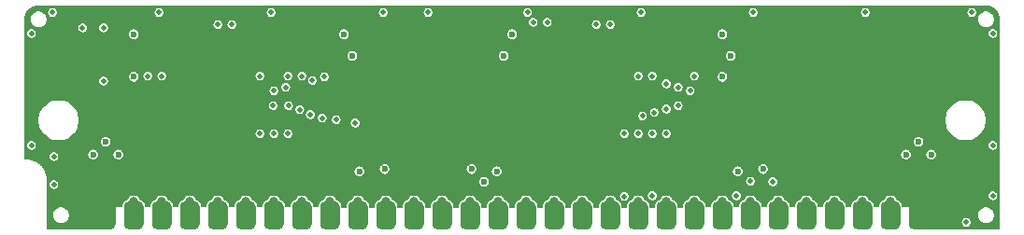
<source format=gbl>
G04 #@! TF.GenerationSoftware,KiCad,Pcbnew,(5.1.10-1-10_14)*
G04 #@! TF.CreationDate,2021-07-02T01:33:12-04:00*
G04 #@! TF.ProjectId,GW4192-SOJ,47573431-3932-42d5-934f-4a2e6b696361,1.0-SOJ*
G04 #@! TF.SameCoordinates,Original*
G04 #@! TF.FileFunction,Copper,L4,Bot*
G04 #@! TF.FilePolarity,Positive*
%FSLAX46Y46*%
G04 Gerber Fmt 4.6, Leading zero omitted, Abs format (unit mm)*
G04 Created by KiCad (PCBNEW (5.1.10-1-10_14)) date 2021-07-02 01:33:12*
%MOMM*%
%LPD*%
G01*
G04 APERTURE LIST*
G04 #@! TA.AperFunction,ComponentPad*
%ADD10C,0.800000*%
G04 #@! TD*
G04 #@! TA.AperFunction,ViaPad*
%ADD11C,0.600000*%
G04 #@! TD*
G04 #@! TA.AperFunction,ViaPad*
%ADD12C,0.508000*%
G04 #@! TD*
G04 #@! TA.AperFunction,Conductor*
%ADD13C,0.152400*%
G04 #@! TD*
G04 #@! TA.AperFunction,Conductor*
%ADD14C,0.100000*%
G04 #@! TD*
G04 APERTURE END LIST*
G04 #@! TA.AperFunction,SMDPad,CuDef*
G36*
G01*
X82931000Y-100901500D02*
X82931000Y-99250500D01*
G75*
G02*
X83375500Y-98806000I444500J0D01*
G01*
X84264500Y-98806000D01*
G75*
G02*
X84709000Y-99250500I0J-444500D01*
G01*
X84709000Y-100901500D01*
G75*
G02*
X84264500Y-101346000I-444500J0D01*
G01*
X83375500Y-101346000D01*
G75*
G02*
X82931000Y-100901500I0J444500D01*
G01*
G37*
G04 #@! TD.AperFunction*
G04 #@! TA.AperFunction,SMDPad,CuDef*
G36*
G01*
X85471000Y-100901500D02*
X85471000Y-99250500D01*
G75*
G02*
X85915500Y-98806000I444500J0D01*
G01*
X86804500Y-98806000D01*
G75*
G02*
X87249000Y-99250500I0J-444500D01*
G01*
X87249000Y-100901500D01*
G75*
G02*
X86804500Y-101346000I-444500J0D01*
G01*
X85915500Y-101346000D01*
G75*
G02*
X85471000Y-100901500I0J444500D01*
G01*
G37*
G04 #@! TD.AperFunction*
G04 #@! TA.AperFunction,SMDPad,CuDef*
G36*
G01*
X88011000Y-100901500D02*
X88011000Y-99250500D01*
G75*
G02*
X88455500Y-98806000I444500J0D01*
G01*
X89344500Y-98806000D01*
G75*
G02*
X89789000Y-99250500I0J-444500D01*
G01*
X89789000Y-100901500D01*
G75*
G02*
X89344500Y-101346000I-444500J0D01*
G01*
X88455500Y-101346000D01*
G75*
G02*
X88011000Y-100901500I0J444500D01*
G01*
G37*
G04 #@! TD.AperFunction*
G04 #@! TA.AperFunction,SMDPad,CuDef*
G36*
G01*
X90551000Y-100901500D02*
X90551000Y-99250500D01*
G75*
G02*
X90995500Y-98806000I444500J0D01*
G01*
X91884500Y-98806000D01*
G75*
G02*
X92329000Y-99250500I0J-444500D01*
G01*
X92329000Y-100901500D01*
G75*
G02*
X91884500Y-101346000I-444500J0D01*
G01*
X90995500Y-101346000D01*
G75*
G02*
X90551000Y-100901500I0J444500D01*
G01*
G37*
G04 #@! TD.AperFunction*
G04 #@! TA.AperFunction,SMDPad,CuDef*
G36*
G01*
X93091000Y-100901500D02*
X93091000Y-99250500D01*
G75*
G02*
X93535500Y-98806000I444500J0D01*
G01*
X94424500Y-98806000D01*
G75*
G02*
X94869000Y-99250500I0J-444500D01*
G01*
X94869000Y-100901500D01*
G75*
G02*
X94424500Y-101346000I-444500J0D01*
G01*
X93535500Y-101346000D01*
G75*
G02*
X93091000Y-100901500I0J444500D01*
G01*
G37*
G04 #@! TD.AperFunction*
G04 #@! TA.AperFunction,SMDPad,CuDef*
G36*
G01*
X95631000Y-100901500D02*
X95631000Y-99250500D01*
G75*
G02*
X96075500Y-98806000I444500J0D01*
G01*
X96964500Y-98806000D01*
G75*
G02*
X97409000Y-99250500I0J-444500D01*
G01*
X97409000Y-100901500D01*
G75*
G02*
X96964500Y-101346000I-444500J0D01*
G01*
X96075500Y-101346000D01*
G75*
G02*
X95631000Y-100901500I0J444500D01*
G01*
G37*
G04 #@! TD.AperFunction*
G04 #@! TA.AperFunction,SMDPad,CuDef*
G36*
G01*
X98171000Y-100901500D02*
X98171000Y-99250500D01*
G75*
G02*
X98615500Y-98806000I444500J0D01*
G01*
X99504500Y-98806000D01*
G75*
G02*
X99949000Y-99250500I0J-444500D01*
G01*
X99949000Y-100901500D01*
G75*
G02*
X99504500Y-101346000I-444500J0D01*
G01*
X98615500Y-101346000D01*
G75*
G02*
X98171000Y-100901500I0J444500D01*
G01*
G37*
G04 #@! TD.AperFunction*
G04 #@! TA.AperFunction,SMDPad,CuDef*
G36*
G01*
X100711000Y-100901500D02*
X100711000Y-99250500D01*
G75*
G02*
X101155500Y-98806000I444500J0D01*
G01*
X102044500Y-98806000D01*
G75*
G02*
X102489000Y-99250500I0J-444500D01*
G01*
X102489000Y-100901500D01*
G75*
G02*
X102044500Y-101346000I-444500J0D01*
G01*
X101155500Y-101346000D01*
G75*
G02*
X100711000Y-100901500I0J444500D01*
G01*
G37*
G04 #@! TD.AperFunction*
G04 #@! TA.AperFunction,SMDPad,CuDef*
G36*
G01*
X103251000Y-100901500D02*
X103251000Y-99250500D01*
G75*
G02*
X103695500Y-98806000I444500J0D01*
G01*
X104584500Y-98806000D01*
G75*
G02*
X105029000Y-99250500I0J-444500D01*
G01*
X105029000Y-100901500D01*
G75*
G02*
X104584500Y-101346000I-444500J0D01*
G01*
X103695500Y-101346000D01*
G75*
G02*
X103251000Y-100901500I0J444500D01*
G01*
G37*
G04 #@! TD.AperFunction*
G04 #@! TA.AperFunction,SMDPad,CuDef*
G36*
G01*
X105791000Y-100901500D02*
X105791000Y-99250500D01*
G75*
G02*
X106235500Y-98806000I444500J0D01*
G01*
X107124500Y-98806000D01*
G75*
G02*
X107569000Y-99250500I0J-444500D01*
G01*
X107569000Y-100901500D01*
G75*
G02*
X107124500Y-101346000I-444500J0D01*
G01*
X106235500Y-101346000D01*
G75*
G02*
X105791000Y-100901500I0J444500D01*
G01*
G37*
G04 #@! TD.AperFunction*
G04 #@! TA.AperFunction,SMDPad,CuDef*
G36*
G01*
X108331000Y-100901500D02*
X108331000Y-99250500D01*
G75*
G02*
X108775500Y-98806000I444500J0D01*
G01*
X109664500Y-98806000D01*
G75*
G02*
X110109000Y-99250500I0J-444500D01*
G01*
X110109000Y-100901500D01*
G75*
G02*
X109664500Y-101346000I-444500J0D01*
G01*
X108775500Y-101346000D01*
G75*
G02*
X108331000Y-100901500I0J444500D01*
G01*
G37*
G04 #@! TD.AperFunction*
G04 #@! TA.AperFunction,SMDPad,CuDef*
G36*
G01*
X110871000Y-100901500D02*
X110871000Y-99250500D01*
G75*
G02*
X111315500Y-98806000I444500J0D01*
G01*
X112204500Y-98806000D01*
G75*
G02*
X112649000Y-99250500I0J-444500D01*
G01*
X112649000Y-100901500D01*
G75*
G02*
X112204500Y-101346000I-444500J0D01*
G01*
X111315500Y-101346000D01*
G75*
G02*
X110871000Y-100901500I0J444500D01*
G01*
G37*
G04 #@! TD.AperFunction*
G04 #@! TA.AperFunction,SMDPad,CuDef*
G36*
G01*
X113411000Y-100901500D02*
X113411000Y-99250500D01*
G75*
G02*
X113855500Y-98806000I444500J0D01*
G01*
X114744500Y-98806000D01*
G75*
G02*
X115189000Y-99250500I0J-444500D01*
G01*
X115189000Y-100901500D01*
G75*
G02*
X114744500Y-101346000I-444500J0D01*
G01*
X113855500Y-101346000D01*
G75*
G02*
X113411000Y-100901500I0J444500D01*
G01*
G37*
G04 #@! TD.AperFunction*
G04 #@! TA.AperFunction,SMDPad,CuDef*
G36*
G01*
X115951000Y-100901500D02*
X115951000Y-99250500D01*
G75*
G02*
X116395500Y-98806000I444500J0D01*
G01*
X117284500Y-98806000D01*
G75*
G02*
X117729000Y-99250500I0J-444500D01*
G01*
X117729000Y-100901500D01*
G75*
G02*
X117284500Y-101346000I-444500J0D01*
G01*
X116395500Y-101346000D01*
G75*
G02*
X115951000Y-100901500I0J444500D01*
G01*
G37*
G04 #@! TD.AperFunction*
G04 #@! TA.AperFunction,SMDPad,CuDef*
G36*
G01*
X118491000Y-100901500D02*
X118491000Y-99250500D01*
G75*
G02*
X118935500Y-98806000I444500J0D01*
G01*
X119824500Y-98806000D01*
G75*
G02*
X120269000Y-99250500I0J-444500D01*
G01*
X120269000Y-100901500D01*
G75*
G02*
X119824500Y-101346000I-444500J0D01*
G01*
X118935500Y-101346000D01*
G75*
G02*
X118491000Y-100901500I0J444500D01*
G01*
G37*
G04 #@! TD.AperFunction*
G04 #@! TA.AperFunction,SMDPad,CuDef*
G36*
G01*
X121031000Y-100901500D02*
X121031000Y-99250500D01*
G75*
G02*
X121475500Y-98806000I444500J0D01*
G01*
X122364500Y-98806000D01*
G75*
G02*
X122809000Y-99250500I0J-444500D01*
G01*
X122809000Y-100901500D01*
G75*
G02*
X122364500Y-101346000I-444500J0D01*
G01*
X121475500Y-101346000D01*
G75*
G02*
X121031000Y-100901500I0J444500D01*
G01*
G37*
G04 #@! TD.AperFunction*
G04 #@! TA.AperFunction,SMDPad,CuDef*
G36*
G01*
X123571000Y-100901500D02*
X123571000Y-99250500D01*
G75*
G02*
X124015500Y-98806000I444500J0D01*
G01*
X124904500Y-98806000D01*
G75*
G02*
X125349000Y-99250500I0J-444500D01*
G01*
X125349000Y-100901500D01*
G75*
G02*
X124904500Y-101346000I-444500J0D01*
G01*
X124015500Y-101346000D01*
G75*
G02*
X123571000Y-100901500I0J444500D01*
G01*
G37*
G04 #@! TD.AperFunction*
G04 #@! TA.AperFunction,SMDPad,CuDef*
G36*
G01*
X126111000Y-100901500D02*
X126111000Y-99250500D01*
G75*
G02*
X126555500Y-98806000I444500J0D01*
G01*
X127444500Y-98806000D01*
G75*
G02*
X127889000Y-99250500I0J-444500D01*
G01*
X127889000Y-100901500D01*
G75*
G02*
X127444500Y-101346000I-444500J0D01*
G01*
X126555500Y-101346000D01*
G75*
G02*
X126111000Y-100901500I0J444500D01*
G01*
G37*
G04 #@! TD.AperFunction*
G04 #@! TA.AperFunction,SMDPad,CuDef*
G36*
G01*
X128651000Y-100901500D02*
X128651000Y-99250500D01*
G75*
G02*
X129095500Y-98806000I444500J0D01*
G01*
X129984500Y-98806000D01*
G75*
G02*
X130429000Y-99250500I0J-444500D01*
G01*
X130429000Y-100901500D01*
G75*
G02*
X129984500Y-101346000I-444500J0D01*
G01*
X129095500Y-101346000D01*
G75*
G02*
X128651000Y-100901500I0J444500D01*
G01*
G37*
G04 #@! TD.AperFunction*
G04 #@! TA.AperFunction,SMDPad,CuDef*
G36*
G01*
X131191000Y-100901500D02*
X131191000Y-99250500D01*
G75*
G02*
X131635500Y-98806000I444500J0D01*
G01*
X132524500Y-98806000D01*
G75*
G02*
X132969000Y-99250500I0J-444500D01*
G01*
X132969000Y-100901500D01*
G75*
G02*
X132524500Y-101346000I-444500J0D01*
G01*
X131635500Y-101346000D01*
G75*
G02*
X131191000Y-100901500I0J444500D01*
G01*
G37*
G04 #@! TD.AperFunction*
G04 #@! TA.AperFunction,SMDPad,CuDef*
G36*
G01*
X133731000Y-100901500D02*
X133731000Y-99250500D01*
G75*
G02*
X134175500Y-98806000I444500J0D01*
G01*
X135064500Y-98806000D01*
G75*
G02*
X135509000Y-99250500I0J-444500D01*
G01*
X135509000Y-100901500D01*
G75*
G02*
X135064500Y-101346000I-444500J0D01*
G01*
X134175500Y-101346000D01*
G75*
G02*
X133731000Y-100901500I0J444500D01*
G01*
G37*
G04 #@! TD.AperFunction*
G04 #@! TA.AperFunction,SMDPad,CuDef*
G36*
G01*
X136271000Y-100901500D02*
X136271000Y-99250500D01*
G75*
G02*
X136715500Y-98806000I444500J0D01*
G01*
X137604500Y-98806000D01*
G75*
G02*
X138049000Y-99250500I0J-444500D01*
G01*
X138049000Y-100901500D01*
G75*
G02*
X137604500Y-101346000I-444500J0D01*
G01*
X136715500Y-101346000D01*
G75*
G02*
X136271000Y-100901500I0J444500D01*
G01*
G37*
G04 #@! TD.AperFunction*
G04 #@! TA.AperFunction,SMDPad,CuDef*
G36*
G01*
X138811000Y-100901500D02*
X138811000Y-99250500D01*
G75*
G02*
X139255500Y-98806000I444500J0D01*
G01*
X140144500Y-98806000D01*
G75*
G02*
X140589000Y-99250500I0J-444500D01*
G01*
X140589000Y-100901500D01*
G75*
G02*
X140144500Y-101346000I-444500J0D01*
G01*
X139255500Y-101346000D01*
G75*
G02*
X138811000Y-100901500I0J444500D01*
G01*
G37*
G04 #@! TD.AperFunction*
G04 #@! TA.AperFunction,SMDPad,CuDef*
G36*
G01*
X141351000Y-100901500D02*
X141351000Y-99250500D01*
G75*
G02*
X141795500Y-98806000I444500J0D01*
G01*
X142684500Y-98806000D01*
G75*
G02*
X143129000Y-99250500I0J-444500D01*
G01*
X143129000Y-100901500D01*
G75*
G02*
X142684500Y-101346000I-444500J0D01*
G01*
X141795500Y-101346000D01*
G75*
G02*
X141351000Y-100901500I0J444500D01*
G01*
G37*
G04 #@! TD.AperFunction*
G04 #@! TA.AperFunction,SMDPad,CuDef*
G36*
G01*
X143891000Y-100901500D02*
X143891000Y-99250500D01*
G75*
G02*
X144335500Y-98806000I444500J0D01*
G01*
X145224500Y-98806000D01*
G75*
G02*
X145669000Y-99250500I0J-444500D01*
G01*
X145669000Y-100901500D01*
G75*
G02*
X145224500Y-101346000I-444500J0D01*
G01*
X144335500Y-101346000D01*
G75*
G02*
X143891000Y-100901500I0J444500D01*
G01*
G37*
G04 #@! TD.AperFunction*
G04 #@! TA.AperFunction,SMDPad,CuDef*
G36*
G01*
X146431000Y-100901500D02*
X146431000Y-99250500D01*
G75*
G02*
X146875500Y-98806000I444500J0D01*
G01*
X147764500Y-98806000D01*
G75*
G02*
X148209000Y-99250500I0J-444500D01*
G01*
X148209000Y-100901500D01*
G75*
G02*
X147764500Y-101346000I-444500J0D01*
G01*
X146875500Y-101346000D01*
G75*
G02*
X146431000Y-100901500I0J444500D01*
G01*
G37*
G04 #@! TD.AperFunction*
G04 #@! TA.AperFunction,SMDPad,CuDef*
G36*
G01*
X148971000Y-100901500D02*
X148971000Y-99250500D01*
G75*
G02*
X149415500Y-98806000I444500J0D01*
G01*
X150304500Y-98806000D01*
G75*
G02*
X150749000Y-99250500I0J-444500D01*
G01*
X150749000Y-100901500D01*
G75*
G02*
X150304500Y-101346000I-444500J0D01*
G01*
X149415500Y-101346000D01*
G75*
G02*
X148971000Y-100901500I0J444500D01*
G01*
G37*
G04 #@! TD.AperFunction*
G04 #@! TA.AperFunction,SMDPad,CuDef*
G36*
G01*
X151511000Y-100901500D02*
X151511000Y-99250500D01*
G75*
G02*
X151955500Y-98806000I444500J0D01*
G01*
X152844500Y-98806000D01*
G75*
G02*
X153289000Y-99250500I0J-444500D01*
G01*
X153289000Y-100901500D01*
G75*
G02*
X152844500Y-101346000I-444500J0D01*
G01*
X151955500Y-101346000D01*
G75*
G02*
X151511000Y-100901500I0J444500D01*
G01*
G37*
G04 #@! TD.AperFunction*
G04 #@! TA.AperFunction,SMDPad,CuDef*
G36*
G01*
X154051000Y-100901500D02*
X154051000Y-99250500D01*
G75*
G02*
X154495500Y-98806000I444500J0D01*
G01*
X155384500Y-98806000D01*
G75*
G02*
X155829000Y-99250500I0J-444500D01*
G01*
X155829000Y-100901500D01*
G75*
G02*
X155384500Y-101346000I-444500J0D01*
G01*
X154495500Y-101346000D01*
G75*
G02*
X154051000Y-100901500I0J444500D01*
G01*
G37*
G04 #@! TD.AperFunction*
G04 #@! TA.AperFunction,SMDPad,CuDef*
G36*
G01*
X156591000Y-100901500D02*
X156591000Y-99250500D01*
G75*
G02*
X157035500Y-98806000I444500J0D01*
G01*
X157924500Y-98806000D01*
G75*
G02*
X158369000Y-99250500I0J-444500D01*
G01*
X158369000Y-100901500D01*
G75*
G02*
X157924500Y-101346000I-444500J0D01*
G01*
X157035500Y-101346000D01*
G75*
G02*
X156591000Y-100901500I0J444500D01*
G01*
G37*
G04 #@! TD.AperFunction*
D10*
X88900000Y-98806000D03*
X86360000Y-98806000D03*
X83820000Y-98806000D03*
X93980000Y-98806000D03*
X91440000Y-98806000D03*
X96520000Y-98806000D03*
X99060000Y-98806000D03*
X104140000Y-98806000D03*
X101600000Y-98806000D03*
X109220000Y-98806000D03*
X106680000Y-98806000D03*
X111760000Y-98806000D03*
X116840000Y-98806000D03*
X114300000Y-98806000D03*
X119380000Y-98806000D03*
X124460000Y-98806000D03*
X121920000Y-98806000D03*
X127000000Y-98806000D03*
X149860000Y-98806000D03*
X147320000Y-98806000D03*
X152400000Y-98806000D03*
X134620000Y-98806000D03*
X132080000Y-98806000D03*
X137160000Y-98806000D03*
X142240000Y-98806000D03*
X139700000Y-98806000D03*
X144780000Y-98806000D03*
X129540000Y-98806000D03*
X154940000Y-98806000D03*
X157480000Y-98806000D03*
D11*
X83820000Y-97028000D03*
X82677000Y-95885000D03*
X156337000Y-95885000D03*
X158623000Y-95885000D03*
X157480000Y-97028000D03*
D12*
X77089000Y-88646000D03*
X164211000Y-88646000D03*
X157734000Y-81661000D03*
X147574000Y-81661000D03*
X137414000Y-81661000D03*
X127000000Y-81661000D03*
X117094000Y-81661000D03*
X83566000Y-81661000D03*
X93726000Y-81661000D03*
X103886000Y-81661000D03*
D11*
X105410000Y-96456500D03*
X86360000Y-92583000D03*
X86360000Y-96456500D03*
X105410000Y-92583000D03*
X120650000Y-96456500D03*
X139700000Y-92583000D03*
X139700000Y-96456500D03*
X84963000Y-96075500D03*
X141097000Y-94551500D03*
X142240000Y-93408500D03*
X106807000Y-94551500D03*
X109093000Y-94551500D03*
X119253000Y-94551500D03*
X116967000Y-94551500D03*
X143383000Y-94551500D03*
X107950000Y-93408500D03*
X118110000Y-93408500D03*
D12*
X130810000Y-92646500D03*
X83629500Y-87884000D03*
X128270000Y-82740500D03*
X93980000Y-82740500D03*
X88900000Y-87439500D03*
X87630000Y-87439500D03*
D11*
X143383000Y-95885000D03*
X109093000Y-95885000D03*
X118110000Y-97028000D03*
X116967000Y-95885000D03*
X106807000Y-96075500D03*
X119253000Y-96075500D03*
X141097000Y-96075500D03*
D12*
X142240000Y-96964500D03*
X132461000Y-91059000D03*
X135699500Y-88455500D03*
X134620000Y-90424000D03*
X136779000Y-88773000D03*
X133540500Y-90741500D03*
X135699500Y-90106500D03*
X134620000Y-88138000D03*
X77089000Y-93726000D03*
X77089000Y-83566000D03*
X162306000Y-81661000D03*
X164211000Y-98298000D03*
X79121000Y-94742000D03*
D11*
X82677000Y-94551500D03*
X84963000Y-94551500D03*
X83820000Y-93408500D03*
X158623000Y-94551500D03*
X156337000Y-94551500D03*
X157480000Y-93408500D03*
D12*
X83629500Y-83058000D03*
X122555000Y-82550000D03*
X123825000Y-82550000D03*
X104711500Y-91376500D03*
X103441500Y-91249500D03*
X102362000Y-90932000D03*
X101409500Y-90487500D03*
X100393500Y-90106500D03*
X99060000Y-88773000D03*
X103632000Y-87503000D03*
X102552500Y-87820500D03*
X100139500Y-88455500D03*
X98996500Y-90106500D03*
X133350000Y-98298000D03*
X79121000Y-97282000D03*
X161798000Y-100711000D03*
X164211000Y-93726000D03*
X164211000Y-83566000D03*
X152654000Y-81661000D03*
X142494000Y-81661000D03*
X132334000Y-81661000D03*
X122047000Y-81661000D03*
X78994000Y-81661000D03*
X88646000Y-81661000D03*
X98806000Y-81661000D03*
X108966000Y-81661000D03*
X113030000Y-81661000D03*
X144272000Y-97028000D03*
X140970000Y-98298000D03*
X130810000Y-98361500D03*
D11*
X86360000Y-87503000D03*
X86360000Y-83629500D03*
D12*
X106426000Y-91694000D03*
D11*
X106172000Y-85598000D03*
X119888000Y-85598000D03*
X139700000Y-87503000D03*
X139700000Y-83629500D03*
X140462000Y-85598000D03*
X120650000Y-83629500D03*
X105410000Y-83629500D03*
D12*
X97790000Y-92646500D03*
X99060000Y-92646500D03*
X100330000Y-92646500D03*
X134620000Y-92646500D03*
X133350000Y-92646500D03*
X132080000Y-92646500D03*
X132080000Y-87439500D03*
X133350000Y-87439500D03*
X101600000Y-87439500D03*
X137160000Y-87439500D03*
X100330000Y-87439500D03*
X97790000Y-87439500D03*
X81724500Y-83058000D03*
X129540000Y-82740500D03*
X95250000Y-82740500D03*
D13*
X163807884Y-81124912D02*
X164030929Y-81192254D01*
X164236653Y-81301639D01*
X164417209Y-81448896D01*
X164565723Y-81628420D01*
X164676544Y-81833378D01*
X164745441Y-82055947D01*
X164771400Y-82302934D01*
X164771401Y-101271400D01*
X157689548Y-101271400D01*
X157925966Y-100663468D01*
X161315400Y-100663468D01*
X161315400Y-100758532D01*
X161333946Y-100851769D01*
X161370326Y-100939597D01*
X161423140Y-101018640D01*
X161490360Y-101085860D01*
X161569403Y-101138674D01*
X161657231Y-101175054D01*
X161750468Y-101193600D01*
X161845532Y-101193600D01*
X161938769Y-101175054D01*
X162026597Y-101138674D01*
X162105640Y-101085860D01*
X162172860Y-101018640D01*
X162225674Y-100939597D01*
X162262054Y-100851769D01*
X162280600Y-100758532D01*
X162280600Y-100663468D01*
X162262054Y-100570231D01*
X162225674Y-100482403D01*
X162172860Y-100403360D01*
X162105640Y-100336140D01*
X162026597Y-100283326D01*
X161938769Y-100246946D01*
X161845532Y-100228400D01*
X161750468Y-100228400D01*
X161657231Y-100246946D01*
X161569403Y-100283326D01*
X161490360Y-100336140D01*
X161423140Y-100403360D01*
X161370326Y-100482403D01*
X161333946Y-100570231D01*
X161315400Y-100663468D01*
X157925966Y-100663468D01*
X158185243Y-99996754D01*
X162771400Y-99996754D01*
X162771400Y-100155246D01*
X162802320Y-100310693D01*
X162862973Y-100457121D01*
X162951026Y-100588903D01*
X163063097Y-100700974D01*
X163194879Y-100789027D01*
X163341307Y-100849680D01*
X163496754Y-100880600D01*
X163655246Y-100880600D01*
X163810693Y-100849680D01*
X163957121Y-100789027D01*
X164088903Y-100700974D01*
X164200974Y-100588903D01*
X164289027Y-100457121D01*
X164349680Y-100310693D01*
X164380600Y-100155246D01*
X164380600Y-99996754D01*
X164349680Y-99841307D01*
X164289027Y-99694879D01*
X164200974Y-99563097D01*
X164088903Y-99451026D01*
X163957121Y-99362973D01*
X163810693Y-99302320D01*
X163655246Y-99271400D01*
X163496754Y-99271400D01*
X163341307Y-99302320D01*
X163194879Y-99362973D01*
X163063097Y-99451026D01*
X162951026Y-99563097D01*
X162862973Y-99694879D01*
X162802320Y-99841307D01*
X162771400Y-99996754D01*
X158185243Y-99996754D01*
X158440019Y-99341618D01*
X158443760Y-99328743D01*
X158445200Y-99313875D01*
X158443711Y-99299011D01*
X158439352Y-99284724D01*
X158432288Y-99271561D01*
X158422793Y-99260030D01*
X158411230Y-99250572D01*
X158398045Y-99243553D01*
X158383743Y-99239240D01*
X158368875Y-99237800D01*
X156057830Y-99241601D01*
X156045751Y-99118969D01*
X156007385Y-98992493D01*
X155945082Y-98875931D01*
X155861236Y-98773764D01*
X155759069Y-98689918D01*
X155642507Y-98627615D01*
X155532707Y-98594308D01*
X155497059Y-98508246D01*
X155428266Y-98405291D01*
X155340709Y-98317734D01*
X155240040Y-98250468D01*
X163728400Y-98250468D01*
X163728400Y-98345532D01*
X163746946Y-98438769D01*
X163783326Y-98526597D01*
X163836140Y-98605640D01*
X163903360Y-98672860D01*
X163982403Y-98725674D01*
X164070231Y-98762054D01*
X164163468Y-98780600D01*
X164258532Y-98780600D01*
X164351769Y-98762054D01*
X164439597Y-98725674D01*
X164518640Y-98672860D01*
X164585860Y-98605640D01*
X164638674Y-98526597D01*
X164675054Y-98438769D01*
X164693600Y-98345532D01*
X164693600Y-98250468D01*
X164675054Y-98157231D01*
X164638674Y-98069403D01*
X164585860Y-97990360D01*
X164518640Y-97923140D01*
X164439597Y-97870326D01*
X164351769Y-97833946D01*
X164258532Y-97815400D01*
X164163468Y-97815400D01*
X164070231Y-97833946D01*
X163982403Y-97870326D01*
X163903360Y-97923140D01*
X163836140Y-97990360D01*
X163783326Y-98069403D01*
X163746946Y-98157231D01*
X163728400Y-98250468D01*
X155240040Y-98250468D01*
X155237754Y-98248941D01*
X155123356Y-98201556D01*
X155001912Y-98177400D01*
X154878088Y-98177400D01*
X154756644Y-98201556D01*
X154642246Y-98248941D01*
X154539291Y-98317734D01*
X154451734Y-98405291D01*
X154382941Y-98508246D01*
X154347293Y-98594308D01*
X154237493Y-98627615D01*
X154120931Y-98689918D01*
X154018764Y-98773764D01*
X153934918Y-98875931D01*
X153872615Y-98992493D01*
X153834249Y-99118969D01*
X153821808Y-99245279D01*
X153518241Y-99245778D01*
X153505751Y-99118969D01*
X153467385Y-98992493D01*
X153405082Y-98875931D01*
X153321236Y-98773764D01*
X153219069Y-98689918D01*
X153102507Y-98627615D01*
X152992707Y-98594308D01*
X152957059Y-98508246D01*
X152888266Y-98405291D01*
X152800709Y-98317734D01*
X152697754Y-98248941D01*
X152583356Y-98201556D01*
X152461912Y-98177400D01*
X152338088Y-98177400D01*
X152216644Y-98201556D01*
X152102246Y-98248941D01*
X151999291Y-98317734D01*
X151911734Y-98405291D01*
X151842941Y-98508246D01*
X151807293Y-98594308D01*
X151697493Y-98627615D01*
X151580931Y-98689918D01*
X151478764Y-98773764D01*
X151394918Y-98875931D01*
X151332615Y-98992493D01*
X151294249Y-99118969D01*
X151281397Y-99249457D01*
X150978652Y-99249955D01*
X150965751Y-99118969D01*
X150927385Y-98992493D01*
X150865082Y-98875931D01*
X150781236Y-98773764D01*
X150679069Y-98689918D01*
X150562507Y-98627615D01*
X150452707Y-98594308D01*
X150417059Y-98508246D01*
X150348266Y-98405291D01*
X150260709Y-98317734D01*
X150157754Y-98248941D01*
X150043356Y-98201556D01*
X149921912Y-98177400D01*
X149798088Y-98177400D01*
X149676644Y-98201556D01*
X149562246Y-98248941D01*
X149459291Y-98317734D01*
X149371734Y-98405291D01*
X149302941Y-98508246D01*
X149267293Y-98594308D01*
X149157493Y-98627615D01*
X149040931Y-98689918D01*
X148938764Y-98773764D01*
X148854918Y-98875931D01*
X148792615Y-98992493D01*
X148754249Y-99118969D01*
X148741294Y-99250500D01*
X148741294Y-99253635D01*
X148438706Y-99254133D01*
X148438706Y-99250500D01*
X148425751Y-99118969D01*
X148387385Y-98992493D01*
X148325082Y-98875931D01*
X148241236Y-98773764D01*
X148139069Y-98689918D01*
X148022507Y-98627615D01*
X147912707Y-98594308D01*
X147877059Y-98508246D01*
X147808266Y-98405291D01*
X147720709Y-98317734D01*
X147617754Y-98248941D01*
X147503356Y-98201556D01*
X147381912Y-98177400D01*
X147258088Y-98177400D01*
X147136644Y-98201556D01*
X147022246Y-98248941D01*
X146919291Y-98317734D01*
X146831734Y-98405291D01*
X146762941Y-98508246D01*
X146727293Y-98594308D01*
X146617493Y-98627615D01*
X146500931Y-98689918D01*
X146398764Y-98773764D01*
X146314918Y-98875931D01*
X146252615Y-98992493D01*
X146214249Y-99118969D01*
X146201294Y-99250500D01*
X146201294Y-99257813D01*
X145898706Y-99258310D01*
X145898706Y-99250500D01*
X145885751Y-99118969D01*
X145847385Y-98992493D01*
X145785082Y-98875931D01*
X145701236Y-98773764D01*
X145599069Y-98689918D01*
X145482507Y-98627615D01*
X145372707Y-98594308D01*
X145337059Y-98508246D01*
X145268266Y-98405291D01*
X145180709Y-98317734D01*
X145077754Y-98248941D01*
X144963356Y-98201556D01*
X144841912Y-98177400D01*
X144718088Y-98177400D01*
X144596644Y-98201556D01*
X144482246Y-98248941D01*
X144379291Y-98317734D01*
X144291734Y-98405291D01*
X144222941Y-98508246D01*
X144187293Y-98594308D01*
X144077493Y-98627615D01*
X143960931Y-98689918D01*
X143858764Y-98773764D01*
X143774918Y-98875931D01*
X143712615Y-98992493D01*
X143674249Y-99118969D01*
X143661294Y-99250500D01*
X143661294Y-99261990D01*
X143358706Y-99262488D01*
X143358706Y-99250500D01*
X143345751Y-99118969D01*
X143307385Y-98992493D01*
X143245082Y-98875931D01*
X143161236Y-98773764D01*
X143059069Y-98689918D01*
X142942507Y-98627615D01*
X142832707Y-98594308D01*
X142797059Y-98508246D01*
X142728266Y-98405291D01*
X142640709Y-98317734D01*
X142537754Y-98248941D01*
X142423356Y-98201556D01*
X142301912Y-98177400D01*
X142178088Y-98177400D01*
X142056644Y-98201556D01*
X141942246Y-98248941D01*
X141839291Y-98317734D01*
X141751734Y-98405291D01*
X141682941Y-98508246D01*
X141647293Y-98594308D01*
X141537493Y-98627615D01*
X141420931Y-98689918D01*
X141318764Y-98773764D01*
X141234918Y-98875931D01*
X141172615Y-98992493D01*
X141134249Y-99118969D01*
X141121294Y-99250500D01*
X141121294Y-99266168D01*
X140818706Y-99266666D01*
X140818706Y-99250500D01*
X140805751Y-99118969D01*
X140767385Y-98992493D01*
X140705082Y-98875931D01*
X140621236Y-98773764D01*
X140519069Y-98689918D01*
X140402507Y-98627615D01*
X140292707Y-98594308D01*
X140257059Y-98508246D01*
X140188266Y-98405291D01*
X140100709Y-98317734D01*
X140000040Y-98250468D01*
X140487400Y-98250468D01*
X140487400Y-98345532D01*
X140505946Y-98438769D01*
X140542326Y-98526597D01*
X140595140Y-98605640D01*
X140662360Y-98672860D01*
X140741403Y-98725674D01*
X140829231Y-98762054D01*
X140922468Y-98780600D01*
X141017532Y-98780600D01*
X141110769Y-98762054D01*
X141198597Y-98725674D01*
X141277640Y-98672860D01*
X141344860Y-98605640D01*
X141397674Y-98526597D01*
X141434054Y-98438769D01*
X141452600Y-98345532D01*
X141452600Y-98250468D01*
X141434054Y-98157231D01*
X141397674Y-98069403D01*
X141344860Y-97990360D01*
X141277640Y-97923140D01*
X141198597Y-97870326D01*
X141110769Y-97833946D01*
X141017532Y-97815400D01*
X140922468Y-97815400D01*
X140829231Y-97833946D01*
X140741403Y-97870326D01*
X140662360Y-97923140D01*
X140595140Y-97990360D01*
X140542326Y-98069403D01*
X140505946Y-98157231D01*
X140487400Y-98250468D01*
X140000040Y-98250468D01*
X139997754Y-98248941D01*
X139883356Y-98201556D01*
X139761912Y-98177400D01*
X139638088Y-98177400D01*
X139516644Y-98201556D01*
X139402246Y-98248941D01*
X139299291Y-98317734D01*
X139211734Y-98405291D01*
X139142941Y-98508246D01*
X139107293Y-98594308D01*
X138997493Y-98627615D01*
X138880931Y-98689918D01*
X138778764Y-98773764D01*
X138694918Y-98875931D01*
X138632615Y-98992493D01*
X138594249Y-99118969D01*
X138581294Y-99250500D01*
X138581294Y-99270345D01*
X138278706Y-99270843D01*
X138278706Y-99250500D01*
X138265751Y-99118969D01*
X138227385Y-98992493D01*
X138165082Y-98875931D01*
X138081236Y-98773764D01*
X137979069Y-98689918D01*
X137862507Y-98627615D01*
X137752707Y-98594308D01*
X137717059Y-98508246D01*
X137648266Y-98405291D01*
X137560709Y-98317734D01*
X137457754Y-98248941D01*
X137343356Y-98201556D01*
X137221912Y-98177400D01*
X137098088Y-98177400D01*
X136976644Y-98201556D01*
X136862246Y-98248941D01*
X136759291Y-98317734D01*
X136671734Y-98405291D01*
X136602941Y-98508246D01*
X136567293Y-98594308D01*
X136457493Y-98627615D01*
X136340931Y-98689918D01*
X136238764Y-98773764D01*
X136154918Y-98875931D01*
X136092615Y-98992493D01*
X136054249Y-99118969D01*
X136041294Y-99250500D01*
X136041294Y-99274523D01*
X135738706Y-99275021D01*
X135738706Y-99250500D01*
X135725751Y-99118969D01*
X135687385Y-98992493D01*
X135625082Y-98875931D01*
X135541236Y-98773764D01*
X135439069Y-98689918D01*
X135322507Y-98627615D01*
X135212707Y-98594308D01*
X135177059Y-98508246D01*
X135108266Y-98405291D01*
X135020709Y-98317734D01*
X134917754Y-98248941D01*
X134803356Y-98201556D01*
X134681912Y-98177400D01*
X134558088Y-98177400D01*
X134436644Y-98201556D01*
X134322246Y-98248941D01*
X134219291Y-98317734D01*
X134131734Y-98405291D01*
X134062941Y-98508246D01*
X134027293Y-98594308D01*
X133917493Y-98627615D01*
X133800931Y-98689918D01*
X133698764Y-98773764D01*
X133614918Y-98875931D01*
X133552615Y-98992493D01*
X133514249Y-99118969D01*
X133501294Y-99250500D01*
X133501294Y-99278701D01*
X133198706Y-99279198D01*
X133198706Y-99250500D01*
X133185751Y-99118969D01*
X133147385Y-98992493D01*
X133085082Y-98875931D01*
X133001236Y-98773764D01*
X132899069Y-98689918D01*
X132782507Y-98627615D01*
X132672707Y-98594308D01*
X132637059Y-98508246D01*
X132568266Y-98405291D01*
X132480709Y-98317734D01*
X132380040Y-98250468D01*
X132867400Y-98250468D01*
X132867400Y-98345532D01*
X132885946Y-98438769D01*
X132922326Y-98526597D01*
X132975140Y-98605640D01*
X133042360Y-98672860D01*
X133121403Y-98725674D01*
X133209231Y-98762054D01*
X133302468Y-98780600D01*
X133397532Y-98780600D01*
X133490769Y-98762054D01*
X133578597Y-98725674D01*
X133657640Y-98672860D01*
X133724860Y-98605640D01*
X133777674Y-98526597D01*
X133814054Y-98438769D01*
X133832600Y-98345532D01*
X133832600Y-98250468D01*
X133814054Y-98157231D01*
X133777674Y-98069403D01*
X133724860Y-97990360D01*
X133657640Y-97923140D01*
X133578597Y-97870326D01*
X133490769Y-97833946D01*
X133397532Y-97815400D01*
X133302468Y-97815400D01*
X133209231Y-97833946D01*
X133121403Y-97870326D01*
X133042360Y-97923140D01*
X132975140Y-97990360D01*
X132922326Y-98069403D01*
X132885946Y-98157231D01*
X132867400Y-98250468D01*
X132380040Y-98250468D01*
X132377754Y-98248941D01*
X132263356Y-98201556D01*
X132141912Y-98177400D01*
X132018088Y-98177400D01*
X131896644Y-98201556D01*
X131782246Y-98248941D01*
X131679291Y-98317734D01*
X131591734Y-98405291D01*
X131522941Y-98508246D01*
X131487293Y-98594308D01*
X131377493Y-98627615D01*
X131260931Y-98689918D01*
X131158764Y-98773764D01*
X131074918Y-98875931D01*
X131012615Y-98992493D01*
X130974249Y-99118969D01*
X130961294Y-99250500D01*
X130961294Y-99282878D01*
X130658706Y-99283376D01*
X130658706Y-99250500D01*
X130645751Y-99118969D01*
X130607385Y-98992493D01*
X130545082Y-98875931D01*
X130461236Y-98773764D01*
X130359069Y-98689918D01*
X130242507Y-98627615D01*
X130132707Y-98594308D01*
X130097059Y-98508246D01*
X130028266Y-98405291D01*
X129940709Y-98317734D01*
X129935073Y-98313968D01*
X130327400Y-98313968D01*
X130327400Y-98409032D01*
X130345946Y-98502269D01*
X130382326Y-98590097D01*
X130435140Y-98669140D01*
X130502360Y-98736360D01*
X130581403Y-98789174D01*
X130669231Y-98825554D01*
X130762468Y-98844100D01*
X130857532Y-98844100D01*
X130950769Y-98825554D01*
X131038597Y-98789174D01*
X131117640Y-98736360D01*
X131184860Y-98669140D01*
X131237674Y-98590097D01*
X131274054Y-98502269D01*
X131292600Y-98409032D01*
X131292600Y-98313968D01*
X131274054Y-98220731D01*
X131237674Y-98132903D01*
X131184860Y-98053860D01*
X131117640Y-97986640D01*
X131038597Y-97933826D01*
X130950769Y-97897446D01*
X130857532Y-97878900D01*
X130762468Y-97878900D01*
X130669231Y-97897446D01*
X130581403Y-97933826D01*
X130502360Y-97986640D01*
X130435140Y-98053860D01*
X130382326Y-98132903D01*
X130345946Y-98220731D01*
X130327400Y-98313968D01*
X129935073Y-98313968D01*
X129837754Y-98248941D01*
X129723356Y-98201556D01*
X129601912Y-98177400D01*
X129478088Y-98177400D01*
X129356644Y-98201556D01*
X129242246Y-98248941D01*
X129139291Y-98317734D01*
X129051734Y-98405291D01*
X128982941Y-98508246D01*
X128947293Y-98594308D01*
X128837493Y-98627615D01*
X128720931Y-98689918D01*
X128618764Y-98773764D01*
X128534918Y-98875931D01*
X128472615Y-98992493D01*
X128434249Y-99118969D01*
X128421294Y-99250500D01*
X128421294Y-99287056D01*
X128118706Y-99287554D01*
X128118706Y-99250500D01*
X128105751Y-99118969D01*
X128067385Y-98992493D01*
X128005082Y-98875931D01*
X127921236Y-98773764D01*
X127819069Y-98689918D01*
X127702507Y-98627615D01*
X127592707Y-98594308D01*
X127557059Y-98508246D01*
X127488266Y-98405291D01*
X127400709Y-98317734D01*
X127297754Y-98248941D01*
X127183356Y-98201556D01*
X127061912Y-98177400D01*
X126938088Y-98177400D01*
X126816644Y-98201556D01*
X126702246Y-98248941D01*
X126599291Y-98317734D01*
X126511734Y-98405291D01*
X126442941Y-98508246D01*
X126407293Y-98594308D01*
X126297493Y-98627615D01*
X126180931Y-98689918D01*
X126078764Y-98773764D01*
X125994918Y-98875931D01*
X125932615Y-98992493D01*
X125894249Y-99118969D01*
X125881294Y-99250500D01*
X125881294Y-99291234D01*
X125578706Y-99291731D01*
X125578706Y-99250500D01*
X125565751Y-99118969D01*
X125527385Y-98992493D01*
X125465082Y-98875931D01*
X125381236Y-98773764D01*
X125279069Y-98689918D01*
X125162507Y-98627615D01*
X125052707Y-98594308D01*
X125017059Y-98508246D01*
X124948266Y-98405291D01*
X124860709Y-98317734D01*
X124757754Y-98248941D01*
X124643356Y-98201556D01*
X124521912Y-98177400D01*
X124398088Y-98177400D01*
X124276644Y-98201556D01*
X124162246Y-98248941D01*
X124059291Y-98317734D01*
X123971734Y-98405291D01*
X123902941Y-98508246D01*
X123867293Y-98594308D01*
X123757493Y-98627615D01*
X123640931Y-98689918D01*
X123538764Y-98773764D01*
X123454918Y-98875931D01*
X123392615Y-98992493D01*
X123354249Y-99118969D01*
X123341294Y-99250500D01*
X123341294Y-99295411D01*
X123038706Y-99295909D01*
X123038706Y-99250500D01*
X123025751Y-99118969D01*
X122987385Y-98992493D01*
X122925082Y-98875931D01*
X122841236Y-98773764D01*
X122739069Y-98689918D01*
X122622507Y-98627615D01*
X122512707Y-98594308D01*
X122477059Y-98508246D01*
X122408266Y-98405291D01*
X122320709Y-98317734D01*
X122217754Y-98248941D01*
X122103356Y-98201556D01*
X121981912Y-98177400D01*
X121858088Y-98177400D01*
X121736644Y-98201556D01*
X121622246Y-98248941D01*
X121519291Y-98317734D01*
X121431734Y-98405291D01*
X121362941Y-98508246D01*
X121327293Y-98594308D01*
X121217493Y-98627615D01*
X121100931Y-98689918D01*
X120998764Y-98773764D01*
X120914918Y-98875931D01*
X120852615Y-98992493D01*
X120814249Y-99118969D01*
X120801294Y-99250500D01*
X120801294Y-99299589D01*
X120498706Y-99300087D01*
X120498706Y-99250500D01*
X120485751Y-99118969D01*
X120447385Y-98992493D01*
X120385082Y-98875931D01*
X120301236Y-98773764D01*
X120199069Y-98689918D01*
X120082507Y-98627615D01*
X119972707Y-98594308D01*
X119937059Y-98508246D01*
X119868266Y-98405291D01*
X119780709Y-98317734D01*
X119677754Y-98248941D01*
X119563356Y-98201556D01*
X119441912Y-98177400D01*
X119318088Y-98177400D01*
X119196644Y-98201556D01*
X119082246Y-98248941D01*
X118979291Y-98317734D01*
X118891734Y-98405291D01*
X118822941Y-98508246D01*
X118787293Y-98594308D01*
X118677493Y-98627615D01*
X118560931Y-98689918D01*
X118458764Y-98773764D01*
X118374918Y-98875931D01*
X118312615Y-98992493D01*
X118274249Y-99118969D01*
X118261294Y-99250500D01*
X118261294Y-99298714D01*
X117958706Y-99298193D01*
X117958706Y-99250500D01*
X117945751Y-99118969D01*
X117907385Y-98992493D01*
X117845082Y-98875931D01*
X117761236Y-98773764D01*
X117659069Y-98689918D01*
X117542507Y-98627615D01*
X117432707Y-98594308D01*
X117397059Y-98508246D01*
X117328266Y-98405291D01*
X117240709Y-98317734D01*
X117137754Y-98248941D01*
X117023356Y-98201556D01*
X116901912Y-98177400D01*
X116778088Y-98177400D01*
X116656644Y-98201556D01*
X116542246Y-98248941D01*
X116439291Y-98317734D01*
X116351734Y-98405291D01*
X116282941Y-98508246D01*
X116247293Y-98594308D01*
X116137493Y-98627615D01*
X116020931Y-98689918D01*
X115918764Y-98773764D01*
X115834918Y-98875931D01*
X115772615Y-98992493D01*
X115734249Y-99118969D01*
X115721294Y-99250500D01*
X115721294Y-99294335D01*
X115418706Y-99293813D01*
X115418706Y-99250500D01*
X115405751Y-99118969D01*
X115367385Y-98992493D01*
X115305082Y-98875931D01*
X115221236Y-98773764D01*
X115119069Y-98689918D01*
X115002507Y-98627615D01*
X114892707Y-98594308D01*
X114857059Y-98508246D01*
X114788266Y-98405291D01*
X114700709Y-98317734D01*
X114597754Y-98248941D01*
X114483356Y-98201556D01*
X114361912Y-98177400D01*
X114238088Y-98177400D01*
X114116644Y-98201556D01*
X114002246Y-98248941D01*
X113899291Y-98317734D01*
X113811734Y-98405291D01*
X113742941Y-98508246D01*
X113707293Y-98594308D01*
X113597493Y-98627615D01*
X113480931Y-98689918D01*
X113378764Y-98773764D01*
X113294918Y-98875931D01*
X113232615Y-98992493D01*
X113194249Y-99118969D01*
X113181294Y-99250500D01*
X113181294Y-99289956D01*
X112878706Y-99289434D01*
X112878706Y-99250500D01*
X112865751Y-99118969D01*
X112827385Y-98992493D01*
X112765082Y-98875931D01*
X112681236Y-98773764D01*
X112579069Y-98689918D01*
X112462507Y-98627615D01*
X112352707Y-98594308D01*
X112317059Y-98508246D01*
X112248266Y-98405291D01*
X112160709Y-98317734D01*
X112057754Y-98248941D01*
X111943356Y-98201556D01*
X111821912Y-98177400D01*
X111698088Y-98177400D01*
X111576644Y-98201556D01*
X111462246Y-98248941D01*
X111359291Y-98317734D01*
X111271734Y-98405291D01*
X111202941Y-98508246D01*
X111167293Y-98594308D01*
X111057493Y-98627615D01*
X110940931Y-98689918D01*
X110838764Y-98773764D01*
X110754918Y-98875931D01*
X110692615Y-98992493D01*
X110654249Y-99118969D01*
X110641294Y-99250500D01*
X110641294Y-99285576D01*
X110338706Y-99285055D01*
X110338706Y-99250500D01*
X110325751Y-99118969D01*
X110287385Y-98992493D01*
X110225082Y-98875931D01*
X110141236Y-98773764D01*
X110039069Y-98689918D01*
X109922507Y-98627615D01*
X109812707Y-98594308D01*
X109777059Y-98508246D01*
X109708266Y-98405291D01*
X109620709Y-98317734D01*
X109517754Y-98248941D01*
X109403356Y-98201556D01*
X109281912Y-98177400D01*
X109158088Y-98177400D01*
X109036644Y-98201556D01*
X108922246Y-98248941D01*
X108819291Y-98317734D01*
X108731734Y-98405291D01*
X108662941Y-98508246D01*
X108627293Y-98594308D01*
X108517493Y-98627615D01*
X108400931Y-98689918D01*
X108298764Y-98773764D01*
X108214918Y-98875931D01*
X108152615Y-98992493D01*
X108114249Y-99118969D01*
X108101294Y-99250500D01*
X108101294Y-99281197D01*
X107798706Y-99280675D01*
X107798706Y-99250500D01*
X107785751Y-99118969D01*
X107747385Y-98992493D01*
X107685082Y-98875931D01*
X107601236Y-98773764D01*
X107499069Y-98689918D01*
X107382507Y-98627615D01*
X107272707Y-98594308D01*
X107237059Y-98508246D01*
X107168266Y-98405291D01*
X107080709Y-98317734D01*
X106977754Y-98248941D01*
X106863356Y-98201556D01*
X106741912Y-98177400D01*
X106618088Y-98177400D01*
X106496644Y-98201556D01*
X106382246Y-98248941D01*
X106279291Y-98317734D01*
X106191734Y-98405291D01*
X106122941Y-98508246D01*
X106087293Y-98594308D01*
X105977493Y-98627615D01*
X105860931Y-98689918D01*
X105758764Y-98773764D01*
X105674918Y-98875931D01*
X105612615Y-98992493D01*
X105574249Y-99118969D01*
X105561294Y-99250500D01*
X105561294Y-99276818D01*
X105258706Y-99276296D01*
X105258706Y-99250500D01*
X105245751Y-99118969D01*
X105207385Y-98992493D01*
X105145082Y-98875931D01*
X105061236Y-98773764D01*
X104959069Y-98689918D01*
X104842507Y-98627615D01*
X104732707Y-98594308D01*
X104697059Y-98508246D01*
X104628266Y-98405291D01*
X104540709Y-98317734D01*
X104437754Y-98248941D01*
X104323356Y-98201556D01*
X104201912Y-98177400D01*
X104078088Y-98177400D01*
X103956644Y-98201556D01*
X103842246Y-98248941D01*
X103739291Y-98317734D01*
X103651734Y-98405291D01*
X103582941Y-98508246D01*
X103547293Y-98594308D01*
X103437493Y-98627615D01*
X103320931Y-98689918D01*
X103218764Y-98773764D01*
X103134918Y-98875931D01*
X103072615Y-98992493D01*
X103034249Y-99118969D01*
X103021294Y-99250500D01*
X103021294Y-99272438D01*
X102718706Y-99271917D01*
X102718706Y-99250500D01*
X102705751Y-99118969D01*
X102667385Y-98992493D01*
X102605082Y-98875931D01*
X102521236Y-98773764D01*
X102419069Y-98689918D01*
X102302507Y-98627615D01*
X102192707Y-98594308D01*
X102157059Y-98508246D01*
X102088266Y-98405291D01*
X102000709Y-98317734D01*
X101897754Y-98248941D01*
X101783356Y-98201556D01*
X101661912Y-98177400D01*
X101538088Y-98177400D01*
X101416644Y-98201556D01*
X101302246Y-98248941D01*
X101199291Y-98317734D01*
X101111734Y-98405291D01*
X101042941Y-98508246D01*
X101007293Y-98594308D01*
X100897493Y-98627615D01*
X100780931Y-98689918D01*
X100678764Y-98773764D01*
X100594918Y-98875931D01*
X100532615Y-98992493D01*
X100494249Y-99118969D01*
X100481294Y-99250500D01*
X100481294Y-99268059D01*
X100178706Y-99267537D01*
X100178706Y-99250500D01*
X100165751Y-99118969D01*
X100127385Y-98992493D01*
X100065082Y-98875931D01*
X99981236Y-98773764D01*
X99879069Y-98689918D01*
X99762507Y-98627615D01*
X99652707Y-98594308D01*
X99617059Y-98508246D01*
X99548266Y-98405291D01*
X99460709Y-98317734D01*
X99357754Y-98248941D01*
X99243356Y-98201556D01*
X99121912Y-98177400D01*
X98998088Y-98177400D01*
X98876644Y-98201556D01*
X98762246Y-98248941D01*
X98659291Y-98317734D01*
X98571734Y-98405291D01*
X98502941Y-98508246D01*
X98467293Y-98594308D01*
X98357493Y-98627615D01*
X98240931Y-98689918D01*
X98138764Y-98773764D01*
X98054918Y-98875931D01*
X97992615Y-98992493D01*
X97954249Y-99118969D01*
X97941294Y-99250500D01*
X97941294Y-99263680D01*
X97638706Y-99263158D01*
X97638706Y-99250500D01*
X97625751Y-99118969D01*
X97587385Y-98992493D01*
X97525082Y-98875931D01*
X97441236Y-98773764D01*
X97339069Y-98689918D01*
X97222507Y-98627615D01*
X97112707Y-98594308D01*
X97077059Y-98508246D01*
X97008266Y-98405291D01*
X96920709Y-98317734D01*
X96817754Y-98248941D01*
X96703356Y-98201556D01*
X96581912Y-98177400D01*
X96458088Y-98177400D01*
X96336644Y-98201556D01*
X96222246Y-98248941D01*
X96119291Y-98317734D01*
X96031734Y-98405291D01*
X95962941Y-98508246D01*
X95927293Y-98594308D01*
X95817493Y-98627615D01*
X95700931Y-98689918D01*
X95598764Y-98773764D01*
X95514918Y-98875931D01*
X95452615Y-98992493D01*
X95414249Y-99118969D01*
X95401294Y-99250500D01*
X95401294Y-99259300D01*
X95098706Y-99258779D01*
X95098706Y-99250500D01*
X95085751Y-99118969D01*
X95047385Y-98992493D01*
X94985082Y-98875931D01*
X94901236Y-98773764D01*
X94799069Y-98689918D01*
X94682507Y-98627615D01*
X94572707Y-98594308D01*
X94537059Y-98508246D01*
X94468266Y-98405291D01*
X94380709Y-98317734D01*
X94277754Y-98248941D01*
X94163356Y-98201556D01*
X94041912Y-98177400D01*
X93918088Y-98177400D01*
X93796644Y-98201556D01*
X93682246Y-98248941D01*
X93579291Y-98317734D01*
X93491734Y-98405291D01*
X93422941Y-98508246D01*
X93387293Y-98594308D01*
X93277493Y-98627615D01*
X93160931Y-98689918D01*
X93058764Y-98773764D01*
X92974918Y-98875931D01*
X92912615Y-98992493D01*
X92874249Y-99118969D01*
X92861294Y-99250500D01*
X92861294Y-99254921D01*
X92558706Y-99254399D01*
X92558706Y-99250500D01*
X92545751Y-99118969D01*
X92507385Y-98992493D01*
X92445082Y-98875931D01*
X92361236Y-98773764D01*
X92259069Y-98689918D01*
X92142507Y-98627615D01*
X92032707Y-98594308D01*
X91997059Y-98508246D01*
X91928266Y-98405291D01*
X91840709Y-98317734D01*
X91737754Y-98248941D01*
X91623356Y-98201556D01*
X91501912Y-98177400D01*
X91378088Y-98177400D01*
X91256644Y-98201556D01*
X91142246Y-98248941D01*
X91039291Y-98317734D01*
X90951734Y-98405291D01*
X90882941Y-98508246D01*
X90847293Y-98594308D01*
X90737493Y-98627615D01*
X90620931Y-98689918D01*
X90518764Y-98773764D01*
X90434918Y-98875931D01*
X90372615Y-98992493D01*
X90334249Y-99118969D01*
X90321294Y-99250500D01*
X90321294Y-99250542D01*
X90018659Y-99250020D01*
X90005751Y-99118969D01*
X89967385Y-98992493D01*
X89905082Y-98875931D01*
X89821236Y-98773764D01*
X89719069Y-98689918D01*
X89602507Y-98627615D01*
X89492707Y-98594308D01*
X89457059Y-98508246D01*
X89388266Y-98405291D01*
X89300709Y-98317734D01*
X89197754Y-98248941D01*
X89083356Y-98201556D01*
X88961912Y-98177400D01*
X88838088Y-98177400D01*
X88716644Y-98201556D01*
X88602246Y-98248941D01*
X88499291Y-98317734D01*
X88411734Y-98405291D01*
X88342941Y-98508246D01*
X88307293Y-98594308D01*
X88197493Y-98627615D01*
X88080931Y-98689918D01*
X87978764Y-98773764D01*
X87894918Y-98875931D01*
X87832615Y-98992493D01*
X87794249Y-99118969D01*
X87781721Y-99246163D01*
X87478227Y-99245640D01*
X87465751Y-99118969D01*
X87427385Y-98992493D01*
X87365082Y-98875931D01*
X87281236Y-98773764D01*
X87179069Y-98689918D01*
X87062507Y-98627615D01*
X86952707Y-98594308D01*
X86917059Y-98508246D01*
X86848266Y-98405291D01*
X86760709Y-98317734D01*
X86657754Y-98248941D01*
X86543356Y-98201556D01*
X86421912Y-98177400D01*
X86298088Y-98177400D01*
X86176644Y-98201556D01*
X86062246Y-98248941D01*
X85959291Y-98317734D01*
X85871734Y-98405291D01*
X85802941Y-98508246D01*
X85767293Y-98594308D01*
X85657493Y-98627615D01*
X85540931Y-98689918D01*
X85438764Y-98773764D01*
X85354918Y-98875931D01*
X85292615Y-98992493D01*
X85254249Y-99118969D01*
X85242152Y-99241785D01*
X82931131Y-99237800D01*
X82917767Y-99238958D01*
X82903382Y-99242981D01*
X82890057Y-99249734D01*
X82878306Y-99258956D01*
X82868580Y-99270294D01*
X82861253Y-99283311D01*
X82856606Y-99297508D01*
X82854818Y-99312338D01*
X82855958Y-99327233D01*
X82859981Y-99341618D01*
X83610452Y-101271400D01*
X78560600Y-101271400D01*
X78560600Y-99996754D01*
X78951400Y-99996754D01*
X78951400Y-100155246D01*
X78982320Y-100310693D01*
X79042973Y-100457121D01*
X79131026Y-100588903D01*
X79243097Y-100700974D01*
X79374879Y-100789027D01*
X79521307Y-100849680D01*
X79676754Y-100880600D01*
X79835246Y-100880600D01*
X79990693Y-100849680D01*
X80137121Y-100789027D01*
X80268903Y-100700974D01*
X80380974Y-100588903D01*
X80469027Y-100457121D01*
X80529680Y-100310693D01*
X80560600Y-100155246D01*
X80560600Y-99996754D01*
X80529680Y-99841307D01*
X80469027Y-99694879D01*
X80380974Y-99563097D01*
X80268903Y-99451026D01*
X80137121Y-99362973D01*
X79990693Y-99302320D01*
X79835246Y-99271400D01*
X79676754Y-99271400D01*
X79521307Y-99302320D01*
X79374879Y-99362973D01*
X79243097Y-99451026D01*
X79131026Y-99563097D01*
X79042973Y-99694879D01*
X78982320Y-99841307D01*
X78951400Y-99996754D01*
X78560600Y-99996754D01*
X78560600Y-97234468D01*
X78638400Y-97234468D01*
X78638400Y-97329532D01*
X78656946Y-97422769D01*
X78693326Y-97510597D01*
X78746140Y-97589640D01*
X78813360Y-97656860D01*
X78892403Y-97709674D01*
X78980231Y-97746054D01*
X79073468Y-97764600D01*
X79168532Y-97764600D01*
X79261769Y-97746054D01*
X79349597Y-97709674D01*
X79428640Y-97656860D01*
X79495860Y-97589640D01*
X79548674Y-97510597D01*
X79585054Y-97422769D01*
X79603600Y-97329532D01*
X79603600Y-97234468D01*
X79585054Y-97141231D01*
X79548674Y-97053403D01*
X79496914Y-96975937D01*
X117581400Y-96975937D01*
X117581400Y-97080063D01*
X117601713Y-97182187D01*
X117641560Y-97278386D01*
X117699409Y-97364963D01*
X117773037Y-97438591D01*
X117859614Y-97496440D01*
X117955813Y-97536287D01*
X118057937Y-97556600D01*
X118162063Y-97556600D01*
X118264187Y-97536287D01*
X118360386Y-97496440D01*
X118446963Y-97438591D01*
X118520591Y-97364963D01*
X118578440Y-97278386D01*
X118618287Y-97182187D01*
X118638600Y-97080063D01*
X118638600Y-96975937D01*
X118626871Y-96916968D01*
X141757400Y-96916968D01*
X141757400Y-97012032D01*
X141775946Y-97105269D01*
X141812326Y-97193097D01*
X141865140Y-97272140D01*
X141932360Y-97339360D01*
X142011403Y-97392174D01*
X142099231Y-97428554D01*
X142192468Y-97447100D01*
X142287532Y-97447100D01*
X142380769Y-97428554D01*
X142468597Y-97392174D01*
X142547640Y-97339360D01*
X142614860Y-97272140D01*
X142667674Y-97193097D01*
X142704054Y-97105269D01*
X142722600Y-97012032D01*
X142722600Y-96980468D01*
X143789400Y-96980468D01*
X143789400Y-97075532D01*
X143807946Y-97168769D01*
X143844326Y-97256597D01*
X143897140Y-97335640D01*
X143964360Y-97402860D01*
X144043403Y-97455674D01*
X144131231Y-97492054D01*
X144224468Y-97510600D01*
X144319532Y-97510600D01*
X144412769Y-97492054D01*
X144500597Y-97455674D01*
X144579640Y-97402860D01*
X144646860Y-97335640D01*
X144699674Y-97256597D01*
X144736054Y-97168769D01*
X144754600Y-97075532D01*
X144754600Y-96980468D01*
X144736054Y-96887231D01*
X144699674Y-96799403D01*
X144646860Y-96720360D01*
X144579640Y-96653140D01*
X144500597Y-96600326D01*
X144412769Y-96563946D01*
X144319532Y-96545400D01*
X144224468Y-96545400D01*
X144131231Y-96563946D01*
X144043403Y-96600326D01*
X143964360Y-96653140D01*
X143897140Y-96720360D01*
X143844326Y-96799403D01*
X143807946Y-96887231D01*
X143789400Y-96980468D01*
X142722600Y-96980468D01*
X142722600Y-96916968D01*
X142704054Y-96823731D01*
X142667674Y-96735903D01*
X142614860Y-96656860D01*
X142547640Y-96589640D01*
X142468597Y-96536826D01*
X142380769Y-96500446D01*
X142287532Y-96481900D01*
X142192468Y-96481900D01*
X142099231Y-96500446D01*
X142011403Y-96536826D01*
X141932360Y-96589640D01*
X141865140Y-96656860D01*
X141812326Y-96735903D01*
X141775946Y-96823731D01*
X141757400Y-96916968D01*
X118626871Y-96916968D01*
X118618287Y-96873813D01*
X118578440Y-96777614D01*
X118520591Y-96691037D01*
X118446963Y-96617409D01*
X118360386Y-96559560D01*
X118264187Y-96519713D01*
X118162063Y-96499400D01*
X118057937Y-96499400D01*
X117955813Y-96519713D01*
X117859614Y-96559560D01*
X117773037Y-96617409D01*
X117699409Y-96691037D01*
X117641560Y-96777614D01*
X117601713Y-96873813D01*
X117581400Y-96975937D01*
X79496914Y-96975937D01*
X79495860Y-96974360D01*
X79428640Y-96907140D01*
X79349597Y-96854326D01*
X79261769Y-96817946D01*
X79168532Y-96799400D01*
X79073468Y-96799400D01*
X78980231Y-96817946D01*
X78892403Y-96854326D01*
X78813360Y-96907140D01*
X78746140Y-96974360D01*
X78693326Y-97053403D01*
X78656946Y-97141231D01*
X78638400Y-97234468D01*
X78560600Y-97234468D01*
X78560600Y-96821365D01*
X78559140Y-96806538D01*
X78559209Y-96796636D01*
X78558761Y-96792069D01*
X78526376Y-96483942D01*
X78520383Y-96454746D01*
X78514807Y-96425512D01*
X78513481Y-96421119D01*
X78421862Y-96125149D01*
X78410305Y-96097654D01*
X78399164Y-96070080D01*
X78397015Y-96066038D01*
X78397011Y-96066029D01*
X78397006Y-96066022D01*
X78373981Y-96023437D01*
X106278400Y-96023437D01*
X106278400Y-96127563D01*
X106298713Y-96229687D01*
X106338560Y-96325886D01*
X106396409Y-96412463D01*
X106470037Y-96486091D01*
X106556614Y-96543940D01*
X106652813Y-96583787D01*
X106754937Y-96604100D01*
X106859063Y-96604100D01*
X106961187Y-96583787D01*
X107057386Y-96543940D01*
X107143963Y-96486091D01*
X107217591Y-96412463D01*
X107275440Y-96325886D01*
X107315287Y-96229687D01*
X107335600Y-96127563D01*
X107335600Y-96023437D01*
X107315287Y-95921313D01*
X107278681Y-95832937D01*
X108564400Y-95832937D01*
X108564400Y-95937063D01*
X108584713Y-96039187D01*
X108624560Y-96135386D01*
X108682409Y-96221963D01*
X108756037Y-96295591D01*
X108842614Y-96353440D01*
X108938813Y-96393287D01*
X109040937Y-96413600D01*
X109145063Y-96413600D01*
X109247187Y-96393287D01*
X109343386Y-96353440D01*
X109429963Y-96295591D01*
X109503591Y-96221963D01*
X109561440Y-96135386D01*
X109601287Y-96039187D01*
X109621600Y-95937063D01*
X109621600Y-95832937D01*
X116438400Y-95832937D01*
X116438400Y-95937063D01*
X116458713Y-96039187D01*
X116498560Y-96135386D01*
X116556409Y-96221963D01*
X116630037Y-96295591D01*
X116716614Y-96353440D01*
X116812813Y-96393287D01*
X116914937Y-96413600D01*
X117019063Y-96413600D01*
X117121187Y-96393287D01*
X117217386Y-96353440D01*
X117303963Y-96295591D01*
X117377591Y-96221963D01*
X117435440Y-96135386D01*
X117475287Y-96039187D01*
X117478419Y-96023437D01*
X118724400Y-96023437D01*
X118724400Y-96127563D01*
X118744713Y-96229687D01*
X118784560Y-96325886D01*
X118842409Y-96412463D01*
X118916037Y-96486091D01*
X119002614Y-96543940D01*
X119098813Y-96583787D01*
X119200937Y-96604100D01*
X119305063Y-96604100D01*
X119407187Y-96583787D01*
X119503386Y-96543940D01*
X119589963Y-96486091D01*
X119663591Y-96412463D01*
X119721440Y-96325886D01*
X119761287Y-96229687D01*
X119781600Y-96127563D01*
X119781600Y-96023437D01*
X140568400Y-96023437D01*
X140568400Y-96127563D01*
X140588713Y-96229687D01*
X140628560Y-96325886D01*
X140686409Y-96412463D01*
X140760037Y-96486091D01*
X140846614Y-96543940D01*
X140942813Y-96583787D01*
X141044937Y-96604100D01*
X141149063Y-96604100D01*
X141251187Y-96583787D01*
X141347386Y-96543940D01*
X141433963Y-96486091D01*
X141507591Y-96412463D01*
X141565440Y-96325886D01*
X141605287Y-96229687D01*
X141625600Y-96127563D01*
X141625600Y-96023437D01*
X141605287Y-95921313D01*
X141568681Y-95832937D01*
X142854400Y-95832937D01*
X142854400Y-95937063D01*
X142874713Y-96039187D01*
X142914560Y-96135386D01*
X142972409Y-96221963D01*
X143046037Y-96295591D01*
X143132614Y-96353440D01*
X143228813Y-96393287D01*
X143330937Y-96413600D01*
X143435063Y-96413600D01*
X143537187Y-96393287D01*
X143633386Y-96353440D01*
X143719963Y-96295591D01*
X143793591Y-96221963D01*
X143851440Y-96135386D01*
X143891287Y-96039187D01*
X143911600Y-95937063D01*
X143911600Y-95832937D01*
X143891287Y-95730813D01*
X143851440Y-95634614D01*
X143793591Y-95548037D01*
X143719963Y-95474409D01*
X143633386Y-95416560D01*
X143537187Y-95376713D01*
X143435063Y-95356400D01*
X143330937Y-95356400D01*
X143228813Y-95376713D01*
X143132614Y-95416560D01*
X143046037Y-95474409D01*
X142972409Y-95548037D01*
X142914560Y-95634614D01*
X142874713Y-95730813D01*
X142854400Y-95832937D01*
X141568681Y-95832937D01*
X141565440Y-95825114D01*
X141507591Y-95738537D01*
X141433963Y-95664909D01*
X141347386Y-95607060D01*
X141251187Y-95567213D01*
X141149063Y-95546900D01*
X141044937Y-95546900D01*
X140942813Y-95567213D01*
X140846614Y-95607060D01*
X140760037Y-95664909D01*
X140686409Y-95738537D01*
X140628560Y-95825114D01*
X140588713Y-95921313D01*
X140568400Y-96023437D01*
X119781600Y-96023437D01*
X119761287Y-95921313D01*
X119721440Y-95825114D01*
X119663591Y-95738537D01*
X119589963Y-95664909D01*
X119503386Y-95607060D01*
X119407187Y-95567213D01*
X119305063Y-95546900D01*
X119200937Y-95546900D01*
X119098813Y-95567213D01*
X119002614Y-95607060D01*
X118916037Y-95664909D01*
X118842409Y-95738537D01*
X118784560Y-95825114D01*
X118744713Y-95921313D01*
X118724400Y-96023437D01*
X117478419Y-96023437D01*
X117495600Y-95937063D01*
X117495600Y-95832937D01*
X117475287Y-95730813D01*
X117435440Y-95634614D01*
X117377591Y-95548037D01*
X117303963Y-95474409D01*
X117217386Y-95416560D01*
X117121187Y-95376713D01*
X117019063Y-95356400D01*
X116914937Y-95356400D01*
X116812813Y-95376713D01*
X116716614Y-95416560D01*
X116630037Y-95474409D01*
X116556409Y-95548037D01*
X116498560Y-95634614D01*
X116458713Y-95730813D01*
X116438400Y-95832937D01*
X109621600Y-95832937D01*
X109601287Y-95730813D01*
X109561440Y-95634614D01*
X109503591Y-95548037D01*
X109429963Y-95474409D01*
X109343386Y-95416560D01*
X109247187Y-95376713D01*
X109145063Y-95356400D01*
X109040937Y-95356400D01*
X108938813Y-95376713D01*
X108842614Y-95416560D01*
X108756037Y-95474409D01*
X108682409Y-95548037D01*
X108624560Y-95634614D01*
X108584713Y-95730813D01*
X108564400Y-95832937D01*
X107278681Y-95832937D01*
X107275440Y-95825114D01*
X107217591Y-95738537D01*
X107143963Y-95664909D01*
X107057386Y-95607060D01*
X106961187Y-95567213D01*
X106859063Y-95546900D01*
X106754937Y-95546900D01*
X106652813Y-95567213D01*
X106556614Y-95607060D01*
X106470037Y-95664909D01*
X106396409Y-95738537D01*
X106338560Y-95825114D01*
X106298713Y-95921313D01*
X106278400Y-96023437D01*
X78373981Y-96023437D01*
X78249649Y-95793491D01*
X78233001Y-95768808D01*
X78216688Y-95743880D01*
X78213788Y-95740324D01*
X78016298Y-95501599D01*
X77995166Y-95480613D01*
X77974326Y-95459333D01*
X77970791Y-95456408D01*
X77730693Y-95260591D01*
X77705890Y-95244112D01*
X77681314Y-95227284D01*
X77677281Y-95225103D01*
X77677273Y-95225099D01*
X77403718Y-95079647D01*
X77376178Y-95068295D01*
X77348807Y-95056564D01*
X77344432Y-95055210D01*
X77344426Y-95055208D01*
X77344420Y-95055207D01*
X77047822Y-94965659D01*
X77018601Y-94959873D01*
X76989476Y-94953682D01*
X76984913Y-94953202D01*
X76676566Y-94922968D01*
X76676556Y-94922968D01*
X76660635Y-94921400D01*
X76528600Y-94921400D01*
X76528600Y-94694468D01*
X78638400Y-94694468D01*
X78638400Y-94789532D01*
X78656946Y-94882769D01*
X78693326Y-94970597D01*
X78746140Y-95049640D01*
X78813360Y-95116860D01*
X78892403Y-95169674D01*
X78980231Y-95206054D01*
X79073468Y-95224600D01*
X79168532Y-95224600D01*
X79261769Y-95206054D01*
X79349597Y-95169674D01*
X79428640Y-95116860D01*
X79495860Y-95049640D01*
X79548674Y-94970597D01*
X79585054Y-94882769D01*
X79603600Y-94789532D01*
X79603600Y-94694468D01*
X79585054Y-94601231D01*
X79548674Y-94513403D01*
X79539343Y-94499437D01*
X82148400Y-94499437D01*
X82148400Y-94603563D01*
X82168713Y-94705687D01*
X82208560Y-94801886D01*
X82266409Y-94888463D01*
X82340037Y-94962091D01*
X82426614Y-95019940D01*
X82522813Y-95059787D01*
X82624937Y-95080100D01*
X82729063Y-95080100D01*
X82831187Y-95059787D01*
X82927386Y-95019940D01*
X83013963Y-94962091D01*
X83087591Y-94888463D01*
X83145440Y-94801886D01*
X83185287Y-94705687D01*
X83205600Y-94603563D01*
X83205600Y-94499437D01*
X84434400Y-94499437D01*
X84434400Y-94603563D01*
X84454713Y-94705687D01*
X84494560Y-94801886D01*
X84552409Y-94888463D01*
X84626037Y-94962091D01*
X84712614Y-95019940D01*
X84808813Y-95059787D01*
X84910937Y-95080100D01*
X85015063Y-95080100D01*
X85117187Y-95059787D01*
X85213386Y-95019940D01*
X85299963Y-94962091D01*
X85373591Y-94888463D01*
X85431440Y-94801886D01*
X85471287Y-94705687D01*
X85491600Y-94603563D01*
X85491600Y-94499437D01*
X155808400Y-94499437D01*
X155808400Y-94603563D01*
X155828713Y-94705687D01*
X155868560Y-94801886D01*
X155926409Y-94888463D01*
X156000037Y-94962091D01*
X156086614Y-95019940D01*
X156182813Y-95059787D01*
X156284937Y-95080100D01*
X156389063Y-95080100D01*
X156491187Y-95059787D01*
X156587386Y-95019940D01*
X156673963Y-94962091D01*
X156747591Y-94888463D01*
X156805440Y-94801886D01*
X156845287Y-94705687D01*
X156865600Y-94603563D01*
X156865600Y-94499437D01*
X158094400Y-94499437D01*
X158094400Y-94603563D01*
X158114713Y-94705687D01*
X158154560Y-94801886D01*
X158212409Y-94888463D01*
X158286037Y-94962091D01*
X158372614Y-95019940D01*
X158468813Y-95059787D01*
X158570937Y-95080100D01*
X158675063Y-95080100D01*
X158777187Y-95059787D01*
X158873386Y-95019940D01*
X158959963Y-94962091D01*
X159033591Y-94888463D01*
X159091440Y-94801886D01*
X159131287Y-94705687D01*
X159151600Y-94603563D01*
X159151600Y-94499437D01*
X159131287Y-94397313D01*
X159091440Y-94301114D01*
X159033591Y-94214537D01*
X158959963Y-94140909D01*
X158873386Y-94083060D01*
X158777187Y-94043213D01*
X158675063Y-94022900D01*
X158570937Y-94022900D01*
X158468813Y-94043213D01*
X158372614Y-94083060D01*
X158286037Y-94140909D01*
X158212409Y-94214537D01*
X158154560Y-94301114D01*
X158114713Y-94397313D01*
X158094400Y-94499437D01*
X156865600Y-94499437D01*
X156845287Y-94397313D01*
X156805440Y-94301114D01*
X156747591Y-94214537D01*
X156673963Y-94140909D01*
X156587386Y-94083060D01*
X156491187Y-94043213D01*
X156389063Y-94022900D01*
X156284937Y-94022900D01*
X156182813Y-94043213D01*
X156086614Y-94083060D01*
X156000037Y-94140909D01*
X155926409Y-94214537D01*
X155868560Y-94301114D01*
X155828713Y-94397313D01*
X155808400Y-94499437D01*
X85491600Y-94499437D01*
X85471287Y-94397313D01*
X85431440Y-94301114D01*
X85373591Y-94214537D01*
X85299963Y-94140909D01*
X85213386Y-94083060D01*
X85117187Y-94043213D01*
X85015063Y-94022900D01*
X84910937Y-94022900D01*
X84808813Y-94043213D01*
X84712614Y-94083060D01*
X84626037Y-94140909D01*
X84552409Y-94214537D01*
X84494560Y-94301114D01*
X84454713Y-94397313D01*
X84434400Y-94499437D01*
X83205600Y-94499437D01*
X83185287Y-94397313D01*
X83145440Y-94301114D01*
X83087591Y-94214537D01*
X83013963Y-94140909D01*
X82927386Y-94083060D01*
X82831187Y-94043213D01*
X82729063Y-94022900D01*
X82624937Y-94022900D01*
X82522813Y-94043213D01*
X82426614Y-94083060D01*
X82340037Y-94140909D01*
X82266409Y-94214537D01*
X82208560Y-94301114D01*
X82168713Y-94397313D01*
X82148400Y-94499437D01*
X79539343Y-94499437D01*
X79495860Y-94434360D01*
X79428640Y-94367140D01*
X79349597Y-94314326D01*
X79261769Y-94277946D01*
X79168532Y-94259400D01*
X79073468Y-94259400D01*
X78980231Y-94277946D01*
X78892403Y-94314326D01*
X78813360Y-94367140D01*
X78746140Y-94434360D01*
X78693326Y-94513403D01*
X78656946Y-94601231D01*
X78638400Y-94694468D01*
X76528600Y-94694468D01*
X76528600Y-93678468D01*
X76606400Y-93678468D01*
X76606400Y-93773532D01*
X76624946Y-93866769D01*
X76661326Y-93954597D01*
X76714140Y-94033640D01*
X76781360Y-94100860D01*
X76860403Y-94153674D01*
X76948231Y-94190054D01*
X77041468Y-94208600D01*
X77136532Y-94208600D01*
X77229769Y-94190054D01*
X77317597Y-94153674D01*
X77396640Y-94100860D01*
X77463860Y-94033640D01*
X77516674Y-93954597D01*
X77553054Y-93866769D01*
X77571600Y-93773532D01*
X77571600Y-93678468D01*
X77553054Y-93585231D01*
X77516674Y-93497403D01*
X77463860Y-93418360D01*
X77401937Y-93356437D01*
X83291400Y-93356437D01*
X83291400Y-93460563D01*
X83311713Y-93562687D01*
X83351560Y-93658886D01*
X83409409Y-93745463D01*
X83483037Y-93819091D01*
X83569614Y-93876940D01*
X83665813Y-93916787D01*
X83767937Y-93937100D01*
X83872063Y-93937100D01*
X83974187Y-93916787D01*
X84070386Y-93876940D01*
X84156963Y-93819091D01*
X84230591Y-93745463D01*
X84288440Y-93658886D01*
X84328287Y-93562687D01*
X84348600Y-93460563D01*
X84348600Y-93356437D01*
X156951400Y-93356437D01*
X156951400Y-93460563D01*
X156971713Y-93562687D01*
X157011560Y-93658886D01*
X157069409Y-93745463D01*
X157143037Y-93819091D01*
X157229614Y-93876940D01*
X157325813Y-93916787D01*
X157427937Y-93937100D01*
X157532063Y-93937100D01*
X157634187Y-93916787D01*
X157730386Y-93876940D01*
X157816963Y-93819091D01*
X157890591Y-93745463D01*
X157935355Y-93678468D01*
X163728400Y-93678468D01*
X163728400Y-93773532D01*
X163746946Y-93866769D01*
X163783326Y-93954597D01*
X163836140Y-94033640D01*
X163903360Y-94100860D01*
X163982403Y-94153674D01*
X164070231Y-94190054D01*
X164163468Y-94208600D01*
X164258532Y-94208600D01*
X164351769Y-94190054D01*
X164439597Y-94153674D01*
X164518640Y-94100860D01*
X164585860Y-94033640D01*
X164638674Y-93954597D01*
X164675054Y-93866769D01*
X164693600Y-93773532D01*
X164693600Y-93678468D01*
X164675054Y-93585231D01*
X164638674Y-93497403D01*
X164585860Y-93418360D01*
X164518640Y-93351140D01*
X164439597Y-93298326D01*
X164351769Y-93261946D01*
X164258532Y-93243400D01*
X164163468Y-93243400D01*
X164070231Y-93261946D01*
X163982403Y-93298326D01*
X163903360Y-93351140D01*
X163836140Y-93418360D01*
X163783326Y-93497403D01*
X163746946Y-93585231D01*
X163728400Y-93678468D01*
X157935355Y-93678468D01*
X157948440Y-93658886D01*
X157988287Y-93562687D01*
X158008600Y-93460563D01*
X158008600Y-93356437D01*
X157988287Y-93254313D01*
X157948440Y-93158114D01*
X157890591Y-93071537D01*
X157816963Y-92997909D01*
X157730386Y-92940060D01*
X157634187Y-92900213D01*
X157532063Y-92879900D01*
X157427937Y-92879900D01*
X157325813Y-92900213D01*
X157229614Y-92940060D01*
X157143037Y-92997909D01*
X157069409Y-93071537D01*
X157011560Y-93158114D01*
X156971713Y-93254313D01*
X156951400Y-93356437D01*
X84348600Y-93356437D01*
X84328287Y-93254313D01*
X84288440Y-93158114D01*
X84230591Y-93071537D01*
X84156963Y-92997909D01*
X84070386Y-92940060D01*
X83974187Y-92900213D01*
X83872063Y-92879900D01*
X83767937Y-92879900D01*
X83665813Y-92900213D01*
X83569614Y-92940060D01*
X83483037Y-92997909D01*
X83409409Y-93071537D01*
X83351560Y-93158114D01*
X83311713Y-93254313D01*
X83291400Y-93356437D01*
X77401937Y-93356437D01*
X77396640Y-93351140D01*
X77317597Y-93298326D01*
X77229769Y-93261946D01*
X77136532Y-93243400D01*
X77041468Y-93243400D01*
X76948231Y-93261946D01*
X76860403Y-93298326D01*
X76781360Y-93351140D01*
X76714140Y-93418360D01*
X76661326Y-93497403D01*
X76624946Y-93585231D01*
X76606400Y-93678468D01*
X76528600Y-93678468D01*
X76528600Y-91252679D01*
X77663602Y-91252679D01*
X77663602Y-91627321D01*
X77736691Y-91994763D01*
X77880060Y-92340886D01*
X78088200Y-92652389D01*
X78353111Y-92917300D01*
X78664614Y-93125440D01*
X79010737Y-93268809D01*
X79378179Y-93341898D01*
X79752821Y-93341898D01*
X80120263Y-93268809D01*
X80466386Y-93125440D01*
X80777889Y-92917300D01*
X81042800Y-92652389D01*
X81078494Y-92598968D01*
X97307400Y-92598968D01*
X97307400Y-92694032D01*
X97325946Y-92787269D01*
X97362326Y-92875097D01*
X97415140Y-92954140D01*
X97482360Y-93021360D01*
X97561403Y-93074174D01*
X97649231Y-93110554D01*
X97742468Y-93129100D01*
X97837532Y-93129100D01*
X97930769Y-93110554D01*
X98018597Y-93074174D01*
X98097640Y-93021360D01*
X98164860Y-92954140D01*
X98217674Y-92875097D01*
X98254054Y-92787269D01*
X98272600Y-92694032D01*
X98272600Y-92598968D01*
X98577400Y-92598968D01*
X98577400Y-92694032D01*
X98595946Y-92787269D01*
X98632326Y-92875097D01*
X98685140Y-92954140D01*
X98752360Y-93021360D01*
X98831403Y-93074174D01*
X98919231Y-93110554D01*
X99012468Y-93129100D01*
X99107532Y-93129100D01*
X99200769Y-93110554D01*
X99288597Y-93074174D01*
X99367640Y-93021360D01*
X99434860Y-92954140D01*
X99487674Y-92875097D01*
X99524054Y-92787269D01*
X99542600Y-92694032D01*
X99542600Y-92598968D01*
X99847400Y-92598968D01*
X99847400Y-92694032D01*
X99865946Y-92787269D01*
X99902326Y-92875097D01*
X99955140Y-92954140D01*
X100022360Y-93021360D01*
X100101403Y-93074174D01*
X100189231Y-93110554D01*
X100282468Y-93129100D01*
X100377532Y-93129100D01*
X100470769Y-93110554D01*
X100558597Y-93074174D01*
X100637640Y-93021360D01*
X100704860Y-92954140D01*
X100757674Y-92875097D01*
X100794054Y-92787269D01*
X100812600Y-92694032D01*
X100812600Y-92598968D01*
X130327400Y-92598968D01*
X130327400Y-92694032D01*
X130345946Y-92787269D01*
X130382326Y-92875097D01*
X130435140Y-92954140D01*
X130502360Y-93021360D01*
X130581403Y-93074174D01*
X130669231Y-93110554D01*
X130762468Y-93129100D01*
X130857532Y-93129100D01*
X130950769Y-93110554D01*
X131038597Y-93074174D01*
X131117640Y-93021360D01*
X131184860Y-92954140D01*
X131237674Y-92875097D01*
X131274054Y-92787269D01*
X131292600Y-92694032D01*
X131292600Y-92598968D01*
X131597400Y-92598968D01*
X131597400Y-92694032D01*
X131615946Y-92787269D01*
X131652326Y-92875097D01*
X131705140Y-92954140D01*
X131772360Y-93021360D01*
X131851403Y-93074174D01*
X131939231Y-93110554D01*
X132032468Y-93129100D01*
X132127532Y-93129100D01*
X132220769Y-93110554D01*
X132308597Y-93074174D01*
X132387640Y-93021360D01*
X132454860Y-92954140D01*
X132507674Y-92875097D01*
X132544054Y-92787269D01*
X132562600Y-92694032D01*
X132562600Y-92598968D01*
X132867400Y-92598968D01*
X132867400Y-92694032D01*
X132885946Y-92787269D01*
X132922326Y-92875097D01*
X132975140Y-92954140D01*
X133042360Y-93021360D01*
X133121403Y-93074174D01*
X133209231Y-93110554D01*
X133302468Y-93129100D01*
X133397532Y-93129100D01*
X133490769Y-93110554D01*
X133578597Y-93074174D01*
X133657640Y-93021360D01*
X133724860Y-92954140D01*
X133777674Y-92875097D01*
X133814054Y-92787269D01*
X133832600Y-92694032D01*
X133832600Y-92598968D01*
X134137400Y-92598968D01*
X134137400Y-92694032D01*
X134155946Y-92787269D01*
X134192326Y-92875097D01*
X134245140Y-92954140D01*
X134312360Y-93021360D01*
X134391403Y-93074174D01*
X134479231Y-93110554D01*
X134572468Y-93129100D01*
X134667532Y-93129100D01*
X134760769Y-93110554D01*
X134848597Y-93074174D01*
X134927640Y-93021360D01*
X134994860Y-92954140D01*
X135047674Y-92875097D01*
X135084054Y-92787269D01*
X135102600Y-92694032D01*
X135102600Y-92598968D01*
X135084054Y-92505731D01*
X135047674Y-92417903D01*
X134994860Y-92338860D01*
X134927640Y-92271640D01*
X134848597Y-92218826D01*
X134760769Y-92182446D01*
X134667532Y-92163900D01*
X134572468Y-92163900D01*
X134479231Y-92182446D01*
X134391403Y-92218826D01*
X134312360Y-92271640D01*
X134245140Y-92338860D01*
X134192326Y-92417903D01*
X134155946Y-92505731D01*
X134137400Y-92598968D01*
X133832600Y-92598968D01*
X133814054Y-92505731D01*
X133777674Y-92417903D01*
X133724860Y-92338860D01*
X133657640Y-92271640D01*
X133578597Y-92218826D01*
X133490769Y-92182446D01*
X133397532Y-92163900D01*
X133302468Y-92163900D01*
X133209231Y-92182446D01*
X133121403Y-92218826D01*
X133042360Y-92271640D01*
X132975140Y-92338860D01*
X132922326Y-92417903D01*
X132885946Y-92505731D01*
X132867400Y-92598968D01*
X132562600Y-92598968D01*
X132544054Y-92505731D01*
X132507674Y-92417903D01*
X132454860Y-92338860D01*
X132387640Y-92271640D01*
X132308597Y-92218826D01*
X132220769Y-92182446D01*
X132127532Y-92163900D01*
X132032468Y-92163900D01*
X131939231Y-92182446D01*
X131851403Y-92218826D01*
X131772360Y-92271640D01*
X131705140Y-92338860D01*
X131652326Y-92417903D01*
X131615946Y-92505731D01*
X131597400Y-92598968D01*
X131292600Y-92598968D01*
X131274054Y-92505731D01*
X131237674Y-92417903D01*
X131184860Y-92338860D01*
X131117640Y-92271640D01*
X131038597Y-92218826D01*
X130950769Y-92182446D01*
X130857532Y-92163900D01*
X130762468Y-92163900D01*
X130669231Y-92182446D01*
X130581403Y-92218826D01*
X130502360Y-92271640D01*
X130435140Y-92338860D01*
X130382326Y-92417903D01*
X130345946Y-92505731D01*
X130327400Y-92598968D01*
X100812600Y-92598968D01*
X100794054Y-92505731D01*
X100757674Y-92417903D01*
X100704860Y-92338860D01*
X100637640Y-92271640D01*
X100558597Y-92218826D01*
X100470769Y-92182446D01*
X100377532Y-92163900D01*
X100282468Y-92163900D01*
X100189231Y-92182446D01*
X100101403Y-92218826D01*
X100022360Y-92271640D01*
X99955140Y-92338860D01*
X99902326Y-92417903D01*
X99865946Y-92505731D01*
X99847400Y-92598968D01*
X99542600Y-92598968D01*
X99524054Y-92505731D01*
X99487674Y-92417903D01*
X99434860Y-92338860D01*
X99367640Y-92271640D01*
X99288597Y-92218826D01*
X99200769Y-92182446D01*
X99107532Y-92163900D01*
X99012468Y-92163900D01*
X98919231Y-92182446D01*
X98831403Y-92218826D01*
X98752360Y-92271640D01*
X98685140Y-92338860D01*
X98632326Y-92417903D01*
X98595946Y-92505731D01*
X98577400Y-92598968D01*
X98272600Y-92598968D01*
X98254054Y-92505731D01*
X98217674Y-92417903D01*
X98164860Y-92338860D01*
X98097640Y-92271640D01*
X98018597Y-92218826D01*
X97930769Y-92182446D01*
X97837532Y-92163900D01*
X97742468Y-92163900D01*
X97649231Y-92182446D01*
X97561403Y-92218826D01*
X97482360Y-92271640D01*
X97415140Y-92338860D01*
X97362326Y-92417903D01*
X97325946Y-92505731D01*
X97307400Y-92598968D01*
X81078494Y-92598968D01*
X81250940Y-92340886D01*
X81394309Y-91994763D01*
X81467398Y-91627321D01*
X81467398Y-91252679D01*
X81394309Y-90885237D01*
X81250940Y-90539114D01*
X81042800Y-90227611D01*
X80874157Y-90058968D01*
X98513900Y-90058968D01*
X98513900Y-90154032D01*
X98532446Y-90247269D01*
X98568826Y-90335097D01*
X98621640Y-90414140D01*
X98688860Y-90481360D01*
X98767903Y-90534174D01*
X98855731Y-90570554D01*
X98948968Y-90589100D01*
X99044032Y-90589100D01*
X99137269Y-90570554D01*
X99225097Y-90534174D01*
X99304140Y-90481360D01*
X99371360Y-90414140D01*
X99424174Y-90335097D01*
X99460554Y-90247269D01*
X99479100Y-90154032D01*
X99479100Y-90058968D01*
X99910900Y-90058968D01*
X99910900Y-90154032D01*
X99929446Y-90247269D01*
X99965826Y-90335097D01*
X100018640Y-90414140D01*
X100085860Y-90481360D01*
X100164903Y-90534174D01*
X100252731Y-90570554D01*
X100345968Y-90589100D01*
X100441032Y-90589100D01*
X100534269Y-90570554D01*
X100622097Y-90534174D01*
X100701140Y-90481360D01*
X100742532Y-90439968D01*
X100926900Y-90439968D01*
X100926900Y-90535032D01*
X100945446Y-90628269D01*
X100981826Y-90716097D01*
X101034640Y-90795140D01*
X101101860Y-90862360D01*
X101180903Y-90915174D01*
X101268731Y-90951554D01*
X101361968Y-90970100D01*
X101457032Y-90970100D01*
X101550269Y-90951554D01*
X101638097Y-90915174D01*
X101684052Y-90884468D01*
X101879400Y-90884468D01*
X101879400Y-90979532D01*
X101897946Y-91072769D01*
X101934326Y-91160597D01*
X101987140Y-91239640D01*
X102054360Y-91306860D01*
X102133403Y-91359674D01*
X102221231Y-91396054D01*
X102314468Y-91414600D01*
X102409532Y-91414600D01*
X102502769Y-91396054D01*
X102590597Y-91359674D01*
X102669640Y-91306860D01*
X102736860Y-91239640D01*
X102762031Y-91201968D01*
X102958900Y-91201968D01*
X102958900Y-91297032D01*
X102977446Y-91390269D01*
X103013826Y-91478097D01*
X103066640Y-91557140D01*
X103133860Y-91624360D01*
X103212903Y-91677174D01*
X103300731Y-91713554D01*
X103393968Y-91732100D01*
X103489032Y-91732100D01*
X103582269Y-91713554D01*
X103670097Y-91677174D01*
X103749140Y-91624360D01*
X103816360Y-91557140D01*
X103869174Y-91478097D01*
X103905554Y-91390269D01*
X103917747Y-91328968D01*
X104228900Y-91328968D01*
X104228900Y-91424032D01*
X104247446Y-91517269D01*
X104283826Y-91605097D01*
X104336640Y-91684140D01*
X104403860Y-91751360D01*
X104482903Y-91804174D01*
X104570731Y-91840554D01*
X104663968Y-91859100D01*
X104759032Y-91859100D01*
X104852269Y-91840554D01*
X104940097Y-91804174D01*
X105019140Y-91751360D01*
X105086360Y-91684140D01*
X105111531Y-91646468D01*
X105943400Y-91646468D01*
X105943400Y-91741532D01*
X105961946Y-91834769D01*
X105998326Y-91922597D01*
X106051140Y-92001640D01*
X106118360Y-92068860D01*
X106197403Y-92121674D01*
X106285231Y-92158054D01*
X106378468Y-92176600D01*
X106473532Y-92176600D01*
X106566769Y-92158054D01*
X106654597Y-92121674D01*
X106733640Y-92068860D01*
X106800860Y-92001640D01*
X106853674Y-91922597D01*
X106890054Y-91834769D01*
X106908600Y-91741532D01*
X106908600Y-91646468D01*
X106890054Y-91553231D01*
X106853674Y-91465403D01*
X106800860Y-91386360D01*
X106733640Y-91319140D01*
X106654597Y-91266326D01*
X106566769Y-91229946D01*
X106473532Y-91211400D01*
X106378468Y-91211400D01*
X106285231Y-91229946D01*
X106197403Y-91266326D01*
X106118360Y-91319140D01*
X106051140Y-91386360D01*
X105998326Y-91465403D01*
X105961946Y-91553231D01*
X105943400Y-91646468D01*
X105111531Y-91646468D01*
X105139174Y-91605097D01*
X105175554Y-91517269D01*
X105194100Y-91424032D01*
X105194100Y-91328968D01*
X105175554Y-91235731D01*
X105139174Y-91147903D01*
X105086360Y-91068860D01*
X105028968Y-91011468D01*
X131978400Y-91011468D01*
X131978400Y-91106532D01*
X131996946Y-91199769D01*
X132033326Y-91287597D01*
X132086140Y-91366640D01*
X132153360Y-91433860D01*
X132232403Y-91486674D01*
X132320231Y-91523054D01*
X132413468Y-91541600D01*
X132508532Y-91541600D01*
X132601769Y-91523054D01*
X132689597Y-91486674D01*
X132768640Y-91433860D01*
X132835860Y-91366640D01*
X132888674Y-91287597D01*
X132903137Y-91252679D01*
X159832602Y-91252679D01*
X159832602Y-91627321D01*
X159905691Y-91994763D01*
X160049060Y-92340886D01*
X160257200Y-92652389D01*
X160522111Y-92917300D01*
X160833614Y-93125440D01*
X161179737Y-93268809D01*
X161547179Y-93341898D01*
X161921821Y-93341898D01*
X162289263Y-93268809D01*
X162635386Y-93125440D01*
X162946889Y-92917300D01*
X163211800Y-92652389D01*
X163419940Y-92340886D01*
X163563309Y-91994763D01*
X163636398Y-91627321D01*
X163636398Y-91252679D01*
X163563309Y-90885237D01*
X163419940Y-90539114D01*
X163211800Y-90227611D01*
X162946889Y-89962700D01*
X162635386Y-89754560D01*
X162289263Y-89611191D01*
X161921821Y-89538102D01*
X161547179Y-89538102D01*
X161179737Y-89611191D01*
X160833614Y-89754560D01*
X160522111Y-89962700D01*
X160257200Y-90227611D01*
X160049060Y-90539114D01*
X159905691Y-90885237D01*
X159832602Y-91252679D01*
X132903137Y-91252679D01*
X132925054Y-91199769D01*
X132943600Y-91106532D01*
X132943600Y-91011468D01*
X132925054Y-90918231D01*
X132888674Y-90830403D01*
X132835860Y-90751360D01*
X132778468Y-90693968D01*
X133057900Y-90693968D01*
X133057900Y-90789032D01*
X133076446Y-90882269D01*
X133112826Y-90970097D01*
X133165640Y-91049140D01*
X133232860Y-91116360D01*
X133311903Y-91169174D01*
X133399731Y-91205554D01*
X133492968Y-91224100D01*
X133588032Y-91224100D01*
X133681269Y-91205554D01*
X133769097Y-91169174D01*
X133848140Y-91116360D01*
X133915360Y-91049140D01*
X133968174Y-90970097D01*
X134004554Y-90882269D01*
X134023100Y-90789032D01*
X134023100Y-90693968D01*
X134004554Y-90600731D01*
X133968174Y-90512903D01*
X133915360Y-90433860D01*
X133857968Y-90376468D01*
X134137400Y-90376468D01*
X134137400Y-90471532D01*
X134155946Y-90564769D01*
X134192326Y-90652597D01*
X134245140Y-90731640D01*
X134312360Y-90798860D01*
X134391403Y-90851674D01*
X134479231Y-90888054D01*
X134572468Y-90906600D01*
X134667532Y-90906600D01*
X134760769Y-90888054D01*
X134848597Y-90851674D01*
X134927640Y-90798860D01*
X134994860Y-90731640D01*
X135047674Y-90652597D01*
X135084054Y-90564769D01*
X135102600Y-90471532D01*
X135102600Y-90376468D01*
X135084054Y-90283231D01*
X135047674Y-90195403D01*
X134994860Y-90116360D01*
X134937468Y-90058968D01*
X135216900Y-90058968D01*
X135216900Y-90154032D01*
X135235446Y-90247269D01*
X135271826Y-90335097D01*
X135324640Y-90414140D01*
X135391860Y-90481360D01*
X135470903Y-90534174D01*
X135558731Y-90570554D01*
X135651968Y-90589100D01*
X135747032Y-90589100D01*
X135840269Y-90570554D01*
X135928097Y-90534174D01*
X136007140Y-90481360D01*
X136074360Y-90414140D01*
X136127174Y-90335097D01*
X136163554Y-90247269D01*
X136182100Y-90154032D01*
X136182100Y-90058968D01*
X136163554Y-89965731D01*
X136127174Y-89877903D01*
X136074360Y-89798860D01*
X136007140Y-89731640D01*
X135928097Y-89678826D01*
X135840269Y-89642446D01*
X135747032Y-89623900D01*
X135651968Y-89623900D01*
X135558731Y-89642446D01*
X135470903Y-89678826D01*
X135391860Y-89731640D01*
X135324640Y-89798860D01*
X135271826Y-89877903D01*
X135235446Y-89965731D01*
X135216900Y-90058968D01*
X134937468Y-90058968D01*
X134927640Y-90049140D01*
X134848597Y-89996326D01*
X134760769Y-89959946D01*
X134667532Y-89941400D01*
X134572468Y-89941400D01*
X134479231Y-89959946D01*
X134391403Y-89996326D01*
X134312360Y-90049140D01*
X134245140Y-90116360D01*
X134192326Y-90195403D01*
X134155946Y-90283231D01*
X134137400Y-90376468D01*
X133857968Y-90376468D01*
X133848140Y-90366640D01*
X133769097Y-90313826D01*
X133681269Y-90277446D01*
X133588032Y-90258900D01*
X133492968Y-90258900D01*
X133399731Y-90277446D01*
X133311903Y-90313826D01*
X133232860Y-90366640D01*
X133165640Y-90433860D01*
X133112826Y-90512903D01*
X133076446Y-90600731D01*
X133057900Y-90693968D01*
X132778468Y-90693968D01*
X132768640Y-90684140D01*
X132689597Y-90631326D01*
X132601769Y-90594946D01*
X132508532Y-90576400D01*
X132413468Y-90576400D01*
X132320231Y-90594946D01*
X132232403Y-90631326D01*
X132153360Y-90684140D01*
X132086140Y-90751360D01*
X132033326Y-90830403D01*
X131996946Y-90918231D01*
X131978400Y-91011468D01*
X105028968Y-91011468D01*
X105019140Y-91001640D01*
X104940097Y-90948826D01*
X104852269Y-90912446D01*
X104759032Y-90893900D01*
X104663968Y-90893900D01*
X104570731Y-90912446D01*
X104482903Y-90948826D01*
X104403860Y-91001640D01*
X104336640Y-91068860D01*
X104283826Y-91147903D01*
X104247446Y-91235731D01*
X104228900Y-91328968D01*
X103917747Y-91328968D01*
X103924100Y-91297032D01*
X103924100Y-91201968D01*
X103905554Y-91108731D01*
X103869174Y-91020903D01*
X103816360Y-90941860D01*
X103749140Y-90874640D01*
X103670097Y-90821826D01*
X103582269Y-90785446D01*
X103489032Y-90766900D01*
X103393968Y-90766900D01*
X103300731Y-90785446D01*
X103212903Y-90821826D01*
X103133860Y-90874640D01*
X103066640Y-90941860D01*
X103013826Y-91020903D01*
X102977446Y-91108731D01*
X102958900Y-91201968D01*
X102762031Y-91201968D01*
X102789674Y-91160597D01*
X102826054Y-91072769D01*
X102844600Y-90979532D01*
X102844600Y-90884468D01*
X102826054Y-90791231D01*
X102789674Y-90703403D01*
X102736860Y-90624360D01*
X102669640Y-90557140D01*
X102590597Y-90504326D01*
X102502769Y-90467946D01*
X102409532Y-90449400D01*
X102314468Y-90449400D01*
X102221231Y-90467946D01*
X102133403Y-90504326D01*
X102054360Y-90557140D01*
X101987140Y-90624360D01*
X101934326Y-90703403D01*
X101897946Y-90791231D01*
X101879400Y-90884468D01*
X101684052Y-90884468D01*
X101717140Y-90862360D01*
X101784360Y-90795140D01*
X101837174Y-90716097D01*
X101873554Y-90628269D01*
X101892100Y-90535032D01*
X101892100Y-90439968D01*
X101873554Y-90346731D01*
X101837174Y-90258903D01*
X101784360Y-90179860D01*
X101717140Y-90112640D01*
X101638097Y-90059826D01*
X101550269Y-90023446D01*
X101457032Y-90004900D01*
X101361968Y-90004900D01*
X101268731Y-90023446D01*
X101180903Y-90059826D01*
X101101860Y-90112640D01*
X101034640Y-90179860D01*
X100981826Y-90258903D01*
X100945446Y-90346731D01*
X100926900Y-90439968D01*
X100742532Y-90439968D01*
X100768360Y-90414140D01*
X100821174Y-90335097D01*
X100857554Y-90247269D01*
X100876100Y-90154032D01*
X100876100Y-90058968D01*
X100857554Y-89965731D01*
X100821174Y-89877903D01*
X100768360Y-89798860D01*
X100701140Y-89731640D01*
X100622097Y-89678826D01*
X100534269Y-89642446D01*
X100441032Y-89623900D01*
X100345968Y-89623900D01*
X100252731Y-89642446D01*
X100164903Y-89678826D01*
X100085860Y-89731640D01*
X100018640Y-89798860D01*
X99965826Y-89877903D01*
X99929446Y-89965731D01*
X99910900Y-90058968D01*
X99479100Y-90058968D01*
X99460554Y-89965731D01*
X99424174Y-89877903D01*
X99371360Y-89798860D01*
X99304140Y-89731640D01*
X99225097Y-89678826D01*
X99137269Y-89642446D01*
X99044032Y-89623900D01*
X98948968Y-89623900D01*
X98855731Y-89642446D01*
X98767903Y-89678826D01*
X98688860Y-89731640D01*
X98621640Y-89798860D01*
X98568826Y-89877903D01*
X98532446Y-89965731D01*
X98513900Y-90058968D01*
X80874157Y-90058968D01*
X80777889Y-89962700D01*
X80466386Y-89754560D01*
X80120263Y-89611191D01*
X79752821Y-89538102D01*
X79378179Y-89538102D01*
X79010737Y-89611191D01*
X78664614Y-89754560D01*
X78353111Y-89962700D01*
X78088200Y-90227611D01*
X77880060Y-90539114D01*
X77736691Y-90885237D01*
X77663602Y-91252679D01*
X76528600Y-91252679D01*
X76528600Y-88725468D01*
X98577400Y-88725468D01*
X98577400Y-88820532D01*
X98595946Y-88913769D01*
X98632326Y-89001597D01*
X98685140Y-89080640D01*
X98752360Y-89147860D01*
X98831403Y-89200674D01*
X98919231Y-89237054D01*
X99012468Y-89255600D01*
X99107532Y-89255600D01*
X99200769Y-89237054D01*
X99288597Y-89200674D01*
X99367640Y-89147860D01*
X99434860Y-89080640D01*
X99487674Y-89001597D01*
X99524054Y-88913769D01*
X99542600Y-88820532D01*
X99542600Y-88725468D01*
X99524054Y-88632231D01*
X99487674Y-88544403D01*
X99434860Y-88465360D01*
X99377468Y-88407968D01*
X99656900Y-88407968D01*
X99656900Y-88503032D01*
X99675446Y-88596269D01*
X99711826Y-88684097D01*
X99764640Y-88763140D01*
X99831860Y-88830360D01*
X99910903Y-88883174D01*
X99998731Y-88919554D01*
X100091968Y-88938100D01*
X100187032Y-88938100D01*
X100280269Y-88919554D01*
X100368097Y-88883174D01*
X100447140Y-88830360D01*
X100514360Y-88763140D01*
X100567174Y-88684097D01*
X100603554Y-88596269D01*
X100622100Y-88503032D01*
X100622100Y-88407968D01*
X100603554Y-88314731D01*
X100567174Y-88226903D01*
X100514360Y-88147860D01*
X100447140Y-88080640D01*
X100368097Y-88027826D01*
X100280269Y-87991446D01*
X100187032Y-87972900D01*
X100091968Y-87972900D01*
X99998731Y-87991446D01*
X99910903Y-88027826D01*
X99831860Y-88080640D01*
X99764640Y-88147860D01*
X99711826Y-88226903D01*
X99675446Y-88314731D01*
X99656900Y-88407968D01*
X99377468Y-88407968D01*
X99367640Y-88398140D01*
X99288597Y-88345326D01*
X99200769Y-88308946D01*
X99107532Y-88290400D01*
X99012468Y-88290400D01*
X98919231Y-88308946D01*
X98831403Y-88345326D01*
X98752360Y-88398140D01*
X98685140Y-88465360D01*
X98632326Y-88544403D01*
X98595946Y-88632231D01*
X98577400Y-88725468D01*
X76528600Y-88725468D01*
X76528600Y-87836468D01*
X83146900Y-87836468D01*
X83146900Y-87931532D01*
X83165446Y-88024769D01*
X83201826Y-88112597D01*
X83254640Y-88191640D01*
X83321860Y-88258860D01*
X83400903Y-88311674D01*
X83488731Y-88348054D01*
X83581968Y-88366600D01*
X83677032Y-88366600D01*
X83770269Y-88348054D01*
X83858097Y-88311674D01*
X83937140Y-88258860D01*
X84004360Y-88191640D01*
X84057174Y-88112597D01*
X84093554Y-88024769D01*
X84112100Y-87931532D01*
X84112100Y-87836468D01*
X84093554Y-87743231D01*
X84057174Y-87655403D01*
X84004360Y-87576360D01*
X83937140Y-87509140D01*
X83858097Y-87456326D01*
X83845087Y-87450937D01*
X85831400Y-87450937D01*
X85831400Y-87555063D01*
X85851713Y-87657187D01*
X85891560Y-87753386D01*
X85949409Y-87839963D01*
X86023037Y-87913591D01*
X86109614Y-87971440D01*
X86205813Y-88011287D01*
X86307937Y-88031600D01*
X86412063Y-88031600D01*
X86514187Y-88011287D01*
X86610386Y-87971440D01*
X86696963Y-87913591D01*
X86770591Y-87839963D01*
X86828440Y-87753386D01*
X86868287Y-87657187D01*
X86888600Y-87555063D01*
X86888600Y-87450937D01*
X86876871Y-87391968D01*
X87147400Y-87391968D01*
X87147400Y-87487032D01*
X87165946Y-87580269D01*
X87202326Y-87668097D01*
X87255140Y-87747140D01*
X87322360Y-87814360D01*
X87401403Y-87867174D01*
X87489231Y-87903554D01*
X87582468Y-87922100D01*
X87677532Y-87922100D01*
X87770769Y-87903554D01*
X87858597Y-87867174D01*
X87937640Y-87814360D01*
X88004860Y-87747140D01*
X88057674Y-87668097D01*
X88094054Y-87580269D01*
X88112600Y-87487032D01*
X88112600Y-87391968D01*
X88417400Y-87391968D01*
X88417400Y-87487032D01*
X88435946Y-87580269D01*
X88472326Y-87668097D01*
X88525140Y-87747140D01*
X88592360Y-87814360D01*
X88671403Y-87867174D01*
X88759231Y-87903554D01*
X88852468Y-87922100D01*
X88947532Y-87922100D01*
X89040769Y-87903554D01*
X89128597Y-87867174D01*
X89207640Y-87814360D01*
X89274860Y-87747140D01*
X89327674Y-87668097D01*
X89364054Y-87580269D01*
X89382600Y-87487032D01*
X89382600Y-87391968D01*
X97307400Y-87391968D01*
X97307400Y-87487032D01*
X97325946Y-87580269D01*
X97362326Y-87668097D01*
X97415140Y-87747140D01*
X97482360Y-87814360D01*
X97561403Y-87867174D01*
X97649231Y-87903554D01*
X97742468Y-87922100D01*
X97837532Y-87922100D01*
X97930769Y-87903554D01*
X98018597Y-87867174D01*
X98097640Y-87814360D01*
X98164860Y-87747140D01*
X98217674Y-87668097D01*
X98254054Y-87580269D01*
X98272600Y-87487032D01*
X98272600Y-87391968D01*
X99847400Y-87391968D01*
X99847400Y-87487032D01*
X99865946Y-87580269D01*
X99902326Y-87668097D01*
X99955140Y-87747140D01*
X100022360Y-87814360D01*
X100101403Y-87867174D01*
X100189231Y-87903554D01*
X100282468Y-87922100D01*
X100377532Y-87922100D01*
X100470769Y-87903554D01*
X100558597Y-87867174D01*
X100637640Y-87814360D01*
X100704860Y-87747140D01*
X100757674Y-87668097D01*
X100794054Y-87580269D01*
X100812600Y-87487032D01*
X100812600Y-87391968D01*
X101117400Y-87391968D01*
X101117400Y-87487032D01*
X101135946Y-87580269D01*
X101172326Y-87668097D01*
X101225140Y-87747140D01*
X101292360Y-87814360D01*
X101371403Y-87867174D01*
X101459231Y-87903554D01*
X101552468Y-87922100D01*
X101647532Y-87922100D01*
X101740769Y-87903554D01*
X101828597Y-87867174D01*
X101907640Y-87814360D01*
X101949032Y-87772968D01*
X102069900Y-87772968D01*
X102069900Y-87868032D01*
X102088446Y-87961269D01*
X102124826Y-88049097D01*
X102177640Y-88128140D01*
X102244860Y-88195360D01*
X102323903Y-88248174D01*
X102411731Y-88284554D01*
X102504968Y-88303100D01*
X102600032Y-88303100D01*
X102693269Y-88284554D01*
X102781097Y-88248174D01*
X102860140Y-88195360D01*
X102927360Y-88128140D01*
X102952531Y-88090468D01*
X134137400Y-88090468D01*
X134137400Y-88185532D01*
X134155946Y-88278769D01*
X134192326Y-88366597D01*
X134245140Y-88445640D01*
X134312360Y-88512860D01*
X134391403Y-88565674D01*
X134479231Y-88602054D01*
X134572468Y-88620600D01*
X134667532Y-88620600D01*
X134760769Y-88602054D01*
X134848597Y-88565674D01*
X134927640Y-88512860D01*
X134994860Y-88445640D01*
X135020031Y-88407968D01*
X135216900Y-88407968D01*
X135216900Y-88503032D01*
X135235446Y-88596269D01*
X135271826Y-88684097D01*
X135324640Y-88763140D01*
X135391860Y-88830360D01*
X135470903Y-88883174D01*
X135558731Y-88919554D01*
X135651968Y-88938100D01*
X135747032Y-88938100D01*
X135840269Y-88919554D01*
X135928097Y-88883174D01*
X136007140Y-88830360D01*
X136074360Y-88763140D01*
X136099531Y-88725468D01*
X136296400Y-88725468D01*
X136296400Y-88820532D01*
X136314946Y-88913769D01*
X136351326Y-89001597D01*
X136404140Y-89080640D01*
X136471360Y-89147860D01*
X136550403Y-89200674D01*
X136638231Y-89237054D01*
X136731468Y-89255600D01*
X136826532Y-89255600D01*
X136919769Y-89237054D01*
X137007597Y-89200674D01*
X137086640Y-89147860D01*
X137153860Y-89080640D01*
X137206674Y-89001597D01*
X137243054Y-88913769D01*
X137261600Y-88820532D01*
X137261600Y-88725468D01*
X137243054Y-88632231D01*
X137206674Y-88544403D01*
X137153860Y-88465360D01*
X137086640Y-88398140D01*
X137007597Y-88345326D01*
X136919769Y-88308946D01*
X136826532Y-88290400D01*
X136731468Y-88290400D01*
X136638231Y-88308946D01*
X136550403Y-88345326D01*
X136471360Y-88398140D01*
X136404140Y-88465360D01*
X136351326Y-88544403D01*
X136314946Y-88632231D01*
X136296400Y-88725468D01*
X136099531Y-88725468D01*
X136127174Y-88684097D01*
X136163554Y-88596269D01*
X136182100Y-88503032D01*
X136182100Y-88407968D01*
X136163554Y-88314731D01*
X136127174Y-88226903D01*
X136074360Y-88147860D01*
X136007140Y-88080640D01*
X135928097Y-88027826D01*
X135840269Y-87991446D01*
X135747032Y-87972900D01*
X135651968Y-87972900D01*
X135558731Y-87991446D01*
X135470903Y-88027826D01*
X135391860Y-88080640D01*
X135324640Y-88147860D01*
X135271826Y-88226903D01*
X135235446Y-88314731D01*
X135216900Y-88407968D01*
X135020031Y-88407968D01*
X135047674Y-88366597D01*
X135084054Y-88278769D01*
X135102600Y-88185532D01*
X135102600Y-88090468D01*
X135084054Y-87997231D01*
X135047674Y-87909403D01*
X134994860Y-87830360D01*
X134927640Y-87763140D01*
X134848597Y-87710326D01*
X134760769Y-87673946D01*
X134667532Y-87655400D01*
X134572468Y-87655400D01*
X134479231Y-87673946D01*
X134391403Y-87710326D01*
X134312360Y-87763140D01*
X134245140Y-87830360D01*
X134192326Y-87909403D01*
X134155946Y-87997231D01*
X134137400Y-88090468D01*
X102952531Y-88090468D01*
X102980174Y-88049097D01*
X103016554Y-87961269D01*
X103035100Y-87868032D01*
X103035100Y-87772968D01*
X103016554Y-87679731D01*
X102980174Y-87591903D01*
X102927360Y-87512860D01*
X102869968Y-87455468D01*
X103149400Y-87455468D01*
X103149400Y-87550532D01*
X103167946Y-87643769D01*
X103204326Y-87731597D01*
X103257140Y-87810640D01*
X103324360Y-87877860D01*
X103403403Y-87930674D01*
X103491231Y-87967054D01*
X103584468Y-87985600D01*
X103679532Y-87985600D01*
X103772769Y-87967054D01*
X103860597Y-87930674D01*
X103939640Y-87877860D01*
X104006860Y-87810640D01*
X104059674Y-87731597D01*
X104096054Y-87643769D01*
X104114600Y-87550532D01*
X104114600Y-87455468D01*
X104101970Y-87391968D01*
X131597400Y-87391968D01*
X131597400Y-87487032D01*
X131615946Y-87580269D01*
X131652326Y-87668097D01*
X131705140Y-87747140D01*
X131772360Y-87814360D01*
X131851403Y-87867174D01*
X131939231Y-87903554D01*
X132032468Y-87922100D01*
X132127532Y-87922100D01*
X132220769Y-87903554D01*
X132308597Y-87867174D01*
X132387640Y-87814360D01*
X132454860Y-87747140D01*
X132507674Y-87668097D01*
X132544054Y-87580269D01*
X132562600Y-87487032D01*
X132562600Y-87391968D01*
X132867400Y-87391968D01*
X132867400Y-87487032D01*
X132885946Y-87580269D01*
X132922326Y-87668097D01*
X132975140Y-87747140D01*
X133042360Y-87814360D01*
X133121403Y-87867174D01*
X133209231Y-87903554D01*
X133302468Y-87922100D01*
X133397532Y-87922100D01*
X133490769Y-87903554D01*
X133578597Y-87867174D01*
X133657640Y-87814360D01*
X133724860Y-87747140D01*
X133777674Y-87668097D01*
X133814054Y-87580269D01*
X133832600Y-87487032D01*
X133832600Y-87391968D01*
X136677400Y-87391968D01*
X136677400Y-87487032D01*
X136695946Y-87580269D01*
X136732326Y-87668097D01*
X136785140Y-87747140D01*
X136852360Y-87814360D01*
X136931403Y-87867174D01*
X137019231Y-87903554D01*
X137112468Y-87922100D01*
X137207532Y-87922100D01*
X137300769Y-87903554D01*
X137388597Y-87867174D01*
X137467640Y-87814360D01*
X137534860Y-87747140D01*
X137587674Y-87668097D01*
X137624054Y-87580269D01*
X137642600Y-87487032D01*
X137642600Y-87450937D01*
X139171400Y-87450937D01*
X139171400Y-87555063D01*
X139191713Y-87657187D01*
X139231560Y-87753386D01*
X139289409Y-87839963D01*
X139363037Y-87913591D01*
X139449614Y-87971440D01*
X139545813Y-88011287D01*
X139647937Y-88031600D01*
X139752063Y-88031600D01*
X139854187Y-88011287D01*
X139950386Y-87971440D01*
X140036963Y-87913591D01*
X140110591Y-87839963D01*
X140168440Y-87753386D01*
X140208287Y-87657187D01*
X140228600Y-87555063D01*
X140228600Y-87450937D01*
X140208287Y-87348813D01*
X140168440Y-87252614D01*
X140110591Y-87166037D01*
X140036963Y-87092409D01*
X139950386Y-87034560D01*
X139854187Y-86994713D01*
X139752063Y-86974400D01*
X139647937Y-86974400D01*
X139545813Y-86994713D01*
X139449614Y-87034560D01*
X139363037Y-87092409D01*
X139289409Y-87166037D01*
X139231560Y-87252614D01*
X139191713Y-87348813D01*
X139171400Y-87450937D01*
X137642600Y-87450937D01*
X137642600Y-87391968D01*
X137624054Y-87298731D01*
X137587674Y-87210903D01*
X137534860Y-87131860D01*
X137467640Y-87064640D01*
X137388597Y-87011826D01*
X137300769Y-86975446D01*
X137207532Y-86956900D01*
X137112468Y-86956900D01*
X137019231Y-86975446D01*
X136931403Y-87011826D01*
X136852360Y-87064640D01*
X136785140Y-87131860D01*
X136732326Y-87210903D01*
X136695946Y-87298731D01*
X136677400Y-87391968D01*
X133832600Y-87391968D01*
X133814054Y-87298731D01*
X133777674Y-87210903D01*
X133724860Y-87131860D01*
X133657640Y-87064640D01*
X133578597Y-87011826D01*
X133490769Y-86975446D01*
X133397532Y-86956900D01*
X133302468Y-86956900D01*
X133209231Y-86975446D01*
X133121403Y-87011826D01*
X133042360Y-87064640D01*
X132975140Y-87131860D01*
X132922326Y-87210903D01*
X132885946Y-87298731D01*
X132867400Y-87391968D01*
X132562600Y-87391968D01*
X132544054Y-87298731D01*
X132507674Y-87210903D01*
X132454860Y-87131860D01*
X132387640Y-87064640D01*
X132308597Y-87011826D01*
X132220769Y-86975446D01*
X132127532Y-86956900D01*
X132032468Y-86956900D01*
X131939231Y-86975446D01*
X131851403Y-87011826D01*
X131772360Y-87064640D01*
X131705140Y-87131860D01*
X131652326Y-87210903D01*
X131615946Y-87298731D01*
X131597400Y-87391968D01*
X104101970Y-87391968D01*
X104096054Y-87362231D01*
X104059674Y-87274403D01*
X104006860Y-87195360D01*
X103939640Y-87128140D01*
X103860597Y-87075326D01*
X103772769Y-87038946D01*
X103679532Y-87020400D01*
X103584468Y-87020400D01*
X103491231Y-87038946D01*
X103403403Y-87075326D01*
X103324360Y-87128140D01*
X103257140Y-87195360D01*
X103204326Y-87274403D01*
X103167946Y-87362231D01*
X103149400Y-87455468D01*
X102869968Y-87455468D01*
X102860140Y-87445640D01*
X102781097Y-87392826D01*
X102693269Y-87356446D01*
X102600032Y-87337900D01*
X102504968Y-87337900D01*
X102411731Y-87356446D01*
X102323903Y-87392826D01*
X102244860Y-87445640D01*
X102177640Y-87512860D01*
X102124826Y-87591903D01*
X102088446Y-87679731D01*
X102069900Y-87772968D01*
X101949032Y-87772968D01*
X101974860Y-87747140D01*
X102027674Y-87668097D01*
X102064054Y-87580269D01*
X102082600Y-87487032D01*
X102082600Y-87391968D01*
X102064054Y-87298731D01*
X102027674Y-87210903D01*
X101974860Y-87131860D01*
X101907640Y-87064640D01*
X101828597Y-87011826D01*
X101740769Y-86975446D01*
X101647532Y-86956900D01*
X101552468Y-86956900D01*
X101459231Y-86975446D01*
X101371403Y-87011826D01*
X101292360Y-87064640D01*
X101225140Y-87131860D01*
X101172326Y-87210903D01*
X101135946Y-87298731D01*
X101117400Y-87391968D01*
X100812600Y-87391968D01*
X100794054Y-87298731D01*
X100757674Y-87210903D01*
X100704860Y-87131860D01*
X100637640Y-87064640D01*
X100558597Y-87011826D01*
X100470769Y-86975446D01*
X100377532Y-86956900D01*
X100282468Y-86956900D01*
X100189231Y-86975446D01*
X100101403Y-87011826D01*
X100022360Y-87064640D01*
X99955140Y-87131860D01*
X99902326Y-87210903D01*
X99865946Y-87298731D01*
X99847400Y-87391968D01*
X98272600Y-87391968D01*
X98254054Y-87298731D01*
X98217674Y-87210903D01*
X98164860Y-87131860D01*
X98097640Y-87064640D01*
X98018597Y-87011826D01*
X97930769Y-86975446D01*
X97837532Y-86956900D01*
X97742468Y-86956900D01*
X97649231Y-86975446D01*
X97561403Y-87011826D01*
X97482360Y-87064640D01*
X97415140Y-87131860D01*
X97362326Y-87210903D01*
X97325946Y-87298731D01*
X97307400Y-87391968D01*
X89382600Y-87391968D01*
X89364054Y-87298731D01*
X89327674Y-87210903D01*
X89274860Y-87131860D01*
X89207640Y-87064640D01*
X89128597Y-87011826D01*
X89040769Y-86975446D01*
X88947532Y-86956900D01*
X88852468Y-86956900D01*
X88759231Y-86975446D01*
X88671403Y-87011826D01*
X88592360Y-87064640D01*
X88525140Y-87131860D01*
X88472326Y-87210903D01*
X88435946Y-87298731D01*
X88417400Y-87391968D01*
X88112600Y-87391968D01*
X88094054Y-87298731D01*
X88057674Y-87210903D01*
X88004860Y-87131860D01*
X87937640Y-87064640D01*
X87858597Y-87011826D01*
X87770769Y-86975446D01*
X87677532Y-86956900D01*
X87582468Y-86956900D01*
X87489231Y-86975446D01*
X87401403Y-87011826D01*
X87322360Y-87064640D01*
X87255140Y-87131860D01*
X87202326Y-87210903D01*
X87165946Y-87298731D01*
X87147400Y-87391968D01*
X86876871Y-87391968D01*
X86868287Y-87348813D01*
X86828440Y-87252614D01*
X86770591Y-87166037D01*
X86696963Y-87092409D01*
X86610386Y-87034560D01*
X86514187Y-86994713D01*
X86412063Y-86974400D01*
X86307937Y-86974400D01*
X86205813Y-86994713D01*
X86109614Y-87034560D01*
X86023037Y-87092409D01*
X85949409Y-87166037D01*
X85891560Y-87252614D01*
X85851713Y-87348813D01*
X85831400Y-87450937D01*
X83845087Y-87450937D01*
X83770269Y-87419946D01*
X83677032Y-87401400D01*
X83581968Y-87401400D01*
X83488731Y-87419946D01*
X83400903Y-87456326D01*
X83321860Y-87509140D01*
X83254640Y-87576360D01*
X83201826Y-87655403D01*
X83165446Y-87743231D01*
X83146900Y-87836468D01*
X76528600Y-87836468D01*
X76528600Y-85545937D01*
X105643400Y-85545937D01*
X105643400Y-85650063D01*
X105663713Y-85752187D01*
X105703560Y-85848386D01*
X105761409Y-85934963D01*
X105835037Y-86008591D01*
X105921614Y-86066440D01*
X106017813Y-86106287D01*
X106119937Y-86126600D01*
X106224063Y-86126600D01*
X106326187Y-86106287D01*
X106422386Y-86066440D01*
X106508963Y-86008591D01*
X106582591Y-85934963D01*
X106640440Y-85848386D01*
X106680287Y-85752187D01*
X106700600Y-85650063D01*
X106700600Y-85545937D01*
X119359400Y-85545937D01*
X119359400Y-85650063D01*
X119379713Y-85752187D01*
X119419560Y-85848386D01*
X119477409Y-85934963D01*
X119551037Y-86008591D01*
X119637614Y-86066440D01*
X119733813Y-86106287D01*
X119835937Y-86126600D01*
X119940063Y-86126600D01*
X120042187Y-86106287D01*
X120138386Y-86066440D01*
X120224963Y-86008591D01*
X120298591Y-85934963D01*
X120356440Y-85848386D01*
X120396287Y-85752187D01*
X120416600Y-85650063D01*
X120416600Y-85545937D01*
X139933400Y-85545937D01*
X139933400Y-85650063D01*
X139953713Y-85752187D01*
X139993560Y-85848386D01*
X140051409Y-85934963D01*
X140125037Y-86008591D01*
X140211614Y-86066440D01*
X140307813Y-86106287D01*
X140409937Y-86126600D01*
X140514063Y-86126600D01*
X140616187Y-86106287D01*
X140712386Y-86066440D01*
X140798963Y-86008591D01*
X140872591Y-85934963D01*
X140930440Y-85848386D01*
X140970287Y-85752187D01*
X140990600Y-85650063D01*
X140990600Y-85545937D01*
X140970287Y-85443813D01*
X140930440Y-85347614D01*
X140872591Y-85261037D01*
X140798963Y-85187409D01*
X140712386Y-85129560D01*
X140616187Y-85089713D01*
X140514063Y-85069400D01*
X140409937Y-85069400D01*
X140307813Y-85089713D01*
X140211614Y-85129560D01*
X140125037Y-85187409D01*
X140051409Y-85261037D01*
X139993560Y-85347614D01*
X139953713Y-85443813D01*
X139933400Y-85545937D01*
X120416600Y-85545937D01*
X120396287Y-85443813D01*
X120356440Y-85347614D01*
X120298591Y-85261037D01*
X120224963Y-85187409D01*
X120138386Y-85129560D01*
X120042187Y-85089713D01*
X119940063Y-85069400D01*
X119835937Y-85069400D01*
X119733813Y-85089713D01*
X119637614Y-85129560D01*
X119551037Y-85187409D01*
X119477409Y-85261037D01*
X119419560Y-85347614D01*
X119379713Y-85443813D01*
X119359400Y-85545937D01*
X106700600Y-85545937D01*
X106680287Y-85443813D01*
X106640440Y-85347614D01*
X106582591Y-85261037D01*
X106508963Y-85187409D01*
X106422386Y-85129560D01*
X106326187Y-85089713D01*
X106224063Y-85069400D01*
X106119937Y-85069400D01*
X106017813Y-85089713D01*
X105921614Y-85129560D01*
X105835037Y-85187409D01*
X105761409Y-85261037D01*
X105703560Y-85347614D01*
X105663713Y-85443813D01*
X105643400Y-85545937D01*
X76528600Y-85545937D01*
X76528600Y-83518468D01*
X76606400Y-83518468D01*
X76606400Y-83613532D01*
X76624946Y-83706769D01*
X76661326Y-83794597D01*
X76714140Y-83873640D01*
X76781360Y-83940860D01*
X76860403Y-83993674D01*
X76948231Y-84030054D01*
X77041468Y-84048600D01*
X77136532Y-84048600D01*
X77229769Y-84030054D01*
X77317597Y-83993674D01*
X77396640Y-83940860D01*
X77463860Y-83873640D01*
X77516674Y-83794597D01*
X77553054Y-83706769D01*
X77571600Y-83613532D01*
X77571600Y-83577437D01*
X85831400Y-83577437D01*
X85831400Y-83681563D01*
X85851713Y-83783687D01*
X85891560Y-83879886D01*
X85949409Y-83966463D01*
X86023037Y-84040091D01*
X86109614Y-84097940D01*
X86205813Y-84137787D01*
X86307937Y-84158100D01*
X86412063Y-84158100D01*
X86514187Y-84137787D01*
X86610386Y-84097940D01*
X86696963Y-84040091D01*
X86770591Y-83966463D01*
X86828440Y-83879886D01*
X86868287Y-83783687D01*
X86888600Y-83681563D01*
X86888600Y-83577437D01*
X104881400Y-83577437D01*
X104881400Y-83681563D01*
X104901713Y-83783687D01*
X104941560Y-83879886D01*
X104999409Y-83966463D01*
X105073037Y-84040091D01*
X105159614Y-84097940D01*
X105255813Y-84137787D01*
X105357937Y-84158100D01*
X105462063Y-84158100D01*
X105564187Y-84137787D01*
X105660386Y-84097940D01*
X105746963Y-84040091D01*
X105820591Y-83966463D01*
X105878440Y-83879886D01*
X105918287Y-83783687D01*
X105938600Y-83681563D01*
X105938600Y-83577437D01*
X120121400Y-83577437D01*
X120121400Y-83681563D01*
X120141713Y-83783687D01*
X120181560Y-83879886D01*
X120239409Y-83966463D01*
X120313037Y-84040091D01*
X120399614Y-84097940D01*
X120495813Y-84137787D01*
X120597937Y-84158100D01*
X120702063Y-84158100D01*
X120804187Y-84137787D01*
X120900386Y-84097940D01*
X120986963Y-84040091D01*
X121060591Y-83966463D01*
X121118440Y-83879886D01*
X121158287Y-83783687D01*
X121178600Y-83681563D01*
X121178600Y-83577437D01*
X139171400Y-83577437D01*
X139171400Y-83681563D01*
X139191713Y-83783687D01*
X139231560Y-83879886D01*
X139289409Y-83966463D01*
X139363037Y-84040091D01*
X139449614Y-84097940D01*
X139545813Y-84137787D01*
X139647937Y-84158100D01*
X139752063Y-84158100D01*
X139854187Y-84137787D01*
X139950386Y-84097940D01*
X140036963Y-84040091D01*
X140110591Y-83966463D01*
X140168440Y-83879886D01*
X140208287Y-83783687D01*
X140228600Y-83681563D01*
X140228600Y-83577437D01*
X140216871Y-83518468D01*
X163728400Y-83518468D01*
X163728400Y-83613532D01*
X163746946Y-83706769D01*
X163783326Y-83794597D01*
X163836140Y-83873640D01*
X163903360Y-83940860D01*
X163982403Y-83993674D01*
X164070231Y-84030054D01*
X164163468Y-84048600D01*
X164258532Y-84048600D01*
X164351769Y-84030054D01*
X164439597Y-83993674D01*
X164518640Y-83940860D01*
X164585860Y-83873640D01*
X164638674Y-83794597D01*
X164675054Y-83706769D01*
X164693600Y-83613532D01*
X164693600Y-83518468D01*
X164675054Y-83425231D01*
X164638674Y-83337403D01*
X164585860Y-83258360D01*
X164518640Y-83191140D01*
X164439597Y-83138326D01*
X164351769Y-83101946D01*
X164258532Y-83083400D01*
X164163468Y-83083400D01*
X164070231Y-83101946D01*
X163982403Y-83138326D01*
X163903360Y-83191140D01*
X163836140Y-83258360D01*
X163783326Y-83337403D01*
X163746946Y-83425231D01*
X163728400Y-83518468D01*
X140216871Y-83518468D01*
X140208287Y-83475313D01*
X140168440Y-83379114D01*
X140110591Y-83292537D01*
X140036963Y-83218909D01*
X139950386Y-83161060D01*
X139854187Y-83121213D01*
X139752063Y-83100900D01*
X139647937Y-83100900D01*
X139545813Y-83121213D01*
X139449614Y-83161060D01*
X139363037Y-83218909D01*
X139289409Y-83292537D01*
X139231560Y-83379114D01*
X139191713Y-83475313D01*
X139171400Y-83577437D01*
X121178600Y-83577437D01*
X121158287Y-83475313D01*
X121118440Y-83379114D01*
X121060591Y-83292537D01*
X120986963Y-83218909D01*
X120900386Y-83161060D01*
X120804187Y-83121213D01*
X120702063Y-83100900D01*
X120597937Y-83100900D01*
X120495813Y-83121213D01*
X120399614Y-83161060D01*
X120313037Y-83218909D01*
X120239409Y-83292537D01*
X120181560Y-83379114D01*
X120141713Y-83475313D01*
X120121400Y-83577437D01*
X105938600Y-83577437D01*
X105918287Y-83475313D01*
X105878440Y-83379114D01*
X105820591Y-83292537D01*
X105746963Y-83218909D01*
X105660386Y-83161060D01*
X105564187Y-83121213D01*
X105462063Y-83100900D01*
X105357937Y-83100900D01*
X105255813Y-83121213D01*
X105159614Y-83161060D01*
X105073037Y-83218909D01*
X104999409Y-83292537D01*
X104941560Y-83379114D01*
X104901713Y-83475313D01*
X104881400Y-83577437D01*
X86888600Y-83577437D01*
X86868287Y-83475313D01*
X86828440Y-83379114D01*
X86770591Y-83292537D01*
X86696963Y-83218909D01*
X86610386Y-83161060D01*
X86514187Y-83121213D01*
X86412063Y-83100900D01*
X86307937Y-83100900D01*
X86205813Y-83121213D01*
X86109614Y-83161060D01*
X86023037Y-83218909D01*
X85949409Y-83292537D01*
X85891560Y-83379114D01*
X85851713Y-83475313D01*
X85831400Y-83577437D01*
X77571600Y-83577437D01*
X77571600Y-83518468D01*
X77553054Y-83425231D01*
X77516674Y-83337403D01*
X77463860Y-83258360D01*
X77396640Y-83191140D01*
X77317597Y-83138326D01*
X77229769Y-83101946D01*
X77136532Y-83083400D01*
X77041468Y-83083400D01*
X76948231Y-83101946D01*
X76860403Y-83138326D01*
X76781360Y-83191140D01*
X76714140Y-83258360D01*
X76661326Y-83337403D01*
X76624946Y-83425231D01*
X76606400Y-83518468D01*
X76528600Y-83518468D01*
X76528600Y-82312073D01*
X76537945Y-82216754D01*
X76919400Y-82216754D01*
X76919400Y-82375246D01*
X76950320Y-82530693D01*
X77010973Y-82677121D01*
X77099026Y-82808903D01*
X77211097Y-82920974D01*
X77342879Y-83009027D01*
X77489307Y-83069680D01*
X77644754Y-83100600D01*
X77803246Y-83100600D01*
X77958693Y-83069680D01*
X78101642Y-83010468D01*
X81241900Y-83010468D01*
X81241900Y-83105532D01*
X81260446Y-83198769D01*
X81296826Y-83286597D01*
X81349640Y-83365640D01*
X81416860Y-83432860D01*
X81495903Y-83485674D01*
X81583731Y-83522054D01*
X81676968Y-83540600D01*
X81772032Y-83540600D01*
X81865269Y-83522054D01*
X81953097Y-83485674D01*
X82032140Y-83432860D01*
X82099360Y-83365640D01*
X82152174Y-83286597D01*
X82188554Y-83198769D01*
X82207100Y-83105532D01*
X82207100Y-83010468D01*
X83146900Y-83010468D01*
X83146900Y-83105532D01*
X83165446Y-83198769D01*
X83201826Y-83286597D01*
X83254640Y-83365640D01*
X83321860Y-83432860D01*
X83400903Y-83485674D01*
X83488731Y-83522054D01*
X83581968Y-83540600D01*
X83677032Y-83540600D01*
X83770269Y-83522054D01*
X83858097Y-83485674D01*
X83937140Y-83432860D01*
X84004360Y-83365640D01*
X84057174Y-83286597D01*
X84093554Y-83198769D01*
X84112100Y-83105532D01*
X84112100Y-83010468D01*
X84093554Y-82917231D01*
X84057174Y-82829403D01*
X84004360Y-82750360D01*
X83946968Y-82692968D01*
X93497400Y-82692968D01*
X93497400Y-82788032D01*
X93515946Y-82881269D01*
X93552326Y-82969097D01*
X93605140Y-83048140D01*
X93672360Y-83115360D01*
X93751403Y-83168174D01*
X93839231Y-83204554D01*
X93932468Y-83223100D01*
X94027532Y-83223100D01*
X94120769Y-83204554D01*
X94208597Y-83168174D01*
X94287640Y-83115360D01*
X94354860Y-83048140D01*
X94407674Y-82969097D01*
X94444054Y-82881269D01*
X94462600Y-82788032D01*
X94462600Y-82692968D01*
X94767400Y-82692968D01*
X94767400Y-82788032D01*
X94785946Y-82881269D01*
X94822326Y-82969097D01*
X94875140Y-83048140D01*
X94942360Y-83115360D01*
X95021403Y-83168174D01*
X95109231Y-83204554D01*
X95202468Y-83223100D01*
X95297532Y-83223100D01*
X95390769Y-83204554D01*
X95478597Y-83168174D01*
X95557640Y-83115360D01*
X95624860Y-83048140D01*
X95677674Y-82969097D01*
X95714054Y-82881269D01*
X95732600Y-82788032D01*
X95732600Y-82692968D01*
X95714054Y-82599731D01*
X95677674Y-82511903D01*
X95671370Y-82502468D01*
X122072400Y-82502468D01*
X122072400Y-82597532D01*
X122090946Y-82690769D01*
X122127326Y-82778597D01*
X122180140Y-82857640D01*
X122247360Y-82924860D01*
X122326403Y-82977674D01*
X122414231Y-83014054D01*
X122507468Y-83032600D01*
X122602532Y-83032600D01*
X122695769Y-83014054D01*
X122783597Y-82977674D01*
X122862640Y-82924860D01*
X122929860Y-82857640D01*
X122982674Y-82778597D01*
X123019054Y-82690769D01*
X123037600Y-82597532D01*
X123037600Y-82502468D01*
X123342400Y-82502468D01*
X123342400Y-82597532D01*
X123360946Y-82690769D01*
X123397326Y-82778597D01*
X123450140Y-82857640D01*
X123517360Y-82924860D01*
X123596403Y-82977674D01*
X123684231Y-83014054D01*
X123777468Y-83032600D01*
X123872532Y-83032600D01*
X123965769Y-83014054D01*
X124053597Y-82977674D01*
X124132640Y-82924860D01*
X124199860Y-82857640D01*
X124252674Y-82778597D01*
X124288143Y-82692968D01*
X127787400Y-82692968D01*
X127787400Y-82788032D01*
X127805946Y-82881269D01*
X127842326Y-82969097D01*
X127895140Y-83048140D01*
X127962360Y-83115360D01*
X128041403Y-83168174D01*
X128129231Y-83204554D01*
X128222468Y-83223100D01*
X128317532Y-83223100D01*
X128410769Y-83204554D01*
X128498597Y-83168174D01*
X128577640Y-83115360D01*
X128644860Y-83048140D01*
X128697674Y-82969097D01*
X128734054Y-82881269D01*
X128752600Y-82788032D01*
X128752600Y-82692968D01*
X129057400Y-82692968D01*
X129057400Y-82788032D01*
X129075946Y-82881269D01*
X129112326Y-82969097D01*
X129165140Y-83048140D01*
X129232360Y-83115360D01*
X129311403Y-83168174D01*
X129399231Y-83204554D01*
X129492468Y-83223100D01*
X129587532Y-83223100D01*
X129680769Y-83204554D01*
X129768597Y-83168174D01*
X129847640Y-83115360D01*
X129914860Y-83048140D01*
X129967674Y-82969097D01*
X130004054Y-82881269D01*
X130022600Y-82788032D01*
X130022600Y-82692968D01*
X130004054Y-82599731D01*
X129967674Y-82511903D01*
X129914860Y-82432860D01*
X129847640Y-82365640D01*
X129768597Y-82312826D01*
X129680769Y-82276446D01*
X129587532Y-82257900D01*
X129492468Y-82257900D01*
X129399231Y-82276446D01*
X129311403Y-82312826D01*
X129232360Y-82365640D01*
X129165140Y-82432860D01*
X129112326Y-82511903D01*
X129075946Y-82599731D01*
X129057400Y-82692968D01*
X128752600Y-82692968D01*
X128734054Y-82599731D01*
X128697674Y-82511903D01*
X128644860Y-82432860D01*
X128577640Y-82365640D01*
X128498597Y-82312826D01*
X128410769Y-82276446D01*
X128317532Y-82257900D01*
X128222468Y-82257900D01*
X128129231Y-82276446D01*
X128041403Y-82312826D01*
X127962360Y-82365640D01*
X127895140Y-82432860D01*
X127842326Y-82511903D01*
X127805946Y-82599731D01*
X127787400Y-82692968D01*
X124288143Y-82692968D01*
X124289054Y-82690769D01*
X124307600Y-82597532D01*
X124307600Y-82502468D01*
X124289054Y-82409231D01*
X124252674Y-82321403D01*
X124199860Y-82242360D01*
X124174254Y-82216754D01*
X162771400Y-82216754D01*
X162771400Y-82375246D01*
X162802320Y-82530693D01*
X162862973Y-82677121D01*
X162951026Y-82808903D01*
X163063097Y-82920974D01*
X163194879Y-83009027D01*
X163341307Y-83069680D01*
X163496754Y-83100600D01*
X163655246Y-83100600D01*
X163810693Y-83069680D01*
X163957121Y-83009027D01*
X164088903Y-82920974D01*
X164200974Y-82808903D01*
X164289027Y-82677121D01*
X164349680Y-82530693D01*
X164380600Y-82375246D01*
X164380600Y-82216754D01*
X164349680Y-82061307D01*
X164289027Y-81914879D01*
X164200974Y-81783097D01*
X164088903Y-81671026D01*
X163957121Y-81582973D01*
X163810693Y-81522320D01*
X163655246Y-81491400D01*
X163496754Y-81491400D01*
X163341307Y-81522320D01*
X163194879Y-81582973D01*
X163063097Y-81671026D01*
X162951026Y-81783097D01*
X162862973Y-81914879D01*
X162802320Y-82061307D01*
X162771400Y-82216754D01*
X124174254Y-82216754D01*
X124132640Y-82175140D01*
X124053597Y-82122326D01*
X123965769Y-82085946D01*
X123872532Y-82067400D01*
X123777468Y-82067400D01*
X123684231Y-82085946D01*
X123596403Y-82122326D01*
X123517360Y-82175140D01*
X123450140Y-82242360D01*
X123397326Y-82321403D01*
X123360946Y-82409231D01*
X123342400Y-82502468D01*
X123037600Y-82502468D01*
X123019054Y-82409231D01*
X122982674Y-82321403D01*
X122929860Y-82242360D01*
X122862640Y-82175140D01*
X122783597Y-82122326D01*
X122695769Y-82085946D01*
X122602532Y-82067400D01*
X122507468Y-82067400D01*
X122414231Y-82085946D01*
X122326403Y-82122326D01*
X122247360Y-82175140D01*
X122180140Y-82242360D01*
X122127326Y-82321403D01*
X122090946Y-82409231D01*
X122072400Y-82502468D01*
X95671370Y-82502468D01*
X95624860Y-82432860D01*
X95557640Y-82365640D01*
X95478597Y-82312826D01*
X95390769Y-82276446D01*
X95297532Y-82257900D01*
X95202468Y-82257900D01*
X95109231Y-82276446D01*
X95021403Y-82312826D01*
X94942360Y-82365640D01*
X94875140Y-82432860D01*
X94822326Y-82511903D01*
X94785946Y-82599731D01*
X94767400Y-82692968D01*
X94462600Y-82692968D01*
X94444054Y-82599731D01*
X94407674Y-82511903D01*
X94354860Y-82432860D01*
X94287640Y-82365640D01*
X94208597Y-82312826D01*
X94120769Y-82276446D01*
X94027532Y-82257900D01*
X93932468Y-82257900D01*
X93839231Y-82276446D01*
X93751403Y-82312826D01*
X93672360Y-82365640D01*
X93605140Y-82432860D01*
X93552326Y-82511903D01*
X93515946Y-82599731D01*
X93497400Y-82692968D01*
X83946968Y-82692968D01*
X83937140Y-82683140D01*
X83858097Y-82630326D01*
X83770269Y-82593946D01*
X83677032Y-82575400D01*
X83581968Y-82575400D01*
X83488731Y-82593946D01*
X83400903Y-82630326D01*
X83321860Y-82683140D01*
X83254640Y-82750360D01*
X83201826Y-82829403D01*
X83165446Y-82917231D01*
X83146900Y-83010468D01*
X82207100Y-83010468D01*
X82188554Y-82917231D01*
X82152174Y-82829403D01*
X82099360Y-82750360D01*
X82032140Y-82683140D01*
X81953097Y-82630326D01*
X81865269Y-82593946D01*
X81772032Y-82575400D01*
X81676968Y-82575400D01*
X81583731Y-82593946D01*
X81495903Y-82630326D01*
X81416860Y-82683140D01*
X81349640Y-82750360D01*
X81296826Y-82829403D01*
X81260446Y-82917231D01*
X81241900Y-83010468D01*
X78101642Y-83010468D01*
X78105121Y-83009027D01*
X78236903Y-82920974D01*
X78348974Y-82808903D01*
X78437027Y-82677121D01*
X78497680Y-82530693D01*
X78528600Y-82375246D01*
X78528600Y-82216754D01*
X78497680Y-82061307D01*
X78437027Y-81914879D01*
X78348974Y-81783097D01*
X78236903Y-81671026D01*
X78150761Y-81613468D01*
X78511400Y-81613468D01*
X78511400Y-81708532D01*
X78529946Y-81801769D01*
X78566326Y-81889597D01*
X78619140Y-81968640D01*
X78686360Y-82035860D01*
X78765403Y-82088674D01*
X78853231Y-82125054D01*
X78946468Y-82143600D01*
X79041532Y-82143600D01*
X79134769Y-82125054D01*
X79222597Y-82088674D01*
X79301640Y-82035860D01*
X79368860Y-81968640D01*
X79421674Y-81889597D01*
X79458054Y-81801769D01*
X79476600Y-81708532D01*
X79476600Y-81613468D01*
X88163400Y-81613468D01*
X88163400Y-81708532D01*
X88181946Y-81801769D01*
X88218326Y-81889597D01*
X88271140Y-81968640D01*
X88338360Y-82035860D01*
X88417403Y-82088674D01*
X88505231Y-82125054D01*
X88598468Y-82143600D01*
X88693532Y-82143600D01*
X88786769Y-82125054D01*
X88874597Y-82088674D01*
X88953640Y-82035860D01*
X89020860Y-81968640D01*
X89073674Y-81889597D01*
X89110054Y-81801769D01*
X89128600Y-81708532D01*
X89128600Y-81613468D01*
X98323400Y-81613468D01*
X98323400Y-81708532D01*
X98341946Y-81801769D01*
X98378326Y-81889597D01*
X98431140Y-81968640D01*
X98498360Y-82035860D01*
X98577403Y-82088674D01*
X98665231Y-82125054D01*
X98758468Y-82143600D01*
X98853532Y-82143600D01*
X98946769Y-82125054D01*
X99034597Y-82088674D01*
X99113640Y-82035860D01*
X99180860Y-81968640D01*
X99233674Y-81889597D01*
X99270054Y-81801769D01*
X99288600Y-81708532D01*
X99288600Y-81613468D01*
X108483400Y-81613468D01*
X108483400Y-81708532D01*
X108501946Y-81801769D01*
X108538326Y-81889597D01*
X108591140Y-81968640D01*
X108658360Y-82035860D01*
X108737403Y-82088674D01*
X108825231Y-82125054D01*
X108918468Y-82143600D01*
X109013532Y-82143600D01*
X109106769Y-82125054D01*
X109194597Y-82088674D01*
X109273640Y-82035860D01*
X109340860Y-81968640D01*
X109393674Y-81889597D01*
X109430054Y-81801769D01*
X109448600Y-81708532D01*
X109448600Y-81613468D01*
X112547400Y-81613468D01*
X112547400Y-81708532D01*
X112565946Y-81801769D01*
X112602326Y-81889597D01*
X112655140Y-81968640D01*
X112722360Y-82035860D01*
X112801403Y-82088674D01*
X112889231Y-82125054D01*
X112982468Y-82143600D01*
X113077532Y-82143600D01*
X113170769Y-82125054D01*
X113258597Y-82088674D01*
X113337640Y-82035860D01*
X113404860Y-81968640D01*
X113457674Y-81889597D01*
X113494054Y-81801769D01*
X113512600Y-81708532D01*
X113512600Y-81613468D01*
X121564400Y-81613468D01*
X121564400Y-81708532D01*
X121582946Y-81801769D01*
X121619326Y-81889597D01*
X121672140Y-81968640D01*
X121739360Y-82035860D01*
X121818403Y-82088674D01*
X121906231Y-82125054D01*
X121999468Y-82143600D01*
X122094532Y-82143600D01*
X122187769Y-82125054D01*
X122275597Y-82088674D01*
X122354640Y-82035860D01*
X122421860Y-81968640D01*
X122474674Y-81889597D01*
X122511054Y-81801769D01*
X122529600Y-81708532D01*
X122529600Y-81613468D01*
X131851400Y-81613468D01*
X131851400Y-81708532D01*
X131869946Y-81801769D01*
X131906326Y-81889597D01*
X131959140Y-81968640D01*
X132026360Y-82035860D01*
X132105403Y-82088674D01*
X132193231Y-82125054D01*
X132286468Y-82143600D01*
X132381532Y-82143600D01*
X132474769Y-82125054D01*
X132562597Y-82088674D01*
X132641640Y-82035860D01*
X132708860Y-81968640D01*
X132761674Y-81889597D01*
X132798054Y-81801769D01*
X132816600Y-81708532D01*
X132816600Y-81613468D01*
X142011400Y-81613468D01*
X142011400Y-81708532D01*
X142029946Y-81801769D01*
X142066326Y-81889597D01*
X142119140Y-81968640D01*
X142186360Y-82035860D01*
X142265403Y-82088674D01*
X142353231Y-82125054D01*
X142446468Y-82143600D01*
X142541532Y-82143600D01*
X142634769Y-82125054D01*
X142722597Y-82088674D01*
X142801640Y-82035860D01*
X142868860Y-81968640D01*
X142921674Y-81889597D01*
X142958054Y-81801769D01*
X142976600Y-81708532D01*
X142976600Y-81613468D01*
X152171400Y-81613468D01*
X152171400Y-81708532D01*
X152189946Y-81801769D01*
X152226326Y-81889597D01*
X152279140Y-81968640D01*
X152346360Y-82035860D01*
X152425403Y-82088674D01*
X152513231Y-82125054D01*
X152606468Y-82143600D01*
X152701532Y-82143600D01*
X152794769Y-82125054D01*
X152882597Y-82088674D01*
X152961640Y-82035860D01*
X153028860Y-81968640D01*
X153081674Y-81889597D01*
X153118054Y-81801769D01*
X153136600Y-81708532D01*
X153136600Y-81613468D01*
X161823400Y-81613468D01*
X161823400Y-81708532D01*
X161841946Y-81801769D01*
X161878326Y-81889597D01*
X161931140Y-81968640D01*
X161998360Y-82035860D01*
X162077403Y-82088674D01*
X162165231Y-82125054D01*
X162258468Y-82143600D01*
X162353532Y-82143600D01*
X162446769Y-82125054D01*
X162534597Y-82088674D01*
X162613640Y-82035860D01*
X162680860Y-81968640D01*
X162733674Y-81889597D01*
X162770054Y-81801769D01*
X162788600Y-81708532D01*
X162788600Y-81613468D01*
X162770054Y-81520231D01*
X162733674Y-81432403D01*
X162680860Y-81353360D01*
X162613640Y-81286140D01*
X162534597Y-81233326D01*
X162446769Y-81196946D01*
X162353532Y-81178400D01*
X162258468Y-81178400D01*
X162165231Y-81196946D01*
X162077403Y-81233326D01*
X161998360Y-81286140D01*
X161931140Y-81353360D01*
X161878326Y-81432403D01*
X161841946Y-81520231D01*
X161823400Y-81613468D01*
X153136600Y-81613468D01*
X153118054Y-81520231D01*
X153081674Y-81432403D01*
X153028860Y-81353360D01*
X152961640Y-81286140D01*
X152882597Y-81233326D01*
X152794769Y-81196946D01*
X152701532Y-81178400D01*
X152606468Y-81178400D01*
X152513231Y-81196946D01*
X152425403Y-81233326D01*
X152346360Y-81286140D01*
X152279140Y-81353360D01*
X152226326Y-81432403D01*
X152189946Y-81520231D01*
X152171400Y-81613468D01*
X142976600Y-81613468D01*
X142958054Y-81520231D01*
X142921674Y-81432403D01*
X142868860Y-81353360D01*
X142801640Y-81286140D01*
X142722597Y-81233326D01*
X142634769Y-81196946D01*
X142541532Y-81178400D01*
X142446468Y-81178400D01*
X142353231Y-81196946D01*
X142265403Y-81233326D01*
X142186360Y-81286140D01*
X142119140Y-81353360D01*
X142066326Y-81432403D01*
X142029946Y-81520231D01*
X142011400Y-81613468D01*
X132816600Y-81613468D01*
X132798054Y-81520231D01*
X132761674Y-81432403D01*
X132708860Y-81353360D01*
X132641640Y-81286140D01*
X132562597Y-81233326D01*
X132474769Y-81196946D01*
X132381532Y-81178400D01*
X132286468Y-81178400D01*
X132193231Y-81196946D01*
X132105403Y-81233326D01*
X132026360Y-81286140D01*
X131959140Y-81353360D01*
X131906326Y-81432403D01*
X131869946Y-81520231D01*
X131851400Y-81613468D01*
X122529600Y-81613468D01*
X122511054Y-81520231D01*
X122474674Y-81432403D01*
X122421860Y-81353360D01*
X122354640Y-81286140D01*
X122275597Y-81233326D01*
X122187769Y-81196946D01*
X122094532Y-81178400D01*
X121999468Y-81178400D01*
X121906231Y-81196946D01*
X121818403Y-81233326D01*
X121739360Y-81286140D01*
X121672140Y-81353360D01*
X121619326Y-81432403D01*
X121582946Y-81520231D01*
X121564400Y-81613468D01*
X113512600Y-81613468D01*
X113494054Y-81520231D01*
X113457674Y-81432403D01*
X113404860Y-81353360D01*
X113337640Y-81286140D01*
X113258597Y-81233326D01*
X113170769Y-81196946D01*
X113077532Y-81178400D01*
X112982468Y-81178400D01*
X112889231Y-81196946D01*
X112801403Y-81233326D01*
X112722360Y-81286140D01*
X112655140Y-81353360D01*
X112602326Y-81432403D01*
X112565946Y-81520231D01*
X112547400Y-81613468D01*
X109448600Y-81613468D01*
X109430054Y-81520231D01*
X109393674Y-81432403D01*
X109340860Y-81353360D01*
X109273640Y-81286140D01*
X109194597Y-81233326D01*
X109106769Y-81196946D01*
X109013532Y-81178400D01*
X108918468Y-81178400D01*
X108825231Y-81196946D01*
X108737403Y-81233326D01*
X108658360Y-81286140D01*
X108591140Y-81353360D01*
X108538326Y-81432403D01*
X108501946Y-81520231D01*
X108483400Y-81613468D01*
X99288600Y-81613468D01*
X99270054Y-81520231D01*
X99233674Y-81432403D01*
X99180860Y-81353360D01*
X99113640Y-81286140D01*
X99034597Y-81233326D01*
X98946769Y-81196946D01*
X98853532Y-81178400D01*
X98758468Y-81178400D01*
X98665231Y-81196946D01*
X98577403Y-81233326D01*
X98498360Y-81286140D01*
X98431140Y-81353360D01*
X98378326Y-81432403D01*
X98341946Y-81520231D01*
X98323400Y-81613468D01*
X89128600Y-81613468D01*
X89110054Y-81520231D01*
X89073674Y-81432403D01*
X89020860Y-81353360D01*
X88953640Y-81286140D01*
X88874597Y-81233326D01*
X88786769Y-81196946D01*
X88693532Y-81178400D01*
X88598468Y-81178400D01*
X88505231Y-81196946D01*
X88417403Y-81233326D01*
X88338360Y-81286140D01*
X88271140Y-81353360D01*
X88218326Y-81432403D01*
X88181946Y-81520231D01*
X88163400Y-81613468D01*
X79476600Y-81613468D01*
X79458054Y-81520231D01*
X79421674Y-81432403D01*
X79368860Y-81353360D01*
X79301640Y-81286140D01*
X79222597Y-81233326D01*
X79134769Y-81196946D01*
X79041532Y-81178400D01*
X78946468Y-81178400D01*
X78853231Y-81196946D01*
X78765403Y-81233326D01*
X78686360Y-81286140D01*
X78619140Y-81353360D01*
X78566326Y-81432403D01*
X78529946Y-81520231D01*
X78511400Y-81613468D01*
X78150761Y-81613468D01*
X78105121Y-81582973D01*
X77958693Y-81522320D01*
X77803246Y-81491400D01*
X77644754Y-81491400D01*
X77489307Y-81522320D01*
X77342879Y-81582973D01*
X77211097Y-81671026D01*
X77099026Y-81783097D01*
X77010973Y-81914879D01*
X76950320Y-82061307D01*
X76919400Y-82216754D01*
X76537945Y-82216754D01*
X76552912Y-82064116D01*
X76620254Y-81841071D01*
X76729639Y-81635347D01*
X76876896Y-81454791D01*
X77056420Y-81306277D01*
X77261378Y-81195456D01*
X77483947Y-81126559D01*
X77730934Y-81100600D01*
X163559927Y-81100600D01*
X163807884Y-81124912D01*
G04 #@! TA.AperFunction,Conductor*
D14*
G36*
X163807884Y-81124912D02*
G01*
X164030929Y-81192254D01*
X164236653Y-81301639D01*
X164417209Y-81448896D01*
X164565723Y-81628420D01*
X164676544Y-81833378D01*
X164745441Y-82055947D01*
X164771400Y-82302934D01*
X164771401Y-101271400D01*
X157689548Y-101271400D01*
X157925966Y-100663468D01*
X161315400Y-100663468D01*
X161315400Y-100758532D01*
X161333946Y-100851769D01*
X161370326Y-100939597D01*
X161423140Y-101018640D01*
X161490360Y-101085860D01*
X161569403Y-101138674D01*
X161657231Y-101175054D01*
X161750468Y-101193600D01*
X161845532Y-101193600D01*
X161938769Y-101175054D01*
X162026597Y-101138674D01*
X162105640Y-101085860D01*
X162172860Y-101018640D01*
X162225674Y-100939597D01*
X162262054Y-100851769D01*
X162280600Y-100758532D01*
X162280600Y-100663468D01*
X162262054Y-100570231D01*
X162225674Y-100482403D01*
X162172860Y-100403360D01*
X162105640Y-100336140D01*
X162026597Y-100283326D01*
X161938769Y-100246946D01*
X161845532Y-100228400D01*
X161750468Y-100228400D01*
X161657231Y-100246946D01*
X161569403Y-100283326D01*
X161490360Y-100336140D01*
X161423140Y-100403360D01*
X161370326Y-100482403D01*
X161333946Y-100570231D01*
X161315400Y-100663468D01*
X157925966Y-100663468D01*
X158185243Y-99996754D01*
X162771400Y-99996754D01*
X162771400Y-100155246D01*
X162802320Y-100310693D01*
X162862973Y-100457121D01*
X162951026Y-100588903D01*
X163063097Y-100700974D01*
X163194879Y-100789027D01*
X163341307Y-100849680D01*
X163496754Y-100880600D01*
X163655246Y-100880600D01*
X163810693Y-100849680D01*
X163957121Y-100789027D01*
X164088903Y-100700974D01*
X164200974Y-100588903D01*
X164289027Y-100457121D01*
X164349680Y-100310693D01*
X164380600Y-100155246D01*
X164380600Y-99996754D01*
X164349680Y-99841307D01*
X164289027Y-99694879D01*
X164200974Y-99563097D01*
X164088903Y-99451026D01*
X163957121Y-99362973D01*
X163810693Y-99302320D01*
X163655246Y-99271400D01*
X163496754Y-99271400D01*
X163341307Y-99302320D01*
X163194879Y-99362973D01*
X163063097Y-99451026D01*
X162951026Y-99563097D01*
X162862973Y-99694879D01*
X162802320Y-99841307D01*
X162771400Y-99996754D01*
X158185243Y-99996754D01*
X158440019Y-99341618D01*
X158443760Y-99328743D01*
X158445200Y-99313875D01*
X158443711Y-99299011D01*
X158439352Y-99284724D01*
X158432288Y-99271561D01*
X158422793Y-99260030D01*
X158411230Y-99250572D01*
X158398045Y-99243553D01*
X158383743Y-99239240D01*
X158368875Y-99237800D01*
X156057830Y-99241601D01*
X156045751Y-99118969D01*
X156007385Y-98992493D01*
X155945082Y-98875931D01*
X155861236Y-98773764D01*
X155759069Y-98689918D01*
X155642507Y-98627615D01*
X155532707Y-98594308D01*
X155497059Y-98508246D01*
X155428266Y-98405291D01*
X155340709Y-98317734D01*
X155240040Y-98250468D01*
X163728400Y-98250468D01*
X163728400Y-98345532D01*
X163746946Y-98438769D01*
X163783326Y-98526597D01*
X163836140Y-98605640D01*
X163903360Y-98672860D01*
X163982403Y-98725674D01*
X164070231Y-98762054D01*
X164163468Y-98780600D01*
X164258532Y-98780600D01*
X164351769Y-98762054D01*
X164439597Y-98725674D01*
X164518640Y-98672860D01*
X164585860Y-98605640D01*
X164638674Y-98526597D01*
X164675054Y-98438769D01*
X164693600Y-98345532D01*
X164693600Y-98250468D01*
X164675054Y-98157231D01*
X164638674Y-98069403D01*
X164585860Y-97990360D01*
X164518640Y-97923140D01*
X164439597Y-97870326D01*
X164351769Y-97833946D01*
X164258532Y-97815400D01*
X164163468Y-97815400D01*
X164070231Y-97833946D01*
X163982403Y-97870326D01*
X163903360Y-97923140D01*
X163836140Y-97990360D01*
X163783326Y-98069403D01*
X163746946Y-98157231D01*
X163728400Y-98250468D01*
X155240040Y-98250468D01*
X155237754Y-98248941D01*
X155123356Y-98201556D01*
X155001912Y-98177400D01*
X154878088Y-98177400D01*
X154756644Y-98201556D01*
X154642246Y-98248941D01*
X154539291Y-98317734D01*
X154451734Y-98405291D01*
X154382941Y-98508246D01*
X154347293Y-98594308D01*
X154237493Y-98627615D01*
X154120931Y-98689918D01*
X154018764Y-98773764D01*
X153934918Y-98875931D01*
X153872615Y-98992493D01*
X153834249Y-99118969D01*
X153821808Y-99245279D01*
X153518241Y-99245778D01*
X153505751Y-99118969D01*
X153467385Y-98992493D01*
X153405082Y-98875931D01*
X153321236Y-98773764D01*
X153219069Y-98689918D01*
X153102507Y-98627615D01*
X152992707Y-98594308D01*
X152957059Y-98508246D01*
X152888266Y-98405291D01*
X152800709Y-98317734D01*
X152697754Y-98248941D01*
X152583356Y-98201556D01*
X152461912Y-98177400D01*
X152338088Y-98177400D01*
X152216644Y-98201556D01*
X152102246Y-98248941D01*
X151999291Y-98317734D01*
X151911734Y-98405291D01*
X151842941Y-98508246D01*
X151807293Y-98594308D01*
X151697493Y-98627615D01*
X151580931Y-98689918D01*
X151478764Y-98773764D01*
X151394918Y-98875931D01*
X151332615Y-98992493D01*
X151294249Y-99118969D01*
X151281397Y-99249457D01*
X150978652Y-99249955D01*
X150965751Y-99118969D01*
X150927385Y-98992493D01*
X150865082Y-98875931D01*
X150781236Y-98773764D01*
X150679069Y-98689918D01*
X150562507Y-98627615D01*
X150452707Y-98594308D01*
X150417059Y-98508246D01*
X150348266Y-98405291D01*
X150260709Y-98317734D01*
X150157754Y-98248941D01*
X150043356Y-98201556D01*
X149921912Y-98177400D01*
X149798088Y-98177400D01*
X149676644Y-98201556D01*
X149562246Y-98248941D01*
X149459291Y-98317734D01*
X149371734Y-98405291D01*
X149302941Y-98508246D01*
X149267293Y-98594308D01*
X149157493Y-98627615D01*
X149040931Y-98689918D01*
X148938764Y-98773764D01*
X148854918Y-98875931D01*
X148792615Y-98992493D01*
X148754249Y-99118969D01*
X148741294Y-99250500D01*
X148741294Y-99253635D01*
X148438706Y-99254133D01*
X148438706Y-99250500D01*
X148425751Y-99118969D01*
X148387385Y-98992493D01*
X148325082Y-98875931D01*
X148241236Y-98773764D01*
X148139069Y-98689918D01*
X148022507Y-98627615D01*
X147912707Y-98594308D01*
X147877059Y-98508246D01*
X147808266Y-98405291D01*
X147720709Y-98317734D01*
X147617754Y-98248941D01*
X147503356Y-98201556D01*
X147381912Y-98177400D01*
X147258088Y-98177400D01*
X147136644Y-98201556D01*
X147022246Y-98248941D01*
X146919291Y-98317734D01*
X146831734Y-98405291D01*
X146762941Y-98508246D01*
X146727293Y-98594308D01*
X146617493Y-98627615D01*
X146500931Y-98689918D01*
X146398764Y-98773764D01*
X146314918Y-98875931D01*
X146252615Y-98992493D01*
X146214249Y-99118969D01*
X146201294Y-99250500D01*
X146201294Y-99257813D01*
X145898706Y-99258310D01*
X145898706Y-99250500D01*
X145885751Y-99118969D01*
X145847385Y-98992493D01*
X145785082Y-98875931D01*
X145701236Y-98773764D01*
X145599069Y-98689918D01*
X145482507Y-98627615D01*
X145372707Y-98594308D01*
X145337059Y-98508246D01*
X145268266Y-98405291D01*
X145180709Y-98317734D01*
X145077754Y-98248941D01*
X144963356Y-98201556D01*
X144841912Y-98177400D01*
X144718088Y-98177400D01*
X144596644Y-98201556D01*
X144482246Y-98248941D01*
X144379291Y-98317734D01*
X144291734Y-98405291D01*
X144222941Y-98508246D01*
X144187293Y-98594308D01*
X144077493Y-98627615D01*
X143960931Y-98689918D01*
X143858764Y-98773764D01*
X143774918Y-98875931D01*
X143712615Y-98992493D01*
X143674249Y-99118969D01*
X143661294Y-99250500D01*
X143661294Y-99261990D01*
X143358706Y-99262488D01*
X143358706Y-99250500D01*
X143345751Y-99118969D01*
X143307385Y-98992493D01*
X143245082Y-98875931D01*
X143161236Y-98773764D01*
X143059069Y-98689918D01*
X142942507Y-98627615D01*
X142832707Y-98594308D01*
X142797059Y-98508246D01*
X142728266Y-98405291D01*
X142640709Y-98317734D01*
X142537754Y-98248941D01*
X142423356Y-98201556D01*
X142301912Y-98177400D01*
X142178088Y-98177400D01*
X142056644Y-98201556D01*
X141942246Y-98248941D01*
X141839291Y-98317734D01*
X141751734Y-98405291D01*
X141682941Y-98508246D01*
X141647293Y-98594308D01*
X141537493Y-98627615D01*
X141420931Y-98689918D01*
X141318764Y-98773764D01*
X141234918Y-98875931D01*
X141172615Y-98992493D01*
X141134249Y-99118969D01*
X141121294Y-99250500D01*
X141121294Y-99266168D01*
X140818706Y-99266666D01*
X140818706Y-99250500D01*
X140805751Y-99118969D01*
X140767385Y-98992493D01*
X140705082Y-98875931D01*
X140621236Y-98773764D01*
X140519069Y-98689918D01*
X140402507Y-98627615D01*
X140292707Y-98594308D01*
X140257059Y-98508246D01*
X140188266Y-98405291D01*
X140100709Y-98317734D01*
X140000040Y-98250468D01*
X140487400Y-98250468D01*
X140487400Y-98345532D01*
X140505946Y-98438769D01*
X140542326Y-98526597D01*
X140595140Y-98605640D01*
X140662360Y-98672860D01*
X140741403Y-98725674D01*
X140829231Y-98762054D01*
X140922468Y-98780600D01*
X141017532Y-98780600D01*
X141110769Y-98762054D01*
X141198597Y-98725674D01*
X141277640Y-98672860D01*
X141344860Y-98605640D01*
X141397674Y-98526597D01*
X141434054Y-98438769D01*
X141452600Y-98345532D01*
X141452600Y-98250468D01*
X141434054Y-98157231D01*
X141397674Y-98069403D01*
X141344860Y-97990360D01*
X141277640Y-97923140D01*
X141198597Y-97870326D01*
X141110769Y-97833946D01*
X141017532Y-97815400D01*
X140922468Y-97815400D01*
X140829231Y-97833946D01*
X140741403Y-97870326D01*
X140662360Y-97923140D01*
X140595140Y-97990360D01*
X140542326Y-98069403D01*
X140505946Y-98157231D01*
X140487400Y-98250468D01*
X140000040Y-98250468D01*
X139997754Y-98248941D01*
X139883356Y-98201556D01*
X139761912Y-98177400D01*
X139638088Y-98177400D01*
X139516644Y-98201556D01*
X139402246Y-98248941D01*
X139299291Y-98317734D01*
X139211734Y-98405291D01*
X139142941Y-98508246D01*
X139107293Y-98594308D01*
X138997493Y-98627615D01*
X138880931Y-98689918D01*
X138778764Y-98773764D01*
X138694918Y-98875931D01*
X138632615Y-98992493D01*
X138594249Y-99118969D01*
X138581294Y-99250500D01*
X138581294Y-99270345D01*
X138278706Y-99270843D01*
X138278706Y-99250500D01*
X138265751Y-99118969D01*
X138227385Y-98992493D01*
X138165082Y-98875931D01*
X138081236Y-98773764D01*
X137979069Y-98689918D01*
X137862507Y-98627615D01*
X137752707Y-98594308D01*
X137717059Y-98508246D01*
X137648266Y-98405291D01*
X137560709Y-98317734D01*
X137457754Y-98248941D01*
X137343356Y-98201556D01*
X137221912Y-98177400D01*
X137098088Y-98177400D01*
X136976644Y-98201556D01*
X136862246Y-98248941D01*
X136759291Y-98317734D01*
X136671734Y-98405291D01*
X136602941Y-98508246D01*
X136567293Y-98594308D01*
X136457493Y-98627615D01*
X136340931Y-98689918D01*
X136238764Y-98773764D01*
X136154918Y-98875931D01*
X136092615Y-98992493D01*
X136054249Y-99118969D01*
X136041294Y-99250500D01*
X136041294Y-99274523D01*
X135738706Y-99275021D01*
X135738706Y-99250500D01*
X135725751Y-99118969D01*
X135687385Y-98992493D01*
X135625082Y-98875931D01*
X135541236Y-98773764D01*
X135439069Y-98689918D01*
X135322507Y-98627615D01*
X135212707Y-98594308D01*
X135177059Y-98508246D01*
X135108266Y-98405291D01*
X135020709Y-98317734D01*
X134917754Y-98248941D01*
X134803356Y-98201556D01*
X134681912Y-98177400D01*
X134558088Y-98177400D01*
X134436644Y-98201556D01*
X134322246Y-98248941D01*
X134219291Y-98317734D01*
X134131734Y-98405291D01*
X134062941Y-98508246D01*
X134027293Y-98594308D01*
X133917493Y-98627615D01*
X133800931Y-98689918D01*
X133698764Y-98773764D01*
X133614918Y-98875931D01*
X133552615Y-98992493D01*
X133514249Y-99118969D01*
X133501294Y-99250500D01*
X133501294Y-99278701D01*
X133198706Y-99279198D01*
X133198706Y-99250500D01*
X133185751Y-99118969D01*
X133147385Y-98992493D01*
X133085082Y-98875931D01*
X133001236Y-98773764D01*
X132899069Y-98689918D01*
X132782507Y-98627615D01*
X132672707Y-98594308D01*
X132637059Y-98508246D01*
X132568266Y-98405291D01*
X132480709Y-98317734D01*
X132380040Y-98250468D01*
X132867400Y-98250468D01*
X132867400Y-98345532D01*
X132885946Y-98438769D01*
X132922326Y-98526597D01*
X132975140Y-98605640D01*
X133042360Y-98672860D01*
X133121403Y-98725674D01*
X133209231Y-98762054D01*
X133302468Y-98780600D01*
X133397532Y-98780600D01*
X133490769Y-98762054D01*
X133578597Y-98725674D01*
X133657640Y-98672860D01*
X133724860Y-98605640D01*
X133777674Y-98526597D01*
X133814054Y-98438769D01*
X133832600Y-98345532D01*
X133832600Y-98250468D01*
X133814054Y-98157231D01*
X133777674Y-98069403D01*
X133724860Y-97990360D01*
X133657640Y-97923140D01*
X133578597Y-97870326D01*
X133490769Y-97833946D01*
X133397532Y-97815400D01*
X133302468Y-97815400D01*
X133209231Y-97833946D01*
X133121403Y-97870326D01*
X133042360Y-97923140D01*
X132975140Y-97990360D01*
X132922326Y-98069403D01*
X132885946Y-98157231D01*
X132867400Y-98250468D01*
X132380040Y-98250468D01*
X132377754Y-98248941D01*
X132263356Y-98201556D01*
X132141912Y-98177400D01*
X132018088Y-98177400D01*
X131896644Y-98201556D01*
X131782246Y-98248941D01*
X131679291Y-98317734D01*
X131591734Y-98405291D01*
X131522941Y-98508246D01*
X131487293Y-98594308D01*
X131377493Y-98627615D01*
X131260931Y-98689918D01*
X131158764Y-98773764D01*
X131074918Y-98875931D01*
X131012615Y-98992493D01*
X130974249Y-99118969D01*
X130961294Y-99250500D01*
X130961294Y-99282878D01*
X130658706Y-99283376D01*
X130658706Y-99250500D01*
X130645751Y-99118969D01*
X130607385Y-98992493D01*
X130545082Y-98875931D01*
X130461236Y-98773764D01*
X130359069Y-98689918D01*
X130242507Y-98627615D01*
X130132707Y-98594308D01*
X130097059Y-98508246D01*
X130028266Y-98405291D01*
X129940709Y-98317734D01*
X129935073Y-98313968D01*
X130327400Y-98313968D01*
X130327400Y-98409032D01*
X130345946Y-98502269D01*
X130382326Y-98590097D01*
X130435140Y-98669140D01*
X130502360Y-98736360D01*
X130581403Y-98789174D01*
X130669231Y-98825554D01*
X130762468Y-98844100D01*
X130857532Y-98844100D01*
X130950769Y-98825554D01*
X131038597Y-98789174D01*
X131117640Y-98736360D01*
X131184860Y-98669140D01*
X131237674Y-98590097D01*
X131274054Y-98502269D01*
X131292600Y-98409032D01*
X131292600Y-98313968D01*
X131274054Y-98220731D01*
X131237674Y-98132903D01*
X131184860Y-98053860D01*
X131117640Y-97986640D01*
X131038597Y-97933826D01*
X130950769Y-97897446D01*
X130857532Y-97878900D01*
X130762468Y-97878900D01*
X130669231Y-97897446D01*
X130581403Y-97933826D01*
X130502360Y-97986640D01*
X130435140Y-98053860D01*
X130382326Y-98132903D01*
X130345946Y-98220731D01*
X130327400Y-98313968D01*
X129935073Y-98313968D01*
X129837754Y-98248941D01*
X129723356Y-98201556D01*
X129601912Y-98177400D01*
X129478088Y-98177400D01*
X129356644Y-98201556D01*
X129242246Y-98248941D01*
X129139291Y-98317734D01*
X129051734Y-98405291D01*
X128982941Y-98508246D01*
X128947293Y-98594308D01*
X128837493Y-98627615D01*
X128720931Y-98689918D01*
X128618764Y-98773764D01*
X128534918Y-98875931D01*
X128472615Y-98992493D01*
X128434249Y-99118969D01*
X128421294Y-99250500D01*
X128421294Y-99287056D01*
X128118706Y-99287554D01*
X128118706Y-99250500D01*
X128105751Y-99118969D01*
X128067385Y-98992493D01*
X128005082Y-98875931D01*
X127921236Y-98773764D01*
X127819069Y-98689918D01*
X127702507Y-98627615D01*
X127592707Y-98594308D01*
X127557059Y-98508246D01*
X127488266Y-98405291D01*
X127400709Y-98317734D01*
X127297754Y-98248941D01*
X127183356Y-98201556D01*
X127061912Y-98177400D01*
X126938088Y-98177400D01*
X126816644Y-98201556D01*
X126702246Y-98248941D01*
X126599291Y-98317734D01*
X126511734Y-98405291D01*
X126442941Y-98508246D01*
X126407293Y-98594308D01*
X126297493Y-98627615D01*
X126180931Y-98689918D01*
X126078764Y-98773764D01*
X125994918Y-98875931D01*
X125932615Y-98992493D01*
X125894249Y-99118969D01*
X125881294Y-99250500D01*
X125881294Y-99291234D01*
X125578706Y-99291731D01*
X125578706Y-99250500D01*
X125565751Y-99118969D01*
X125527385Y-98992493D01*
X125465082Y-98875931D01*
X125381236Y-98773764D01*
X125279069Y-98689918D01*
X125162507Y-98627615D01*
X125052707Y-98594308D01*
X125017059Y-98508246D01*
X124948266Y-98405291D01*
X124860709Y-98317734D01*
X124757754Y-98248941D01*
X124643356Y-98201556D01*
X124521912Y-98177400D01*
X124398088Y-98177400D01*
X124276644Y-98201556D01*
X124162246Y-98248941D01*
X124059291Y-98317734D01*
X123971734Y-98405291D01*
X123902941Y-98508246D01*
X123867293Y-98594308D01*
X123757493Y-98627615D01*
X123640931Y-98689918D01*
X123538764Y-98773764D01*
X123454918Y-98875931D01*
X123392615Y-98992493D01*
X123354249Y-99118969D01*
X123341294Y-99250500D01*
X123341294Y-99295411D01*
X123038706Y-99295909D01*
X123038706Y-99250500D01*
X123025751Y-99118969D01*
X122987385Y-98992493D01*
X122925082Y-98875931D01*
X122841236Y-98773764D01*
X122739069Y-98689918D01*
X122622507Y-98627615D01*
X122512707Y-98594308D01*
X122477059Y-98508246D01*
X122408266Y-98405291D01*
X122320709Y-98317734D01*
X122217754Y-98248941D01*
X122103356Y-98201556D01*
X121981912Y-98177400D01*
X121858088Y-98177400D01*
X121736644Y-98201556D01*
X121622246Y-98248941D01*
X121519291Y-98317734D01*
X121431734Y-98405291D01*
X121362941Y-98508246D01*
X121327293Y-98594308D01*
X121217493Y-98627615D01*
X121100931Y-98689918D01*
X120998764Y-98773764D01*
X120914918Y-98875931D01*
X120852615Y-98992493D01*
X120814249Y-99118969D01*
X120801294Y-99250500D01*
X120801294Y-99299589D01*
X120498706Y-99300087D01*
X120498706Y-99250500D01*
X120485751Y-99118969D01*
X120447385Y-98992493D01*
X120385082Y-98875931D01*
X120301236Y-98773764D01*
X120199069Y-98689918D01*
X120082507Y-98627615D01*
X119972707Y-98594308D01*
X119937059Y-98508246D01*
X119868266Y-98405291D01*
X119780709Y-98317734D01*
X119677754Y-98248941D01*
X119563356Y-98201556D01*
X119441912Y-98177400D01*
X119318088Y-98177400D01*
X119196644Y-98201556D01*
X119082246Y-98248941D01*
X118979291Y-98317734D01*
X118891734Y-98405291D01*
X118822941Y-98508246D01*
X118787293Y-98594308D01*
X118677493Y-98627615D01*
X118560931Y-98689918D01*
X118458764Y-98773764D01*
X118374918Y-98875931D01*
X118312615Y-98992493D01*
X118274249Y-99118969D01*
X118261294Y-99250500D01*
X118261294Y-99298714D01*
X117958706Y-99298193D01*
X117958706Y-99250500D01*
X117945751Y-99118969D01*
X117907385Y-98992493D01*
X117845082Y-98875931D01*
X117761236Y-98773764D01*
X117659069Y-98689918D01*
X117542507Y-98627615D01*
X117432707Y-98594308D01*
X117397059Y-98508246D01*
X117328266Y-98405291D01*
X117240709Y-98317734D01*
X117137754Y-98248941D01*
X117023356Y-98201556D01*
X116901912Y-98177400D01*
X116778088Y-98177400D01*
X116656644Y-98201556D01*
X116542246Y-98248941D01*
X116439291Y-98317734D01*
X116351734Y-98405291D01*
X116282941Y-98508246D01*
X116247293Y-98594308D01*
X116137493Y-98627615D01*
X116020931Y-98689918D01*
X115918764Y-98773764D01*
X115834918Y-98875931D01*
X115772615Y-98992493D01*
X115734249Y-99118969D01*
X115721294Y-99250500D01*
X115721294Y-99294335D01*
X115418706Y-99293813D01*
X115418706Y-99250500D01*
X115405751Y-99118969D01*
X115367385Y-98992493D01*
X115305082Y-98875931D01*
X115221236Y-98773764D01*
X115119069Y-98689918D01*
X115002507Y-98627615D01*
X114892707Y-98594308D01*
X114857059Y-98508246D01*
X114788266Y-98405291D01*
X114700709Y-98317734D01*
X114597754Y-98248941D01*
X114483356Y-98201556D01*
X114361912Y-98177400D01*
X114238088Y-98177400D01*
X114116644Y-98201556D01*
X114002246Y-98248941D01*
X113899291Y-98317734D01*
X113811734Y-98405291D01*
X113742941Y-98508246D01*
X113707293Y-98594308D01*
X113597493Y-98627615D01*
X113480931Y-98689918D01*
X113378764Y-98773764D01*
X113294918Y-98875931D01*
X113232615Y-98992493D01*
X113194249Y-99118969D01*
X113181294Y-99250500D01*
X113181294Y-99289956D01*
X112878706Y-99289434D01*
X112878706Y-99250500D01*
X112865751Y-99118969D01*
X112827385Y-98992493D01*
X112765082Y-98875931D01*
X112681236Y-98773764D01*
X112579069Y-98689918D01*
X112462507Y-98627615D01*
X112352707Y-98594308D01*
X112317059Y-98508246D01*
X112248266Y-98405291D01*
X112160709Y-98317734D01*
X112057754Y-98248941D01*
X111943356Y-98201556D01*
X111821912Y-98177400D01*
X111698088Y-98177400D01*
X111576644Y-98201556D01*
X111462246Y-98248941D01*
X111359291Y-98317734D01*
X111271734Y-98405291D01*
X111202941Y-98508246D01*
X111167293Y-98594308D01*
X111057493Y-98627615D01*
X110940931Y-98689918D01*
X110838764Y-98773764D01*
X110754918Y-98875931D01*
X110692615Y-98992493D01*
X110654249Y-99118969D01*
X110641294Y-99250500D01*
X110641294Y-99285576D01*
X110338706Y-99285055D01*
X110338706Y-99250500D01*
X110325751Y-99118969D01*
X110287385Y-98992493D01*
X110225082Y-98875931D01*
X110141236Y-98773764D01*
X110039069Y-98689918D01*
X109922507Y-98627615D01*
X109812707Y-98594308D01*
X109777059Y-98508246D01*
X109708266Y-98405291D01*
X109620709Y-98317734D01*
X109517754Y-98248941D01*
X109403356Y-98201556D01*
X109281912Y-98177400D01*
X109158088Y-98177400D01*
X109036644Y-98201556D01*
X108922246Y-98248941D01*
X108819291Y-98317734D01*
X108731734Y-98405291D01*
X108662941Y-98508246D01*
X108627293Y-98594308D01*
X108517493Y-98627615D01*
X108400931Y-98689918D01*
X108298764Y-98773764D01*
X108214918Y-98875931D01*
X108152615Y-98992493D01*
X108114249Y-99118969D01*
X108101294Y-99250500D01*
X108101294Y-99281197D01*
X107798706Y-99280675D01*
X107798706Y-99250500D01*
X107785751Y-99118969D01*
X107747385Y-98992493D01*
X107685082Y-98875931D01*
X107601236Y-98773764D01*
X107499069Y-98689918D01*
X107382507Y-98627615D01*
X107272707Y-98594308D01*
X107237059Y-98508246D01*
X107168266Y-98405291D01*
X107080709Y-98317734D01*
X106977754Y-98248941D01*
X106863356Y-98201556D01*
X106741912Y-98177400D01*
X106618088Y-98177400D01*
X106496644Y-98201556D01*
X106382246Y-98248941D01*
X106279291Y-98317734D01*
X106191734Y-98405291D01*
X106122941Y-98508246D01*
X106087293Y-98594308D01*
X105977493Y-98627615D01*
X105860931Y-98689918D01*
X105758764Y-98773764D01*
X105674918Y-98875931D01*
X105612615Y-98992493D01*
X105574249Y-99118969D01*
X105561294Y-99250500D01*
X105561294Y-99276818D01*
X105258706Y-99276296D01*
X105258706Y-99250500D01*
X105245751Y-99118969D01*
X105207385Y-98992493D01*
X105145082Y-98875931D01*
X105061236Y-98773764D01*
X104959069Y-98689918D01*
X104842507Y-98627615D01*
X104732707Y-98594308D01*
X104697059Y-98508246D01*
X104628266Y-98405291D01*
X104540709Y-98317734D01*
X104437754Y-98248941D01*
X104323356Y-98201556D01*
X104201912Y-98177400D01*
X104078088Y-98177400D01*
X103956644Y-98201556D01*
X103842246Y-98248941D01*
X103739291Y-98317734D01*
X103651734Y-98405291D01*
X103582941Y-98508246D01*
X103547293Y-98594308D01*
X103437493Y-98627615D01*
X103320931Y-98689918D01*
X103218764Y-98773764D01*
X103134918Y-98875931D01*
X103072615Y-98992493D01*
X103034249Y-99118969D01*
X103021294Y-99250500D01*
X103021294Y-99272438D01*
X102718706Y-99271917D01*
X102718706Y-99250500D01*
X102705751Y-99118969D01*
X102667385Y-98992493D01*
X102605082Y-98875931D01*
X102521236Y-98773764D01*
X102419069Y-98689918D01*
X102302507Y-98627615D01*
X102192707Y-98594308D01*
X102157059Y-98508246D01*
X102088266Y-98405291D01*
X102000709Y-98317734D01*
X101897754Y-98248941D01*
X101783356Y-98201556D01*
X101661912Y-98177400D01*
X101538088Y-98177400D01*
X101416644Y-98201556D01*
X101302246Y-98248941D01*
X101199291Y-98317734D01*
X101111734Y-98405291D01*
X101042941Y-98508246D01*
X101007293Y-98594308D01*
X100897493Y-98627615D01*
X100780931Y-98689918D01*
X100678764Y-98773764D01*
X100594918Y-98875931D01*
X100532615Y-98992493D01*
X100494249Y-99118969D01*
X100481294Y-99250500D01*
X100481294Y-99268059D01*
X100178706Y-99267537D01*
X100178706Y-99250500D01*
X100165751Y-99118969D01*
X100127385Y-98992493D01*
X100065082Y-98875931D01*
X99981236Y-98773764D01*
X99879069Y-98689918D01*
X99762507Y-98627615D01*
X99652707Y-98594308D01*
X99617059Y-98508246D01*
X99548266Y-98405291D01*
X99460709Y-98317734D01*
X99357754Y-98248941D01*
X99243356Y-98201556D01*
X99121912Y-98177400D01*
X98998088Y-98177400D01*
X98876644Y-98201556D01*
X98762246Y-98248941D01*
X98659291Y-98317734D01*
X98571734Y-98405291D01*
X98502941Y-98508246D01*
X98467293Y-98594308D01*
X98357493Y-98627615D01*
X98240931Y-98689918D01*
X98138764Y-98773764D01*
X98054918Y-98875931D01*
X97992615Y-98992493D01*
X97954249Y-99118969D01*
X97941294Y-99250500D01*
X97941294Y-99263680D01*
X97638706Y-99263158D01*
X97638706Y-99250500D01*
X97625751Y-99118969D01*
X97587385Y-98992493D01*
X97525082Y-98875931D01*
X97441236Y-98773764D01*
X97339069Y-98689918D01*
X97222507Y-98627615D01*
X97112707Y-98594308D01*
X97077059Y-98508246D01*
X97008266Y-98405291D01*
X96920709Y-98317734D01*
X96817754Y-98248941D01*
X96703356Y-98201556D01*
X96581912Y-98177400D01*
X96458088Y-98177400D01*
X96336644Y-98201556D01*
X96222246Y-98248941D01*
X96119291Y-98317734D01*
X96031734Y-98405291D01*
X95962941Y-98508246D01*
X95927293Y-98594308D01*
X95817493Y-98627615D01*
X95700931Y-98689918D01*
X95598764Y-98773764D01*
X95514918Y-98875931D01*
X95452615Y-98992493D01*
X95414249Y-99118969D01*
X95401294Y-99250500D01*
X95401294Y-99259300D01*
X95098706Y-99258779D01*
X95098706Y-99250500D01*
X95085751Y-99118969D01*
X95047385Y-98992493D01*
X94985082Y-98875931D01*
X94901236Y-98773764D01*
X94799069Y-98689918D01*
X94682507Y-98627615D01*
X94572707Y-98594308D01*
X94537059Y-98508246D01*
X94468266Y-98405291D01*
X94380709Y-98317734D01*
X94277754Y-98248941D01*
X94163356Y-98201556D01*
X94041912Y-98177400D01*
X93918088Y-98177400D01*
X93796644Y-98201556D01*
X93682246Y-98248941D01*
X93579291Y-98317734D01*
X93491734Y-98405291D01*
X93422941Y-98508246D01*
X93387293Y-98594308D01*
X93277493Y-98627615D01*
X93160931Y-98689918D01*
X93058764Y-98773764D01*
X92974918Y-98875931D01*
X92912615Y-98992493D01*
X92874249Y-99118969D01*
X92861294Y-99250500D01*
X92861294Y-99254921D01*
X92558706Y-99254399D01*
X92558706Y-99250500D01*
X92545751Y-99118969D01*
X92507385Y-98992493D01*
X92445082Y-98875931D01*
X92361236Y-98773764D01*
X92259069Y-98689918D01*
X92142507Y-98627615D01*
X92032707Y-98594308D01*
X91997059Y-98508246D01*
X91928266Y-98405291D01*
X91840709Y-98317734D01*
X91737754Y-98248941D01*
X91623356Y-98201556D01*
X91501912Y-98177400D01*
X91378088Y-98177400D01*
X91256644Y-98201556D01*
X91142246Y-98248941D01*
X91039291Y-98317734D01*
X90951734Y-98405291D01*
X90882941Y-98508246D01*
X90847293Y-98594308D01*
X90737493Y-98627615D01*
X90620931Y-98689918D01*
X90518764Y-98773764D01*
X90434918Y-98875931D01*
X90372615Y-98992493D01*
X90334249Y-99118969D01*
X90321294Y-99250500D01*
X90321294Y-99250542D01*
X90018659Y-99250020D01*
X90005751Y-99118969D01*
X89967385Y-98992493D01*
X89905082Y-98875931D01*
X89821236Y-98773764D01*
X89719069Y-98689918D01*
X89602507Y-98627615D01*
X89492707Y-98594308D01*
X89457059Y-98508246D01*
X89388266Y-98405291D01*
X89300709Y-98317734D01*
X89197754Y-98248941D01*
X89083356Y-98201556D01*
X88961912Y-98177400D01*
X88838088Y-98177400D01*
X88716644Y-98201556D01*
X88602246Y-98248941D01*
X88499291Y-98317734D01*
X88411734Y-98405291D01*
X88342941Y-98508246D01*
X88307293Y-98594308D01*
X88197493Y-98627615D01*
X88080931Y-98689918D01*
X87978764Y-98773764D01*
X87894918Y-98875931D01*
X87832615Y-98992493D01*
X87794249Y-99118969D01*
X87781721Y-99246163D01*
X87478227Y-99245640D01*
X87465751Y-99118969D01*
X87427385Y-98992493D01*
X87365082Y-98875931D01*
X87281236Y-98773764D01*
X87179069Y-98689918D01*
X87062507Y-98627615D01*
X86952707Y-98594308D01*
X86917059Y-98508246D01*
X86848266Y-98405291D01*
X86760709Y-98317734D01*
X86657754Y-98248941D01*
X86543356Y-98201556D01*
X86421912Y-98177400D01*
X86298088Y-98177400D01*
X86176644Y-98201556D01*
X86062246Y-98248941D01*
X85959291Y-98317734D01*
X85871734Y-98405291D01*
X85802941Y-98508246D01*
X85767293Y-98594308D01*
X85657493Y-98627615D01*
X85540931Y-98689918D01*
X85438764Y-98773764D01*
X85354918Y-98875931D01*
X85292615Y-98992493D01*
X85254249Y-99118969D01*
X85242152Y-99241785D01*
X82931131Y-99237800D01*
X82917767Y-99238958D01*
X82903382Y-99242981D01*
X82890057Y-99249734D01*
X82878306Y-99258956D01*
X82868580Y-99270294D01*
X82861253Y-99283311D01*
X82856606Y-99297508D01*
X82854818Y-99312338D01*
X82855958Y-99327233D01*
X82859981Y-99341618D01*
X83610452Y-101271400D01*
X78560600Y-101271400D01*
X78560600Y-99996754D01*
X78951400Y-99996754D01*
X78951400Y-100155246D01*
X78982320Y-100310693D01*
X79042973Y-100457121D01*
X79131026Y-100588903D01*
X79243097Y-100700974D01*
X79374879Y-100789027D01*
X79521307Y-100849680D01*
X79676754Y-100880600D01*
X79835246Y-100880600D01*
X79990693Y-100849680D01*
X80137121Y-100789027D01*
X80268903Y-100700974D01*
X80380974Y-100588903D01*
X80469027Y-100457121D01*
X80529680Y-100310693D01*
X80560600Y-100155246D01*
X80560600Y-99996754D01*
X80529680Y-99841307D01*
X80469027Y-99694879D01*
X80380974Y-99563097D01*
X80268903Y-99451026D01*
X80137121Y-99362973D01*
X79990693Y-99302320D01*
X79835246Y-99271400D01*
X79676754Y-99271400D01*
X79521307Y-99302320D01*
X79374879Y-99362973D01*
X79243097Y-99451026D01*
X79131026Y-99563097D01*
X79042973Y-99694879D01*
X78982320Y-99841307D01*
X78951400Y-99996754D01*
X78560600Y-99996754D01*
X78560600Y-97234468D01*
X78638400Y-97234468D01*
X78638400Y-97329532D01*
X78656946Y-97422769D01*
X78693326Y-97510597D01*
X78746140Y-97589640D01*
X78813360Y-97656860D01*
X78892403Y-97709674D01*
X78980231Y-97746054D01*
X79073468Y-97764600D01*
X79168532Y-97764600D01*
X79261769Y-97746054D01*
X79349597Y-97709674D01*
X79428640Y-97656860D01*
X79495860Y-97589640D01*
X79548674Y-97510597D01*
X79585054Y-97422769D01*
X79603600Y-97329532D01*
X79603600Y-97234468D01*
X79585054Y-97141231D01*
X79548674Y-97053403D01*
X79496914Y-96975937D01*
X117581400Y-96975937D01*
X117581400Y-97080063D01*
X117601713Y-97182187D01*
X117641560Y-97278386D01*
X117699409Y-97364963D01*
X117773037Y-97438591D01*
X117859614Y-97496440D01*
X117955813Y-97536287D01*
X118057937Y-97556600D01*
X118162063Y-97556600D01*
X118264187Y-97536287D01*
X118360386Y-97496440D01*
X118446963Y-97438591D01*
X118520591Y-97364963D01*
X118578440Y-97278386D01*
X118618287Y-97182187D01*
X118638600Y-97080063D01*
X118638600Y-96975937D01*
X118626871Y-96916968D01*
X141757400Y-96916968D01*
X141757400Y-97012032D01*
X141775946Y-97105269D01*
X141812326Y-97193097D01*
X141865140Y-97272140D01*
X141932360Y-97339360D01*
X142011403Y-97392174D01*
X142099231Y-97428554D01*
X142192468Y-97447100D01*
X142287532Y-97447100D01*
X142380769Y-97428554D01*
X142468597Y-97392174D01*
X142547640Y-97339360D01*
X142614860Y-97272140D01*
X142667674Y-97193097D01*
X142704054Y-97105269D01*
X142722600Y-97012032D01*
X142722600Y-96980468D01*
X143789400Y-96980468D01*
X143789400Y-97075532D01*
X143807946Y-97168769D01*
X143844326Y-97256597D01*
X143897140Y-97335640D01*
X143964360Y-97402860D01*
X144043403Y-97455674D01*
X144131231Y-97492054D01*
X144224468Y-97510600D01*
X144319532Y-97510600D01*
X144412769Y-97492054D01*
X144500597Y-97455674D01*
X144579640Y-97402860D01*
X144646860Y-97335640D01*
X144699674Y-97256597D01*
X144736054Y-97168769D01*
X144754600Y-97075532D01*
X144754600Y-96980468D01*
X144736054Y-96887231D01*
X144699674Y-96799403D01*
X144646860Y-96720360D01*
X144579640Y-96653140D01*
X144500597Y-96600326D01*
X144412769Y-96563946D01*
X144319532Y-96545400D01*
X144224468Y-96545400D01*
X144131231Y-96563946D01*
X144043403Y-96600326D01*
X143964360Y-96653140D01*
X143897140Y-96720360D01*
X143844326Y-96799403D01*
X143807946Y-96887231D01*
X143789400Y-96980468D01*
X142722600Y-96980468D01*
X142722600Y-96916968D01*
X142704054Y-96823731D01*
X142667674Y-96735903D01*
X142614860Y-96656860D01*
X142547640Y-96589640D01*
X142468597Y-96536826D01*
X142380769Y-96500446D01*
X142287532Y-96481900D01*
X142192468Y-96481900D01*
X142099231Y-96500446D01*
X142011403Y-96536826D01*
X141932360Y-96589640D01*
X141865140Y-96656860D01*
X141812326Y-96735903D01*
X141775946Y-96823731D01*
X141757400Y-96916968D01*
X118626871Y-96916968D01*
X118618287Y-96873813D01*
X118578440Y-96777614D01*
X118520591Y-96691037D01*
X118446963Y-96617409D01*
X118360386Y-96559560D01*
X118264187Y-96519713D01*
X118162063Y-96499400D01*
X118057937Y-96499400D01*
X117955813Y-96519713D01*
X117859614Y-96559560D01*
X117773037Y-96617409D01*
X117699409Y-96691037D01*
X117641560Y-96777614D01*
X117601713Y-96873813D01*
X117581400Y-96975937D01*
X79496914Y-96975937D01*
X79495860Y-96974360D01*
X79428640Y-96907140D01*
X79349597Y-96854326D01*
X79261769Y-96817946D01*
X79168532Y-96799400D01*
X79073468Y-96799400D01*
X78980231Y-96817946D01*
X78892403Y-96854326D01*
X78813360Y-96907140D01*
X78746140Y-96974360D01*
X78693326Y-97053403D01*
X78656946Y-97141231D01*
X78638400Y-97234468D01*
X78560600Y-97234468D01*
X78560600Y-96821365D01*
X78559140Y-96806538D01*
X78559209Y-96796636D01*
X78558761Y-96792069D01*
X78526376Y-96483942D01*
X78520383Y-96454746D01*
X78514807Y-96425512D01*
X78513481Y-96421119D01*
X78421862Y-96125149D01*
X78410305Y-96097654D01*
X78399164Y-96070080D01*
X78397015Y-96066038D01*
X78397011Y-96066029D01*
X78397006Y-96066022D01*
X78373981Y-96023437D01*
X106278400Y-96023437D01*
X106278400Y-96127563D01*
X106298713Y-96229687D01*
X106338560Y-96325886D01*
X106396409Y-96412463D01*
X106470037Y-96486091D01*
X106556614Y-96543940D01*
X106652813Y-96583787D01*
X106754937Y-96604100D01*
X106859063Y-96604100D01*
X106961187Y-96583787D01*
X107057386Y-96543940D01*
X107143963Y-96486091D01*
X107217591Y-96412463D01*
X107275440Y-96325886D01*
X107315287Y-96229687D01*
X107335600Y-96127563D01*
X107335600Y-96023437D01*
X107315287Y-95921313D01*
X107278681Y-95832937D01*
X108564400Y-95832937D01*
X108564400Y-95937063D01*
X108584713Y-96039187D01*
X108624560Y-96135386D01*
X108682409Y-96221963D01*
X108756037Y-96295591D01*
X108842614Y-96353440D01*
X108938813Y-96393287D01*
X109040937Y-96413600D01*
X109145063Y-96413600D01*
X109247187Y-96393287D01*
X109343386Y-96353440D01*
X109429963Y-96295591D01*
X109503591Y-96221963D01*
X109561440Y-96135386D01*
X109601287Y-96039187D01*
X109621600Y-95937063D01*
X109621600Y-95832937D01*
X116438400Y-95832937D01*
X116438400Y-95937063D01*
X116458713Y-96039187D01*
X116498560Y-96135386D01*
X116556409Y-96221963D01*
X116630037Y-96295591D01*
X116716614Y-96353440D01*
X116812813Y-96393287D01*
X116914937Y-96413600D01*
X117019063Y-96413600D01*
X117121187Y-96393287D01*
X117217386Y-96353440D01*
X117303963Y-96295591D01*
X117377591Y-96221963D01*
X117435440Y-96135386D01*
X117475287Y-96039187D01*
X117478419Y-96023437D01*
X118724400Y-96023437D01*
X118724400Y-96127563D01*
X118744713Y-96229687D01*
X118784560Y-96325886D01*
X118842409Y-96412463D01*
X118916037Y-96486091D01*
X119002614Y-96543940D01*
X119098813Y-96583787D01*
X119200937Y-96604100D01*
X119305063Y-96604100D01*
X119407187Y-96583787D01*
X119503386Y-96543940D01*
X119589963Y-96486091D01*
X119663591Y-96412463D01*
X119721440Y-96325886D01*
X119761287Y-96229687D01*
X119781600Y-96127563D01*
X119781600Y-96023437D01*
X140568400Y-96023437D01*
X140568400Y-96127563D01*
X140588713Y-96229687D01*
X140628560Y-96325886D01*
X140686409Y-96412463D01*
X140760037Y-96486091D01*
X140846614Y-96543940D01*
X140942813Y-96583787D01*
X141044937Y-96604100D01*
X141149063Y-96604100D01*
X141251187Y-96583787D01*
X141347386Y-96543940D01*
X141433963Y-96486091D01*
X141507591Y-96412463D01*
X141565440Y-96325886D01*
X141605287Y-96229687D01*
X141625600Y-96127563D01*
X141625600Y-96023437D01*
X141605287Y-95921313D01*
X141568681Y-95832937D01*
X142854400Y-95832937D01*
X142854400Y-95937063D01*
X142874713Y-96039187D01*
X142914560Y-96135386D01*
X142972409Y-96221963D01*
X143046037Y-96295591D01*
X143132614Y-96353440D01*
X143228813Y-96393287D01*
X143330937Y-96413600D01*
X143435063Y-96413600D01*
X143537187Y-96393287D01*
X143633386Y-96353440D01*
X143719963Y-96295591D01*
X143793591Y-96221963D01*
X143851440Y-96135386D01*
X143891287Y-96039187D01*
X143911600Y-95937063D01*
X143911600Y-95832937D01*
X143891287Y-95730813D01*
X143851440Y-95634614D01*
X143793591Y-95548037D01*
X143719963Y-95474409D01*
X143633386Y-95416560D01*
X143537187Y-95376713D01*
X143435063Y-95356400D01*
X143330937Y-95356400D01*
X143228813Y-95376713D01*
X143132614Y-95416560D01*
X143046037Y-95474409D01*
X142972409Y-95548037D01*
X142914560Y-95634614D01*
X142874713Y-95730813D01*
X142854400Y-95832937D01*
X141568681Y-95832937D01*
X141565440Y-95825114D01*
X141507591Y-95738537D01*
X141433963Y-95664909D01*
X141347386Y-95607060D01*
X141251187Y-95567213D01*
X141149063Y-95546900D01*
X141044937Y-95546900D01*
X140942813Y-95567213D01*
X140846614Y-95607060D01*
X140760037Y-95664909D01*
X140686409Y-95738537D01*
X140628560Y-95825114D01*
X140588713Y-95921313D01*
X140568400Y-96023437D01*
X119781600Y-96023437D01*
X119761287Y-95921313D01*
X119721440Y-95825114D01*
X119663591Y-95738537D01*
X119589963Y-95664909D01*
X119503386Y-95607060D01*
X119407187Y-95567213D01*
X119305063Y-95546900D01*
X119200937Y-95546900D01*
X119098813Y-95567213D01*
X119002614Y-95607060D01*
X118916037Y-95664909D01*
X118842409Y-95738537D01*
X118784560Y-95825114D01*
X118744713Y-95921313D01*
X118724400Y-96023437D01*
X117478419Y-96023437D01*
X117495600Y-95937063D01*
X117495600Y-95832937D01*
X117475287Y-95730813D01*
X117435440Y-95634614D01*
X117377591Y-95548037D01*
X117303963Y-95474409D01*
X117217386Y-95416560D01*
X117121187Y-95376713D01*
X117019063Y-95356400D01*
X116914937Y-95356400D01*
X116812813Y-95376713D01*
X116716614Y-95416560D01*
X116630037Y-95474409D01*
X116556409Y-95548037D01*
X116498560Y-95634614D01*
X116458713Y-95730813D01*
X116438400Y-95832937D01*
X109621600Y-95832937D01*
X109601287Y-95730813D01*
X109561440Y-95634614D01*
X109503591Y-95548037D01*
X109429963Y-95474409D01*
X109343386Y-95416560D01*
X109247187Y-95376713D01*
X109145063Y-95356400D01*
X109040937Y-95356400D01*
X108938813Y-95376713D01*
X108842614Y-95416560D01*
X108756037Y-95474409D01*
X108682409Y-95548037D01*
X108624560Y-95634614D01*
X108584713Y-95730813D01*
X108564400Y-95832937D01*
X107278681Y-95832937D01*
X107275440Y-95825114D01*
X107217591Y-95738537D01*
X107143963Y-95664909D01*
X107057386Y-95607060D01*
X106961187Y-95567213D01*
X106859063Y-95546900D01*
X106754937Y-95546900D01*
X106652813Y-95567213D01*
X106556614Y-95607060D01*
X106470037Y-95664909D01*
X106396409Y-95738537D01*
X106338560Y-95825114D01*
X106298713Y-95921313D01*
X106278400Y-96023437D01*
X78373981Y-96023437D01*
X78249649Y-95793491D01*
X78233001Y-95768808D01*
X78216688Y-95743880D01*
X78213788Y-95740324D01*
X78016298Y-95501599D01*
X77995166Y-95480613D01*
X77974326Y-95459333D01*
X77970791Y-95456408D01*
X77730693Y-95260591D01*
X77705890Y-95244112D01*
X77681314Y-95227284D01*
X77677281Y-95225103D01*
X77677273Y-95225099D01*
X77403718Y-95079647D01*
X77376178Y-95068295D01*
X77348807Y-95056564D01*
X77344432Y-95055210D01*
X77344426Y-95055208D01*
X77344420Y-95055207D01*
X77047822Y-94965659D01*
X77018601Y-94959873D01*
X76989476Y-94953682D01*
X76984913Y-94953202D01*
X76676566Y-94922968D01*
X76676556Y-94922968D01*
X76660635Y-94921400D01*
X76528600Y-94921400D01*
X76528600Y-94694468D01*
X78638400Y-94694468D01*
X78638400Y-94789532D01*
X78656946Y-94882769D01*
X78693326Y-94970597D01*
X78746140Y-95049640D01*
X78813360Y-95116860D01*
X78892403Y-95169674D01*
X78980231Y-95206054D01*
X79073468Y-95224600D01*
X79168532Y-95224600D01*
X79261769Y-95206054D01*
X79349597Y-95169674D01*
X79428640Y-95116860D01*
X79495860Y-95049640D01*
X79548674Y-94970597D01*
X79585054Y-94882769D01*
X79603600Y-94789532D01*
X79603600Y-94694468D01*
X79585054Y-94601231D01*
X79548674Y-94513403D01*
X79539343Y-94499437D01*
X82148400Y-94499437D01*
X82148400Y-94603563D01*
X82168713Y-94705687D01*
X82208560Y-94801886D01*
X82266409Y-94888463D01*
X82340037Y-94962091D01*
X82426614Y-95019940D01*
X82522813Y-95059787D01*
X82624937Y-95080100D01*
X82729063Y-95080100D01*
X82831187Y-95059787D01*
X82927386Y-95019940D01*
X83013963Y-94962091D01*
X83087591Y-94888463D01*
X83145440Y-94801886D01*
X83185287Y-94705687D01*
X83205600Y-94603563D01*
X83205600Y-94499437D01*
X84434400Y-94499437D01*
X84434400Y-94603563D01*
X84454713Y-94705687D01*
X84494560Y-94801886D01*
X84552409Y-94888463D01*
X84626037Y-94962091D01*
X84712614Y-95019940D01*
X84808813Y-95059787D01*
X84910937Y-95080100D01*
X85015063Y-95080100D01*
X85117187Y-95059787D01*
X85213386Y-95019940D01*
X85299963Y-94962091D01*
X85373591Y-94888463D01*
X85431440Y-94801886D01*
X85471287Y-94705687D01*
X85491600Y-94603563D01*
X85491600Y-94499437D01*
X155808400Y-94499437D01*
X155808400Y-94603563D01*
X155828713Y-94705687D01*
X155868560Y-94801886D01*
X155926409Y-94888463D01*
X156000037Y-94962091D01*
X156086614Y-95019940D01*
X156182813Y-95059787D01*
X156284937Y-95080100D01*
X156389063Y-95080100D01*
X156491187Y-95059787D01*
X156587386Y-95019940D01*
X156673963Y-94962091D01*
X156747591Y-94888463D01*
X156805440Y-94801886D01*
X156845287Y-94705687D01*
X156865600Y-94603563D01*
X156865600Y-94499437D01*
X158094400Y-94499437D01*
X158094400Y-94603563D01*
X158114713Y-94705687D01*
X158154560Y-94801886D01*
X158212409Y-94888463D01*
X158286037Y-94962091D01*
X158372614Y-95019940D01*
X158468813Y-95059787D01*
X158570937Y-95080100D01*
X158675063Y-95080100D01*
X158777187Y-95059787D01*
X158873386Y-95019940D01*
X158959963Y-94962091D01*
X159033591Y-94888463D01*
X159091440Y-94801886D01*
X159131287Y-94705687D01*
X159151600Y-94603563D01*
X159151600Y-94499437D01*
X159131287Y-94397313D01*
X159091440Y-94301114D01*
X159033591Y-94214537D01*
X158959963Y-94140909D01*
X158873386Y-94083060D01*
X158777187Y-94043213D01*
X158675063Y-94022900D01*
X158570937Y-94022900D01*
X158468813Y-94043213D01*
X158372614Y-94083060D01*
X158286037Y-94140909D01*
X158212409Y-94214537D01*
X158154560Y-94301114D01*
X158114713Y-94397313D01*
X158094400Y-94499437D01*
X156865600Y-94499437D01*
X156845287Y-94397313D01*
X156805440Y-94301114D01*
X156747591Y-94214537D01*
X156673963Y-94140909D01*
X156587386Y-94083060D01*
X156491187Y-94043213D01*
X156389063Y-94022900D01*
X156284937Y-94022900D01*
X156182813Y-94043213D01*
X156086614Y-94083060D01*
X156000037Y-94140909D01*
X155926409Y-94214537D01*
X155868560Y-94301114D01*
X155828713Y-94397313D01*
X155808400Y-94499437D01*
X85491600Y-94499437D01*
X85471287Y-94397313D01*
X85431440Y-94301114D01*
X85373591Y-94214537D01*
X85299963Y-94140909D01*
X85213386Y-94083060D01*
X85117187Y-94043213D01*
X85015063Y-94022900D01*
X84910937Y-94022900D01*
X84808813Y-94043213D01*
X84712614Y-94083060D01*
X84626037Y-94140909D01*
X84552409Y-94214537D01*
X84494560Y-94301114D01*
X84454713Y-94397313D01*
X84434400Y-94499437D01*
X83205600Y-94499437D01*
X83185287Y-94397313D01*
X83145440Y-94301114D01*
X83087591Y-94214537D01*
X83013963Y-94140909D01*
X82927386Y-94083060D01*
X82831187Y-94043213D01*
X82729063Y-94022900D01*
X82624937Y-94022900D01*
X82522813Y-94043213D01*
X82426614Y-94083060D01*
X82340037Y-94140909D01*
X82266409Y-94214537D01*
X82208560Y-94301114D01*
X82168713Y-94397313D01*
X82148400Y-94499437D01*
X79539343Y-94499437D01*
X79495860Y-94434360D01*
X79428640Y-94367140D01*
X79349597Y-94314326D01*
X79261769Y-94277946D01*
X79168532Y-94259400D01*
X79073468Y-94259400D01*
X78980231Y-94277946D01*
X78892403Y-94314326D01*
X78813360Y-94367140D01*
X78746140Y-94434360D01*
X78693326Y-94513403D01*
X78656946Y-94601231D01*
X78638400Y-94694468D01*
X76528600Y-94694468D01*
X76528600Y-93678468D01*
X76606400Y-93678468D01*
X76606400Y-93773532D01*
X76624946Y-93866769D01*
X76661326Y-93954597D01*
X76714140Y-94033640D01*
X76781360Y-94100860D01*
X76860403Y-94153674D01*
X76948231Y-94190054D01*
X77041468Y-94208600D01*
X77136532Y-94208600D01*
X77229769Y-94190054D01*
X77317597Y-94153674D01*
X77396640Y-94100860D01*
X77463860Y-94033640D01*
X77516674Y-93954597D01*
X77553054Y-93866769D01*
X77571600Y-93773532D01*
X77571600Y-93678468D01*
X77553054Y-93585231D01*
X77516674Y-93497403D01*
X77463860Y-93418360D01*
X77401937Y-93356437D01*
X83291400Y-93356437D01*
X83291400Y-93460563D01*
X83311713Y-93562687D01*
X83351560Y-93658886D01*
X83409409Y-93745463D01*
X83483037Y-93819091D01*
X83569614Y-93876940D01*
X83665813Y-93916787D01*
X83767937Y-93937100D01*
X83872063Y-93937100D01*
X83974187Y-93916787D01*
X84070386Y-93876940D01*
X84156963Y-93819091D01*
X84230591Y-93745463D01*
X84288440Y-93658886D01*
X84328287Y-93562687D01*
X84348600Y-93460563D01*
X84348600Y-93356437D01*
X156951400Y-93356437D01*
X156951400Y-93460563D01*
X156971713Y-93562687D01*
X157011560Y-93658886D01*
X157069409Y-93745463D01*
X157143037Y-93819091D01*
X157229614Y-93876940D01*
X157325813Y-93916787D01*
X157427937Y-93937100D01*
X157532063Y-93937100D01*
X157634187Y-93916787D01*
X157730386Y-93876940D01*
X157816963Y-93819091D01*
X157890591Y-93745463D01*
X157935355Y-93678468D01*
X163728400Y-93678468D01*
X163728400Y-93773532D01*
X163746946Y-93866769D01*
X163783326Y-93954597D01*
X163836140Y-94033640D01*
X163903360Y-94100860D01*
X163982403Y-94153674D01*
X164070231Y-94190054D01*
X164163468Y-94208600D01*
X164258532Y-94208600D01*
X164351769Y-94190054D01*
X164439597Y-94153674D01*
X164518640Y-94100860D01*
X164585860Y-94033640D01*
X164638674Y-93954597D01*
X164675054Y-93866769D01*
X164693600Y-93773532D01*
X164693600Y-93678468D01*
X164675054Y-93585231D01*
X164638674Y-93497403D01*
X164585860Y-93418360D01*
X164518640Y-93351140D01*
X164439597Y-93298326D01*
X164351769Y-93261946D01*
X164258532Y-93243400D01*
X164163468Y-93243400D01*
X164070231Y-93261946D01*
X163982403Y-93298326D01*
X163903360Y-93351140D01*
X163836140Y-93418360D01*
X163783326Y-93497403D01*
X163746946Y-93585231D01*
X163728400Y-93678468D01*
X157935355Y-93678468D01*
X157948440Y-93658886D01*
X157988287Y-93562687D01*
X158008600Y-93460563D01*
X158008600Y-93356437D01*
X157988287Y-93254313D01*
X157948440Y-93158114D01*
X157890591Y-93071537D01*
X157816963Y-92997909D01*
X157730386Y-92940060D01*
X157634187Y-92900213D01*
X157532063Y-92879900D01*
X157427937Y-92879900D01*
X157325813Y-92900213D01*
X157229614Y-92940060D01*
X157143037Y-92997909D01*
X157069409Y-93071537D01*
X157011560Y-93158114D01*
X156971713Y-93254313D01*
X156951400Y-93356437D01*
X84348600Y-93356437D01*
X84328287Y-93254313D01*
X84288440Y-93158114D01*
X84230591Y-93071537D01*
X84156963Y-92997909D01*
X84070386Y-92940060D01*
X83974187Y-92900213D01*
X83872063Y-92879900D01*
X83767937Y-92879900D01*
X83665813Y-92900213D01*
X83569614Y-92940060D01*
X83483037Y-92997909D01*
X83409409Y-93071537D01*
X83351560Y-93158114D01*
X83311713Y-93254313D01*
X83291400Y-93356437D01*
X77401937Y-93356437D01*
X77396640Y-93351140D01*
X77317597Y-93298326D01*
X77229769Y-93261946D01*
X77136532Y-93243400D01*
X77041468Y-93243400D01*
X76948231Y-93261946D01*
X76860403Y-93298326D01*
X76781360Y-93351140D01*
X76714140Y-93418360D01*
X76661326Y-93497403D01*
X76624946Y-93585231D01*
X76606400Y-93678468D01*
X76528600Y-93678468D01*
X76528600Y-91252679D01*
X77663602Y-91252679D01*
X77663602Y-91627321D01*
X77736691Y-91994763D01*
X77880060Y-92340886D01*
X78088200Y-92652389D01*
X78353111Y-92917300D01*
X78664614Y-93125440D01*
X79010737Y-93268809D01*
X79378179Y-93341898D01*
X79752821Y-93341898D01*
X80120263Y-93268809D01*
X80466386Y-93125440D01*
X80777889Y-92917300D01*
X81042800Y-92652389D01*
X81078494Y-92598968D01*
X97307400Y-92598968D01*
X97307400Y-92694032D01*
X97325946Y-92787269D01*
X97362326Y-92875097D01*
X97415140Y-92954140D01*
X97482360Y-93021360D01*
X97561403Y-93074174D01*
X97649231Y-93110554D01*
X97742468Y-93129100D01*
X97837532Y-93129100D01*
X97930769Y-93110554D01*
X98018597Y-93074174D01*
X98097640Y-93021360D01*
X98164860Y-92954140D01*
X98217674Y-92875097D01*
X98254054Y-92787269D01*
X98272600Y-92694032D01*
X98272600Y-92598968D01*
X98577400Y-92598968D01*
X98577400Y-92694032D01*
X98595946Y-92787269D01*
X98632326Y-92875097D01*
X98685140Y-92954140D01*
X98752360Y-93021360D01*
X98831403Y-93074174D01*
X98919231Y-93110554D01*
X99012468Y-93129100D01*
X99107532Y-93129100D01*
X99200769Y-93110554D01*
X99288597Y-93074174D01*
X99367640Y-93021360D01*
X99434860Y-92954140D01*
X99487674Y-92875097D01*
X99524054Y-92787269D01*
X99542600Y-92694032D01*
X99542600Y-92598968D01*
X99847400Y-92598968D01*
X99847400Y-92694032D01*
X99865946Y-92787269D01*
X99902326Y-92875097D01*
X99955140Y-92954140D01*
X100022360Y-93021360D01*
X100101403Y-93074174D01*
X100189231Y-93110554D01*
X100282468Y-93129100D01*
X100377532Y-93129100D01*
X100470769Y-93110554D01*
X100558597Y-93074174D01*
X100637640Y-93021360D01*
X100704860Y-92954140D01*
X100757674Y-92875097D01*
X100794054Y-92787269D01*
X100812600Y-92694032D01*
X100812600Y-92598968D01*
X130327400Y-92598968D01*
X130327400Y-92694032D01*
X130345946Y-92787269D01*
X130382326Y-92875097D01*
X130435140Y-92954140D01*
X130502360Y-93021360D01*
X130581403Y-93074174D01*
X130669231Y-93110554D01*
X130762468Y-93129100D01*
X130857532Y-93129100D01*
X130950769Y-93110554D01*
X131038597Y-93074174D01*
X131117640Y-93021360D01*
X131184860Y-92954140D01*
X131237674Y-92875097D01*
X131274054Y-92787269D01*
X131292600Y-92694032D01*
X131292600Y-92598968D01*
X131597400Y-92598968D01*
X131597400Y-92694032D01*
X131615946Y-92787269D01*
X131652326Y-92875097D01*
X131705140Y-92954140D01*
X131772360Y-93021360D01*
X131851403Y-93074174D01*
X131939231Y-93110554D01*
X132032468Y-93129100D01*
X132127532Y-93129100D01*
X132220769Y-93110554D01*
X132308597Y-93074174D01*
X132387640Y-93021360D01*
X132454860Y-92954140D01*
X132507674Y-92875097D01*
X132544054Y-92787269D01*
X132562600Y-92694032D01*
X132562600Y-92598968D01*
X132867400Y-92598968D01*
X132867400Y-92694032D01*
X132885946Y-92787269D01*
X132922326Y-92875097D01*
X132975140Y-92954140D01*
X133042360Y-93021360D01*
X133121403Y-93074174D01*
X133209231Y-93110554D01*
X133302468Y-93129100D01*
X133397532Y-93129100D01*
X133490769Y-93110554D01*
X133578597Y-93074174D01*
X133657640Y-93021360D01*
X133724860Y-92954140D01*
X133777674Y-92875097D01*
X133814054Y-92787269D01*
X133832600Y-92694032D01*
X133832600Y-92598968D01*
X134137400Y-92598968D01*
X134137400Y-92694032D01*
X134155946Y-92787269D01*
X134192326Y-92875097D01*
X134245140Y-92954140D01*
X134312360Y-93021360D01*
X134391403Y-93074174D01*
X134479231Y-93110554D01*
X134572468Y-93129100D01*
X134667532Y-93129100D01*
X134760769Y-93110554D01*
X134848597Y-93074174D01*
X134927640Y-93021360D01*
X134994860Y-92954140D01*
X135047674Y-92875097D01*
X135084054Y-92787269D01*
X135102600Y-92694032D01*
X135102600Y-92598968D01*
X135084054Y-92505731D01*
X135047674Y-92417903D01*
X134994860Y-92338860D01*
X134927640Y-92271640D01*
X134848597Y-92218826D01*
X134760769Y-92182446D01*
X134667532Y-92163900D01*
X134572468Y-92163900D01*
X134479231Y-92182446D01*
X134391403Y-92218826D01*
X134312360Y-92271640D01*
X134245140Y-92338860D01*
X134192326Y-92417903D01*
X134155946Y-92505731D01*
X134137400Y-92598968D01*
X133832600Y-92598968D01*
X133814054Y-92505731D01*
X133777674Y-92417903D01*
X133724860Y-92338860D01*
X133657640Y-92271640D01*
X133578597Y-92218826D01*
X133490769Y-92182446D01*
X133397532Y-92163900D01*
X133302468Y-92163900D01*
X133209231Y-92182446D01*
X133121403Y-92218826D01*
X133042360Y-92271640D01*
X132975140Y-92338860D01*
X132922326Y-92417903D01*
X132885946Y-92505731D01*
X132867400Y-92598968D01*
X132562600Y-92598968D01*
X132544054Y-92505731D01*
X132507674Y-92417903D01*
X132454860Y-92338860D01*
X132387640Y-92271640D01*
X132308597Y-92218826D01*
X132220769Y-92182446D01*
X132127532Y-92163900D01*
X132032468Y-92163900D01*
X131939231Y-92182446D01*
X131851403Y-92218826D01*
X131772360Y-92271640D01*
X131705140Y-92338860D01*
X131652326Y-92417903D01*
X131615946Y-92505731D01*
X131597400Y-92598968D01*
X131292600Y-92598968D01*
X131274054Y-92505731D01*
X131237674Y-92417903D01*
X131184860Y-92338860D01*
X131117640Y-92271640D01*
X131038597Y-92218826D01*
X130950769Y-92182446D01*
X130857532Y-92163900D01*
X130762468Y-92163900D01*
X130669231Y-92182446D01*
X130581403Y-92218826D01*
X130502360Y-92271640D01*
X130435140Y-92338860D01*
X130382326Y-92417903D01*
X130345946Y-92505731D01*
X130327400Y-92598968D01*
X100812600Y-92598968D01*
X100794054Y-92505731D01*
X100757674Y-92417903D01*
X100704860Y-92338860D01*
X100637640Y-92271640D01*
X100558597Y-92218826D01*
X100470769Y-92182446D01*
X100377532Y-92163900D01*
X100282468Y-92163900D01*
X100189231Y-92182446D01*
X100101403Y-92218826D01*
X100022360Y-92271640D01*
X99955140Y-92338860D01*
X99902326Y-92417903D01*
X99865946Y-92505731D01*
X99847400Y-92598968D01*
X99542600Y-92598968D01*
X99524054Y-92505731D01*
X99487674Y-92417903D01*
X99434860Y-92338860D01*
X99367640Y-92271640D01*
X99288597Y-92218826D01*
X99200769Y-92182446D01*
X99107532Y-92163900D01*
X99012468Y-92163900D01*
X98919231Y-92182446D01*
X98831403Y-92218826D01*
X98752360Y-92271640D01*
X98685140Y-92338860D01*
X98632326Y-92417903D01*
X98595946Y-92505731D01*
X98577400Y-92598968D01*
X98272600Y-92598968D01*
X98254054Y-92505731D01*
X98217674Y-92417903D01*
X98164860Y-92338860D01*
X98097640Y-92271640D01*
X98018597Y-92218826D01*
X97930769Y-92182446D01*
X97837532Y-92163900D01*
X97742468Y-92163900D01*
X97649231Y-92182446D01*
X97561403Y-92218826D01*
X97482360Y-92271640D01*
X97415140Y-92338860D01*
X97362326Y-92417903D01*
X97325946Y-92505731D01*
X97307400Y-92598968D01*
X81078494Y-92598968D01*
X81250940Y-92340886D01*
X81394309Y-91994763D01*
X81467398Y-91627321D01*
X81467398Y-91252679D01*
X81394309Y-90885237D01*
X81250940Y-90539114D01*
X81042800Y-90227611D01*
X80874157Y-90058968D01*
X98513900Y-90058968D01*
X98513900Y-90154032D01*
X98532446Y-90247269D01*
X98568826Y-90335097D01*
X98621640Y-90414140D01*
X98688860Y-90481360D01*
X98767903Y-90534174D01*
X98855731Y-90570554D01*
X98948968Y-90589100D01*
X99044032Y-90589100D01*
X99137269Y-90570554D01*
X99225097Y-90534174D01*
X99304140Y-90481360D01*
X99371360Y-90414140D01*
X99424174Y-90335097D01*
X99460554Y-90247269D01*
X99479100Y-90154032D01*
X99479100Y-90058968D01*
X99910900Y-90058968D01*
X99910900Y-90154032D01*
X99929446Y-90247269D01*
X99965826Y-90335097D01*
X100018640Y-90414140D01*
X100085860Y-90481360D01*
X100164903Y-90534174D01*
X100252731Y-90570554D01*
X100345968Y-90589100D01*
X100441032Y-90589100D01*
X100534269Y-90570554D01*
X100622097Y-90534174D01*
X100701140Y-90481360D01*
X100742532Y-90439968D01*
X100926900Y-90439968D01*
X100926900Y-90535032D01*
X100945446Y-90628269D01*
X100981826Y-90716097D01*
X101034640Y-90795140D01*
X101101860Y-90862360D01*
X101180903Y-90915174D01*
X101268731Y-90951554D01*
X101361968Y-90970100D01*
X101457032Y-90970100D01*
X101550269Y-90951554D01*
X101638097Y-90915174D01*
X101684052Y-90884468D01*
X101879400Y-90884468D01*
X101879400Y-90979532D01*
X101897946Y-91072769D01*
X101934326Y-91160597D01*
X101987140Y-91239640D01*
X102054360Y-91306860D01*
X102133403Y-91359674D01*
X102221231Y-91396054D01*
X102314468Y-91414600D01*
X102409532Y-91414600D01*
X102502769Y-91396054D01*
X102590597Y-91359674D01*
X102669640Y-91306860D01*
X102736860Y-91239640D01*
X102762031Y-91201968D01*
X102958900Y-91201968D01*
X102958900Y-91297032D01*
X102977446Y-91390269D01*
X103013826Y-91478097D01*
X103066640Y-91557140D01*
X103133860Y-91624360D01*
X103212903Y-91677174D01*
X103300731Y-91713554D01*
X103393968Y-91732100D01*
X103489032Y-91732100D01*
X103582269Y-91713554D01*
X103670097Y-91677174D01*
X103749140Y-91624360D01*
X103816360Y-91557140D01*
X103869174Y-91478097D01*
X103905554Y-91390269D01*
X103917747Y-91328968D01*
X104228900Y-91328968D01*
X104228900Y-91424032D01*
X104247446Y-91517269D01*
X104283826Y-91605097D01*
X104336640Y-91684140D01*
X104403860Y-91751360D01*
X104482903Y-91804174D01*
X104570731Y-91840554D01*
X104663968Y-91859100D01*
X104759032Y-91859100D01*
X104852269Y-91840554D01*
X104940097Y-91804174D01*
X105019140Y-91751360D01*
X105086360Y-91684140D01*
X105111531Y-91646468D01*
X105943400Y-91646468D01*
X105943400Y-91741532D01*
X105961946Y-91834769D01*
X105998326Y-91922597D01*
X106051140Y-92001640D01*
X106118360Y-92068860D01*
X106197403Y-92121674D01*
X106285231Y-92158054D01*
X106378468Y-92176600D01*
X106473532Y-92176600D01*
X106566769Y-92158054D01*
X106654597Y-92121674D01*
X106733640Y-92068860D01*
X106800860Y-92001640D01*
X106853674Y-91922597D01*
X106890054Y-91834769D01*
X106908600Y-91741532D01*
X106908600Y-91646468D01*
X106890054Y-91553231D01*
X106853674Y-91465403D01*
X106800860Y-91386360D01*
X106733640Y-91319140D01*
X106654597Y-91266326D01*
X106566769Y-91229946D01*
X106473532Y-91211400D01*
X106378468Y-91211400D01*
X106285231Y-91229946D01*
X106197403Y-91266326D01*
X106118360Y-91319140D01*
X106051140Y-91386360D01*
X105998326Y-91465403D01*
X105961946Y-91553231D01*
X105943400Y-91646468D01*
X105111531Y-91646468D01*
X105139174Y-91605097D01*
X105175554Y-91517269D01*
X105194100Y-91424032D01*
X105194100Y-91328968D01*
X105175554Y-91235731D01*
X105139174Y-91147903D01*
X105086360Y-91068860D01*
X105028968Y-91011468D01*
X131978400Y-91011468D01*
X131978400Y-91106532D01*
X131996946Y-91199769D01*
X132033326Y-91287597D01*
X132086140Y-91366640D01*
X132153360Y-91433860D01*
X132232403Y-91486674D01*
X132320231Y-91523054D01*
X132413468Y-91541600D01*
X132508532Y-91541600D01*
X132601769Y-91523054D01*
X132689597Y-91486674D01*
X132768640Y-91433860D01*
X132835860Y-91366640D01*
X132888674Y-91287597D01*
X132903137Y-91252679D01*
X159832602Y-91252679D01*
X159832602Y-91627321D01*
X159905691Y-91994763D01*
X160049060Y-92340886D01*
X160257200Y-92652389D01*
X160522111Y-92917300D01*
X160833614Y-93125440D01*
X161179737Y-93268809D01*
X161547179Y-93341898D01*
X161921821Y-93341898D01*
X162289263Y-93268809D01*
X162635386Y-93125440D01*
X162946889Y-92917300D01*
X163211800Y-92652389D01*
X163419940Y-92340886D01*
X163563309Y-91994763D01*
X163636398Y-91627321D01*
X163636398Y-91252679D01*
X163563309Y-90885237D01*
X163419940Y-90539114D01*
X163211800Y-90227611D01*
X162946889Y-89962700D01*
X162635386Y-89754560D01*
X162289263Y-89611191D01*
X161921821Y-89538102D01*
X161547179Y-89538102D01*
X161179737Y-89611191D01*
X160833614Y-89754560D01*
X160522111Y-89962700D01*
X160257200Y-90227611D01*
X160049060Y-90539114D01*
X159905691Y-90885237D01*
X159832602Y-91252679D01*
X132903137Y-91252679D01*
X132925054Y-91199769D01*
X132943600Y-91106532D01*
X132943600Y-91011468D01*
X132925054Y-90918231D01*
X132888674Y-90830403D01*
X132835860Y-90751360D01*
X132778468Y-90693968D01*
X133057900Y-90693968D01*
X133057900Y-90789032D01*
X133076446Y-90882269D01*
X133112826Y-90970097D01*
X133165640Y-91049140D01*
X133232860Y-91116360D01*
X133311903Y-91169174D01*
X133399731Y-91205554D01*
X133492968Y-91224100D01*
X133588032Y-91224100D01*
X133681269Y-91205554D01*
X133769097Y-91169174D01*
X133848140Y-91116360D01*
X133915360Y-91049140D01*
X133968174Y-90970097D01*
X134004554Y-90882269D01*
X134023100Y-90789032D01*
X134023100Y-90693968D01*
X134004554Y-90600731D01*
X133968174Y-90512903D01*
X133915360Y-90433860D01*
X133857968Y-90376468D01*
X134137400Y-90376468D01*
X134137400Y-90471532D01*
X134155946Y-90564769D01*
X134192326Y-90652597D01*
X134245140Y-90731640D01*
X134312360Y-90798860D01*
X134391403Y-90851674D01*
X134479231Y-90888054D01*
X134572468Y-90906600D01*
X134667532Y-90906600D01*
X134760769Y-90888054D01*
X134848597Y-90851674D01*
X134927640Y-90798860D01*
X134994860Y-90731640D01*
X135047674Y-90652597D01*
X135084054Y-90564769D01*
X135102600Y-90471532D01*
X135102600Y-90376468D01*
X135084054Y-90283231D01*
X135047674Y-90195403D01*
X134994860Y-90116360D01*
X134937468Y-90058968D01*
X135216900Y-90058968D01*
X135216900Y-90154032D01*
X135235446Y-90247269D01*
X135271826Y-90335097D01*
X135324640Y-90414140D01*
X135391860Y-90481360D01*
X135470903Y-90534174D01*
X135558731Y-90570554D01*
X135651968Y-90589100D01*
X135747032Y-90589100D01*
X135840269Y-90570554D01*
X135928097Y-90534174D01*
X136007140Y-90481360D01*
X136074360Y-90414140D01*
X136127174Y-90335097D01*
X136163554Y-90247269D01*
X136182100Y-90154032D01*
X136182100Y-90058968D01*
X136163554Y-89965731D01*
X136127174Y-89877903D01*
X136074360Y-89798860D01*
X136007140Y-89731640D01*
X135928097Y-89678826D01*
X135840269Y-89642446D01*
X135747032Y-89623900D01*
X135651968Y-89623900D01*
X135558731Y-89642446D01*
X135470903Y-89678826D01*
X135391860Y-89731640D01*
X135324640Y-89798860D01*
X135271826Y-89877903D01*
X135235446Y-89965731D01*
X135216900Y-90058968D01*
X134937468Y-90058968D01*
X134927640Y-90049140D01*
X134848597Y-89996326D01*
X134760769Y-89959946D01*
X134667532Y-89941400D01*
X134572468Y-89941400D01*
X134479231Y-89959946D01*
X134391403Y-89996326D01*
X134312360Y-90049140D01*
X134245140Y-90116360D01*
X134192326Y-90195403D01*
X134155946Y-90283231D01*
X134137400Y-90376468D01*
X133857968Y-90376468D01*
X133848140Y-90366640D01*
X133769097Y-90313826D01*
X133681269Y-90277446D01*
X133588032Y-90258900D01*
X133492968Y-90258900D01*
X133399731Y-90277446D01*
X133311903Y-90313826D01*
X133232860Y-90366640D01*
X133165640Y-90433860D01*
X133112826Y-90512903D01*
X133076446Y-90600731D01*
X133057900Y-90693968D01*
X132778468Y-90693968D01*
X132768640Y-90684140D01*
X132689597Y-90631326D01*
X132601769Y-90594946D01*
X132508532Y-90576400D01*
X132413468Y-90576400D01*
X132320231Y-90594946D01*
X132232403Y-90631326D01*
X132153360Y-90684140D01*
X132086140Y-90751360D01*
X132033326Y-90830403D01*
X131996946Y-90918231D01*
X131978400Y-91011468D01*
X105028968Y-91011468D01*
X105019140Y-91001640D01*
X104940097Y-90948826D01*
X104852269Y-90912446D01*
X104759032Y-90893900D01*
X104663968Y-90893900D01*
X104570731Y-90912446D01*
X104482903Y-90948826D01*
X104403860Y-91001640D01*
X104336640Y-91068860D01*
X104283826Y-91147903D01*
X104247446Y-91235731D01*
X104228900Y-91328968D01*
X103917747Y-91328968D01*
X103924100Y-91297032D01*
X103924100Y-91201968D01*
X103905554Y-91108731D01*
X103869174Y-91020903D01*
X103816360Y-90941860D01*
X103749140Y-90874640D01*
X103670097Y-90821826D01*
X103582269Y-90785446D01*
X103489032Y-90766900D01*
X103393968Y-90766900D01*
X103300731Y-90785446D01*
X103212903Y-90821826D01*
X103133860Y-90874640D01*
X103066640Y-90941860D01*
X103013826Y-91020903D01*
X102977446Y-91108731D01*
X102958900Y-91201968D01*
X102762031Y-91201968D01*
X102789674Y-91160597D01*
X102826054Y-91072769D01*
X102844600Y-90979532D01*
X102844600Y-90884468D01*
X102826054Y-90791231D01*
X102789674Y-90703403D01*
X102736860Y-90624360D01*
X102669640Y-90557140D01*
X102590597Y-90504326D01*
X102502769Y-90467946D01*
X102409532Y-90449400D01*
X102314468Y-90449400D01*
X102221231Y-90467946D01*
X102133403Y-90504326D01*
X102054360Y-90557140D01*
X101987140Y-90624360D01*
X101934326Y-90703403D01*
X101897946Y-90791231D01*
X101879400Y-90884468D01*
X101684052Y-90884468D01*
X101717140Y-90862360D01*
X101784360Y-90795140D01*
X101837174Y-90716097D01*
X101873554Y-90628269D01*
X101892100Y-90535032D01*
X101892100Y-90439968D01*
X101873554Y-90346731D01*
X101837174Y-90258903D01*
X101784360Y-90179860D01*
X101717140Y-90112640D01*
X101638097Y-90059826D01*
X101550269Y-90023446D01*
X101457032Y-90004900D01*
X101361968Y-90004900D01*
X101268731Y-90023446D01*
X101180903Y-90059826D01*
X101101860Y-90112640D01*
X101034640Y-90179860D01*
X100981826Y-90258903D01*
X100945446Y-90346731D01*
X100926900Y-90439968D01*
X100742532Y-90439968D01*
X100768360Y-90414140D01*
X100821174Y-90335097D01*
X100857554Y-90247269D01*
X100876100Y-90154032D01*
X100876100Y-90058968D01*
X100857554Y-89965731D01*
X100821174Y-89877903D01*
X100768360Y-89798860D01*
X100701140Y-89731640D01*
X100622097Y-89678826D01*
X100534269Y-89642446D01*
X100441032Y-89623900D01*
X100345968Y-89623900D01*
X100252731Y-89642446D01*
X100164903Y-89678826D01*
X100085860Y-89731640D01*
X100018640Y-89798860D01*
X99965826Y-89877903D01*
X99929446Y-89965731D01*
X99910900Y-90058968D01*
X99479100Y-90058968D01*
X99460554Y-89965731D01*
X99424174Y-89877903D01*
X99371360Y-89798860D01*
X99304140Y-89731640D01*
X99225097Y-89678826D01*
X99137269Y-89642446D01*
X99044032Y-89623900D01*
X98948968Y-89623900D01*
X98855731Y-89642446D01*
X98767903Y-89678826D01*
X98688860Y-89731640D01*
X98621640Y-89798860D01*
X98568826Y-89877903D01*
X98532446Y-89965731D01*
X98513900Y-90058968D01*
X80874157Y-90058968D01*
X80777889Y-89962700D01*
X80466386Y-89754560D01*
X80120263Y-89611191D01*
X79752821Y-89538102D01*
X79378179Y-89538102D01*
X79010737Y-89611191D01*
X78664614Y-89754560D01*
X78353111Y-89962700D01*
X78088200Y-90227611D01*
X77880060Y-90539114D01*
X77736691Y-90885237D01*
X77663602Y-91252679D01*
X76528600Y-91252679D01*
X76528600Y-88725468D01*
X98577400Y-88725468D01*
X98577400Y-88820532D01*
X98595946Y-88913769D01*
X98632326Y-89001597D01*
X98685140Y-89080640D01*
X98752360Y-89147860D01*
X98831403Y-89200674D01*
X98919231Y-89237054D01*
X99012468Y-89255600D01*
X99107532Y-89255600D01*
X99200769Y-89237054D01*
X99288597Y-89200674D01*
X99367640Y-89147860D01*
X99434860Y-89080640D01*
X99487674Y-89001597D01*
X99524054Y-88913769D01*
X99542600Y-88820532D01*
X99542600Y-88725468D01*
X99524054Y-88632231D01*
X99487674Y-88544403D01*
X99434860Y-88465360D01*
X99377468Y-88407968D01*
X99656900Y-88407968D01*
X99656900Y-88503032D01*
X99675446Y-88596269D01*
X99711826Y-88684097D01*
X99764640Y-88763140D01*
X99831860Y-88830360D01*
X99910903Y-88883174D01*
X99998731Y-88919554D01*
X100091968Y-88938100D01*
X100187032Y-88938100D01*
X100280269Y-88919554D01*
X100368097Y-88883174D01*
X100447140Y-88830360D01*
X100514360Y-88763140D01*
X100567174Y-88684097D01*
X100603554Y-88596269D01*
X100622100Y-88503032D01*
X100622100Y-88407968D01*
X100603554Y-88314731D01*
X100567174Y-88226903D01*
X100514360Y-88147860D01*
X100447140Y-88080640D01*
X100368097Y-88027826D01*
X100280269Y-87991446D01*
X100187032Y-87972900D01*
X100091968Y-87972900D01*
X99998731Y-87991446D01*
X99910903Y-88027826D01*
X99831860Y-88080640D01*
X99764640Y-88147860D01*
X99711826Y-88226903D01*
X99675446Y-88314731D01*
X99656900Y-88407968D01*
X99377468Y-88407968D01*
X99367640Y-88398140D01*
X99288597Y-88345326D01*
X99200769Y-88308946D01*
X99107532Y-88290400D01*
X99012468Y-88290400D01*
X98919231Y-88308946D01*
X98831403Y-88345326D01*
X98752360Y-88398140D01*
X98685140Y-88465360D01*
X98632326Y-88544403D01*
X98595946Y-88632231D01*
X98577400Y-88725468D01*
X76528600Y-88725468D01*
X76528600Y-87836468D01*
X83146900Y-87836468D01*
X83146900Y-87931532D01*
X83165446Y-88024769D01*
X83201826Y-88112597D01*
X83254640Y-88191640D01*
X83321860Y-88258860D01*
X83400903Y-88311674D01*
X83488731Y-88348054D01*
X83581968Y-88366600D01*
X83677032Y-88366600D01*
X83770269Y-88348054D01*
X83858097Y-88311674D01*
X83937140Y-88258860D01*
X84004360Y-88191640D01*
X84057174Y-88112597D01*
X84093554Y-88024769D01*
X84112100Y-87931532D01*
X84112100Y-87836468D01*
X84093554Y-87743231D01*
X84057174Y-87655403D01*
X84004360Y-87576360D01*
X83937140Y-87509140D01*
X83858097Y-87456326D01*
X83845087Y-87450937D01*
X85831400Y-87450937D01*
X85831400Y-87555063D01*
X85851713Y-87657187D01*
X85891560Y-87753386D01*
X85949409Y-87839963D01*
X86023037Y-87913591D01*
X86109614Y-87971440D01*
X86205813Y-88011287D01*
X86307937Y-88031600D01*
X86412063Y-88031600D01*
X86514187Y-88011287D01*
X86610386Y-87971440D01*
X86696963Y-87913591D01*
X86770591Y-87839963D01*
X86828440Y-87753386D01*
X86868287Y-87657187D01*
X86888600Y-87555063D01*
X86888600Y-87450937D01*
X86876871Y-87391968D01*
X87147400Y-87391968D01*
X87147400Y-87487032D01*
X87165946Y-87580269D01*
X87202326Y-87668097D01*
X87255140Y-87747140D01*
X87322360Y-87814360D01*
X87401403Y-87867174D01*
X87489231Y-87903554D01*
X87582468Y-87922100D01*
X87677532Y-87922100D01*
X87770769Y-87903554D01*
X87858597Y-87867174D01*
X87937640Y-87814360D01*
X88004860Y-87747140D01*
X88057674Y-87668097D01*
X88094054Y-87580269D01*
X88112600Y-87487032D01*
X88112600Y-87391968D01*
X88417400Y-87391968D01*
X88417400Y-87487032D01*
X88435946Y-87580269D01*
X88472326Y-87668097D01*
X88525140Y-87747140D01*
X88592360Y-87814360D01*
X88671403Y-87867174D01*
X88759231Y-87903554D01*
X88852468Y-87922100D01*
X88947532Y-87922100D01*
X89040769Y-87903554D01*
X89128597Y-87867174D01*
X89207640Y-87814360D01*
X89274860Y-87747140D01*
X89327674Y-87668097D01*
X89364054Y-87580269D01*
X89382600Y-87487032D01*
X89382600Y-87391968D01*
X97307400Y-87391968D01*
X97307400Y-87487032D01*
X97325946Y-87580269D01*
X97362326Y-87668097D01*
X97415140Y-87747140D01*
X97482360Y-87814360D01*
X97561403Y-87867174D01*
X97649231Y-87903554D01*
X97742468Y-87922100D01*
X97837532Y-87922100D01*
X97930769Y-87903554D01*
X98018597Y-87867174D01*
X98097640Y-87814360D01*
X98164860Y-87747140D01*
X98217674Y-87668097D01*
X98254054Y-87580269D01*
X98272600Y-87487032D01*
X98272600Y-87391968D01*
X99847400Y-87391968D01*
X99847400Y-87487032D01*
X99865946Y-87580269D01*
X99902326Y-87668097D01*
X99955140Y-87747140D01*
X100022360Y-87814360D01*
X100101403Y-87867174D01*
X100189231Y-87903554D01*
X100282468Y-87922100D01*
X100377532Y-87922100D01*
X100470769Y-87903554D01*
X100558597Y-87867174D01*
X100637640Y-87814360D01*
X100704860Y-87747140D01*
X100757674Y-87668097D01*
X100794054Y-87580269D01*
X100812600Y-87487032D01*
X100812600Y-87391968D01*
X101117400Y-87391968D01*
X101117400Y-87487032D01*
X101135946Y-87580269D01*
X101172326Y-87668097D01*
X101225140Y-87747140D01*
X101292360Y-87814360D01*
X101371403Y-87867174D01*
X101459231Y-87903554D01*
X101552468Y-87922100D01*
X101647532Y-87922100D01*
X101740769Y-87903554D01*
X101828597Y-87867174D01*
X101907640Y-87814360D01*
X101949032Y-87772968D01*
X102069900Y-87772968D01*
X102069900Y-87868032D01*
X102088446Y-87961269D01*
X102124826Y-88049097D01*
X102177640Y-88128140D01*
X102244860Y-88195360D01*
X102323903Y-88248174D01*
X102411731Y-88284554D01*
X102504968Y-88303100D01*
X102600032Y-88303100D01*
X102693269Y-88284554D01*
X102781097Y-88248174D01*
X102860140Y-88195360D01*
X102927360Y-88128140D01*
X102952531Y-88090468D01*
X134137400Y-88090468D01*
X134137400Y-88185532D01*
X134155946Y-88278769D01*
X134192326Y-88366597D01*
X134245140Y-88445640D01*
X134312360Y-88512860D01*
X134391403Y-88565674D01*
X134479231Y-88602054D01*
X134572468Y-88620600D01*
X134667532Y-88620600D01*
X134760769Y-88602054D01*
X134848597Y-88565674D01*
X134927640Y-88512860D01*
X134994860Y-88445640D01*
X135020031Y-88407968D01*
X135216900Y-88407968D01*
X135216900Y-88503032D01*
X135235446Y-88596269D01*
X135271826Y-88684097D01*
X135324640Y-88763140D01*
X135391860Y-88830360D01*
X135470903Y-88883174D01*
X135558731Y-88919554D01*
X135651968Y-88938100D01*
X135747032Y-88938100D01*
X135840269Y-88919554D01*
X135928097Y-88883174D01*
X136007140Y-88830360D01*
X136074360Y-88763140D01*
X136099531Y-88725468D01*
X136296400Y-88725468D01*
X136296400Y-88820532D01*
X136314946Y-88913769D01*
X136351326Y-89001597D01*
X136404140Y-89080640D01*
X136471360Y-89147860D01*
X136550403Y-89200674D01*
X136638231Y-89237054D01*
X136731468Y-89255600D01*
X136826532Y-89255600D01*
X136919769Y-89237054D01*
X137007597Y-89200674D01*
X137086640Y-89147860D01*
X137153860Y-89080640D01*
X137206674Y-89001597D01*
X137243054Y-88913769D01*
X137261600Y-88820532D01*
X137261600Y-88725468D01*
X137243054Y-88632231D01*
X137206674Y-88544403D01*
X137153860Y-88465360D01*
X137086640Y-88398140D01*
X137007597Y-88345326D01*
X136919769Y-88308946D01*
X136826532Y-88290400D01*
X136731468Y-88290400D01*
X136638231Y-88308946D01*
X136550403Y-88345326D01*
X136471360Y-88398140D01*
X136404140Y-88465360D01*
X136351326Y-88544403D01*
X136314946Y-88632231D01*
X136296400Y-88725468D01*
X136099531Y-88725468D01*
X136127174Y-88684097D01*
X136163554Y-88596269D01*
X136182100Y-88503032D01*
X136182100Y-88407968D01*
X136163554Y-88314731D01*
X136127174Y-88226903D01*
X136074360Y-88147860D01*
X136007140Y-88080640D01*
X135928097Y-88027826D01*
X135840269Y-87991446D01*
X135747032Y-87972900D01*
X135651968Y-87972900D01*
X135558731Y-87991446D01*
X135470903Y-88027826D01*
X135391860Y-88080640D01*
X135324640Y-88147860D01*
X135271826Y-88226903D01*
X135235446Y-88314731D01*
X135216900Y-88407968D01*
X135020031Y-88407968D01*
X135047674Y-88366597D01*
X135084054Y-88278769D01*
X135102600Y-88185532D01*
X135102600Y-88090468D01*
X135084054Y-87997231D01*
X135047674Y-87909403D01*
X134994860Y-87830360D01*
X134927640Y-87763140D01*
X134848597Y-87710326D01*
X134760769Y-87673946D01*
X134667532Y-87655400D01*
X134572468Y-87655400D01*
X134479231Y-87673946D01*
X134391403Y-87710326D01*
X134312360Y-87763140D01*
X134245140Y-87830360D01*
X134192326Y-87909403D01*
X134155946Y-87997231D01*
X134137400Y-88090468D01*
X102952531Y-88090468D01*
X102980174Y-88049097D01*
X103016554Y-87961269D01*
X103035100Y-87868032D01*
X103035100Y-87772968D01*
X103016554Y-87679731D01*
X102980174Y-87591903D01*
X102927360Y-87512860D01*
X102869968Y-87455468D01*
X103149400Y-87455468D01*
X103149400Y-87550532D01*
X103167946Y-87643769D01*
X103204326Y-87731597D01*
X103257140Y-87810640D01*
X103324360Y-87877860D01*
X103403403Y-87930674D01*
X103491231Y-87967054D01*
X103584468Y-87985600D01*
X103679532Y-87985600D01*
X103772769Y-87967054D01*
X103860597Y-87930674D01*
X103939640Y-87877860D01*
X104006860Y-87810640D01*
X104059674Y-87731597D01*
X104096054Y-87643769D01*
X104114600Y-87550532D01*
X104114600Y-87455468D01*
X104101970Y-87391968D01*
X131597400Y-87391968D01*
X131597400Y-87487032D01*
X131615946Y-87580269D01*
X131652326Y-87668097D01*
X131705140Y-87747140D01*
X131772360Y-87814360D01*
X131851403Y-87867174D01*
X131939231Y-87903554D01*
X132032468Y-87922100D01*
X132127532Y-87922100D01*
X132220769Y-87903554D01*
X132308597Y-87867174D01*
X132387640Y-87814360D01*
X132454860Y-87747140D01*
X132507674Y-87668097D01*
X132544054Y-87580269D01*
X132562600Y-87487032D01*
X132562600Y-87391968D01*
X132867400Y-87391968D01*
X132867400Y-87487032D01*
X132885946Y-87580269D01*
X132922326Y-87668097D01*
X132975140Y-87747140D01*
X133042360Y-87814360D01*
X133121403Y-87867174D01*
X133209231Y-87903554D01*
X133302468Y-87922100D01*
X133397532Y-87922100D01*
X133490769Y-87903554D01*
X133578597Y-87867174D01*
X133657640Y-87814360D01*
X133724860Y-87747140D01*
X133777674Y-87668097D01*
X133814054Y-87580269D01*
X133832600Y-87487032D01*
X133832600Y-87391968D01*
X136677400Y-87391968D01*
X136677400Y-87487032D01*
X136695946Y-87580269D01*
X136732326Y-87668097D01*
X136785140Y-87747140D01*
X136852360Y-87814360D01*
X136931403Y-87867174D01*
X137019231Y-87903554D01*
X137112468Y-87922100D01*
X137207532Y-87922100D01*
X137300769Y-87903554D01*
X137388597Y-87867174D01*
X137467640Y-87814360D01*
X137534860Y-87747140D01*
X137587674Y-87668097D01*
X137624054Y-87580269D01*
X137642600Y-87487032D01*
X137642600Y-87450937D01*
X139171400Y-87450937D01*
X139171400Y-87555063D01*
X139191713Y-87657187D01*
X139231560Y-87753386D01*
X139289409Y-87839963D01*
X139363037Y-87913591D01*
X139449614Y-87971440D01*
X139545813Y-88011287D01*
X139647937Y-88031600D01*
X139752063Y-88031600D01*
X139854187Y-88011287D01*
X139950386Y-87971440D01*
X140036963Y-87913591D01*
X140110591Y-87839963D01*
X140168440Y-87753386D01*
X140208287Y-87657187D01*
X140228600Y-87555063D01*
X140228600Y-87450937D01*
X140208287Y-87348813D01*
X140168440Y-87252614D01*
X140110591Y-87166037D01*
X140036963Y-87092409D01*
X139950386Y-87034560D01*
X139854187Y-86994713D01*
X139752063Y-86974400D01*
X139647937Y-86974400D01*
X139545813Y-86994713D01*
X139449614Y-87034560D01*
X139363037Y-87092409D01*
X139289409Y-87166037D01*
X139231560Y-87252614D01*
X139191713Y-87348813D01*
X139171400Y-87450937D01*
X137642600Y-87450937D01*
X137642600Y-87391968D01*
X137624054Y-87298731D01*
X137587674Y-87210903D01*
X137534860Y-87131860D01*
X137467640Y-87064640D01*
X137388597Y-87011826D01*
X137300769Y-86975446D01*
X137207532Y-86956900D01*
X137112468Y-86956900D01*
X137019231Y-86975446D01*
X136931403Y-87011826D01*
X136852360Y-87064640D01*
X136785140Y-87131860D01*
X136732326Y-87210903D01*
X136695946Y-87298731D01*
X136677400Y-87391968D01*
X133832600Y-87391968D01*
X133814054Y-87298731D01*
X133777674Y-87210903D01*
X133724860Y-87131860D01*
X133657640Y-87064640D01*
X133578597Y-87011826D01*
X133490769Y-86975446D01*
X133397532Y-86956900D01*
X133302468Y-86956900D01*
X133209231Y-86975446D01*
X133121403Y-87011826D01*
X133042360Y-87064640D01*
X132975140Y-87131860D01*
X132922326Y-87210903D01*
X132885946Y-87298731D01*
X132867400Y-87391968D01*
X132562600Y-87391968D01*
X132544054Y-87298731D01*
X132507674Y-87210903D01*
X132454860Y-87131860D01*
X132387640Y-87064640D01*
X132308597Y-87011826D01*
X132220769Y-86975446D01*
X132127532Y-86956900D01*
X132032468Y-86956900D01*
X131939231Y-86975446D01*
X131851403Y-87011826D01*
X131772360Y-87064640D01*
X131705140Y-87131860D01*
X131652326Y-87210903D01*
X131615946Y-87298731D01*
X131597400Y-87391968D01*
X104101970Y-87391968D01*
X104096054Y-87362231D01*
X104059674Y-87274403D01*
X104006860Y-87195360D01*
X103939640Y-87128140D01*
X103860597Y-87075326D01*
X103772769Y-87038946D01*
X103679532Y-87020400D01*
X103584468Y-87020400D01*
X103491231Y-87038946D01*
X103403403Y-87075326D01*
X103324360Y-87128140D01*
X103257140Y-87195360D01*
X103204326Y-87274403D01*
X103167946Y-87362231D01*
X103149400Y-87455468D01*
X102869968Y-87455468D01*
X102860140Y-87445640D01*
X102781097Y-87392826D01*
X102693269Y-87356446D01*
X102600032Y-87337900D01*
X102504968Y-87337900D01*
X102411731Y-87356446D01*
X102323903Y-87392826D01*
X102244860Y-87445640D01*
X102177640Y-87512860D01*
X102124826Y-87591903D01*
X102088446Y-87679731D01*
X102069900Y-87772968D01*
X101949032Y-87772968D01*
X101974860Y-87747140D01*
X102027674Y-87668097D01*
X102064054Y-87580269D01*
X102082600Y-87487032D01*
X102082600Y-87391968D01*
X102064054Y-87298731D01*
X102027674Y-87210903D01*
X101974860Y-87131860D01*
X101907640Y-87064640D01*
X101828597Y-87011826D01*
X101740769Y-86975446D01*
X101647532Y-86956900D01*
X101552468Y-86956900D01*
X101459231Y-86975446D01*
X101371403Y-87011826D01*
X101292360Y-87064640D01*
X101225140Y-87131860D01*
X101172326Y-87210903D01*
X101135946Y-87298731D01*
X101117400Y-87391968D01*
X100812600Y-87391968D01*
X100794054Y-87298731D01*
X100757674Y-87210903D01*
X100704860Y-87131860D01*
X100637640Y-87064640D01*
X100558597Y-87011826D01*
X100470769Y-86975446D01*
X100377532Y-86956900D01*
X100282468Y-86956900D01*
X100189231Y-86975446D01*
X100101403Y-87011826D01*
X100022360Y-87064640D01*
X99955140Y-87131860D01*
X99902326Y-87210903D01*
X99865946Y-87298731D01*
X99847400Y-87391968D01*
X98272600Y-87391968D01*
X98254054Y-87298731D01*
X98217674Y-87210903D01*
X98164860Y-87131860D01*
X98097640Y-87064640D01*
X98018597Y-87011826D01*
X97930769Y-86975446D01*
X97837532Y-86956900D01*
X97742468Y-86956900D01*
X97649231Y-86975446D01*
X97561403Y-87011826D01*
X97482360Y-87064640D01*
X97415140Y-87131860D01*
X97362326Y-87210903D01*
X97325946Y-87298731D01*
X97307400Y-87391968D01*
X89382600Y-87391968D01*
X89364054Y-87298731D01*
X89327674Y-87210903D01*
X89274860Y-87131860D01*
X89207640Y-87064640D01*
X89128597Y-87011826D01*
X89040769Y-86975446D01*
X88947532Y-86956900D01*
X88852468Y-86956900D01*
X88759231Y-86975446D01*
X88671403Y-87011826D01*
X88592360Y-87064640D01*
X88525140Y-87131860D01*
X88472326Y-87210903D01*
X88435946Y-87298731D01*
X88417400Y-87391968D01*
X88112600Y-87391968D01*
X88094054Y-87298731D01*
X88057674Y-87210903D01*
X88004860Y-87131860D01*
X87937640Y-87064640D01*
X87858597Y-87011826D01*
X87770769Y-86975446D01*
X87677532Y-86956900D01*
X87582468Y-86956900D01*
X87489231Y-86975446D01*
X87401403Y-87011826D01*
X87322360Y-87064640D01*
X87255140Y-87131860D01*
X87202326Y-87210903D01*
X87165946Y-87298731D01*
X87147400Y-87391968D01*
X86876871Y-87391968D01*
X86868287Y-87348813D01*
X86828440Y-87252614D01*
X86770591Y-87166037D01*
X86696963Y-87092409D01*
X86610386Y-87034560D01*
X86514187Y-86994713D01*
X86412063Y-86974400D01*
X86307937Y-86974400D01*
X86205813Y-86994713D01*
X86109614Y-87034560D01*
X86023037Y-87092409D01*
X85949409Y-87166037D01*
X85891560Y-87252614D01*
X85851713Y-87348813D01*
X85831400Y-87450937D01*
X83845087Y-87450937D01*
X83770269Y-87419946D01*
X83677032Y-87401400D01*
X83581968Y-87401400D01*
X83488731Y-87419946D01*
X83400903Y-87456326D01*
X83321860Y-87509140D01*
X83254640Y-87576360D01*
X83201826Y-87655403D01*
X83165446Y-87743231D01*
X83146900Y-87836468D01*
X76528600Y-87836468D01*
X76528600Y-85545937D01*
X105643400Y-85545937D01*
X105643400Y-85650063D01*
X105663713Y-85752187D01*
X105703560Y-85848386D01*
X105761409Y-85934963D01*
X105835037Y-86008591D01*
X105921614Y-86066440D01*
X106017813Y-86106287D01*
X106119937Y-86126600D01*
X106224063Y-86126600D01*
X106326187Y-86106287D01*
X106422386Y-86066440D01*
X106508963Y-86008591D01*
X106582591Y-85934963D01*
X106640440Y-85848386D01*
X106680287Y-85752187D01*
X106700600Y-85650063D01*
X106700600Y-85545937D01*
X119359400Y-85545937D01*
X119359400Y-85650063D01*
X119379713Y-85752187D01*
X119419560Y-85848386D01*
X119477409Y-85934963D01*
X119551037Y-86008591D01*
X119637614Y-86066440D01*
X119733813Y-86106287D01*
X119835937Y-86126600D01*
X119940063Y-86126600D01*
X120042187Y-86106287D01*
X120138386Y-86066440D01*
X120224963Y-86008591D01*
X120298591Y-85934963D01*
X120356440Y-85848386D01*
X120396287Y-85752187D01*
X120416600Y-85650063D01*
X120416600Y-85545937D01*
X139933400Y-85545937D01*
X139933400Y-85650063D01*
X139953713Y-85752187D01*
X139993560Y-85848386D01*
X140051409Y-85934963D01*
X140125037Y-86008591D01*
X140211614Y-86066440D01*
X140307813Y-86106287D01*
X140409937Y-86126600D01*
X140514063Y-86126600D01*
X140616187Y-86106287D01*
X140712386Y-86066440D01*
X140798963Y-86008591D01*
X140872591Y-85934963D01*
X140930440Y-85848386D01*
X140970287Y-85752187D01*
X140990600Y-85650063D01*
X140990600Y-85545937D01*
X140970287Y-85443813D01*
X140930440Y-85347614D01*
X140872591Y-85261037D01*
X140798963Y-85187409D01*
X140712386Y-85129560D01*
X140616187Y-85089713D01*
X140514063Y-85069400D01*
X140409937Y-85069400D01*
X140307813Y-85089713D01*
X140211614Y-85129560D01*
X140125037Y-85187409D01*
X140051409Y-85261037D01*
X139993560Y-85347614D01*
X139953713Y-85443813D01*
X139933400Y-85545937D01*
X120416600Y-85545937D01*
X120396287Y-85443813D01*
X120356440Y-85347614D01*
X120298591Y-85261037D01*
X120224963Y-85187409D01*
X120138386Y-85129560D01*
X120042187Y-85089713D01*
X119940063Y-85069400D01*
X119835937Y-85069400D01*
X119733813Y-85089713D01*
X119637614Y-85129560D01*
X119551037Y-85187409D01*
X119477409Y-85261037D01*
X119419560Y-85347614D01*
X119379713Y-85443813D01*
X119359400Y-85545937D01*
X106700600Y-85545937D01*
X106680287Y-85443813D01*
X106640440Y-85347614D01*
X106582591Y-85261037D01*
X106508963Y-85187409D01*
X106422386Y-85129560D01*
X106326187Y-85089713D01*
X106224063Y-85069400D01*
X106119937Y-85069400D01*
X106017813Y-85089713D01*
X105921614Y-85129560D01*
X105835037Y-85187409D01*
X105761409Y-85261037D01*
X105703560Y-85347614D01*
X105663713Y-85443813D01*
X105643400Y-85545937D01*
X76528600Y-85545937D01*
X76528600Y-83518468D01*
X76606400Y-83518468D01*
X76606400Y-83613532D01*
X76624946Y-83706769D01*
X76661326Y-83794597D01*
X76714140Y-83873640D01*
X76781360Y-83940860D01*
X76860403Y-83993674D01*
X76948231Y-84030054D01*
X77041468Y-84048600D01*
X77136532Y-84048600D01*
X77229769Y-84030054D01*
X77317597Y-83993674D01*
X77396640Y-83940860D01*
X77463860Y-83873640D01*
X77516674Y-83794597D01*
X77553054Y-83706769D01*
X77571600Y-83613532D01*
X77571600Y-83577437D01*
X85831400Y-83577437D01*
X85831400Y-83681563D01*
X85851713Y-83783687D01*
X85891560Y-83879886D01*
X85949409Y-83966463D01*
X86023037Y-84040091D01*
X86109614Y-84097940D01*
X86205813Y-84137787D01*
X86307937Y-84158100D01*
X86412063Y-84158100D01*
X86514187Y-84137787D01*
X86610386Y-84097940D01*
X86696963Y-84040091D01*
X86770591Y-83966463D01*
X86828440Y-83879886D01*
X86868287Y-83783687D01*
X86888600Y-83681563D01*
X86888600Y-83577437D01*
X104881400Y-83577437D01*
X104881400Y-83681563D01*
X104901713Y-83783687D01*
X104941560Y-83879886D01*
X104999409Y-83966463D01*
X105073037Y-84040091D01*
X105159614Y-84097940D01*
X10
... [21235 chars truncated]
</source>
